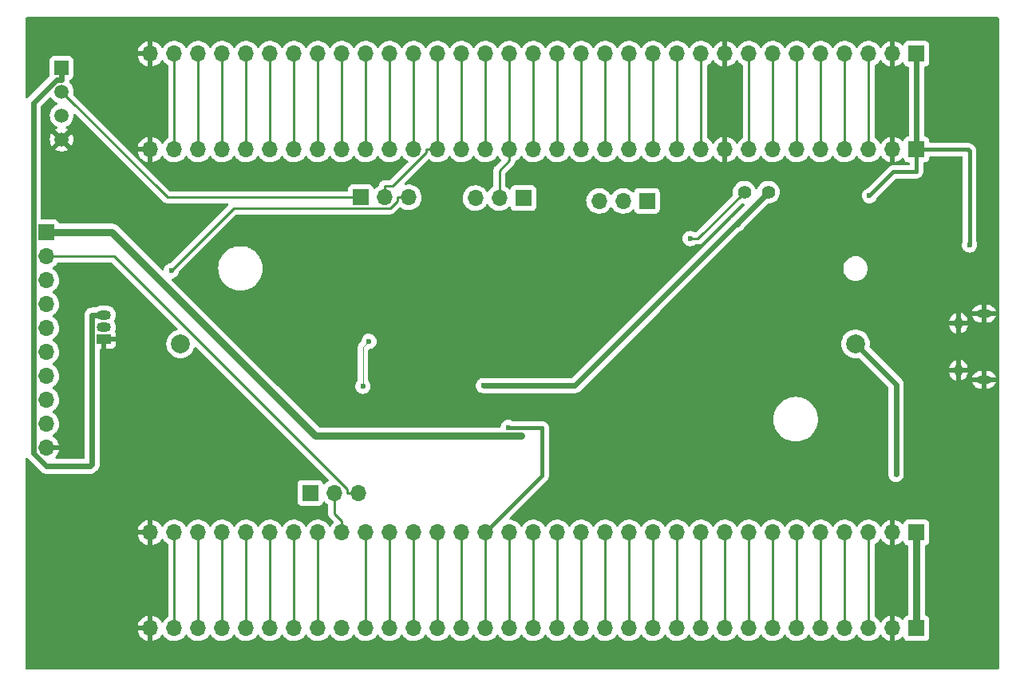
<source format=gbr>
%TF.GenerationSoftware,KiCad,Pcbnew,6.0.4-6f826c9f35~116~ubuntu21.10.1*%
%TF.CreationDate,2022-04-08T15:22:27+02:00*%
%TF.ProjectId,main,6d61696e-2e6b-4696-9361-645f70636258,rev?*%
%TF.SameCoordinates,Original*%
%TF.FileFunction,Copper,L2,Bot*%
%TF.FilePolarity,Positive*%
%FSLAX46Y46*%
G04 Gerber Fmt 4.6, Leading zero omitted, Abs format (unit mm)*
G04 Created by KiCad (PCBNEW 6.0.4-6f826c9f35~116~ubuntu21.10.1) date 2022-04-08 15:22:27*
%MOMM*%
%LPD*%
G01*
G04 APERTURE LIST*
%TA.AperFunction,ComponentPad*%
%ADD10O,1.550000X0.890000*%
%TD*%
%TA.AperFunction,ComponentPad*%
%ADD11O,0.950000X1.250000*%
%TD*%
%TA.AperFunction,ComponentPad*%
%ADD12R,1.700000X1.700000*%
%TD*%
%TA.AperFunction,ComponentPad*%
%ADD13O,1.700000X1.700000*%
%TD*%
%TA.AperFunction,ComponentPad*%
%ADD14C,1.400000*%
%TD*%
%TA.AperFunction,ComponentPad*%
%ADD15R,1.500000X1.500000*%
%TD*%
%TA.AperFunction,ComponentPad*%
%ADD16C,1.500000*%
%TD*%
%TA.AperFunction,ComponentPad*%
%ADD17R,1.500000X1.050000*%
%TD*%
%TA.AperFunction,ComponentPad*%
%ADD18O,1.500000X1.050000*%
%TD*%
%TA.AperFunction,ComponentPad*%
%ADD19C,2.000000*%
%TD*%
%TA.AperFunction,ViaPad*%
%ADD20C,0.600000*%
%TD*%
%TA.AperFunction,Conductor*%
%ADD21C,0.400000*%
%TD*%
%TA.AperFunction,Conductor*%
%ADD22C,0.100000*%
%TD*%
%TA.AperFunction,Conductor*%
%ADD23C,0.250000*%
%TD*%
%TA.AperFunction,Conductor*%
%ADD24C,0.600000*%
%TD*%
%TA.AperFunction,Conductor*%
%ADD25C,0.800000*%
%TD*%
G04 APERTURE END LIST*
D10*
%TO.P,J1,6,Shield*%
%TO.N,GND*%
X187500000Y-100640000D03*
D11*
X184800000Y-99640000D03*
X184800000Y-94640000D03*
D10*
X187500000Y-93640000D03*
%TD*%
D12*
%TO.P,J3,1,Pin_1*%
%TO.N,3V3*%
X180340000Y-76200000D03*
D13*
%TO.P,J3,2,Pin_2*%
%TO.N,GND*%
X177800000Y-76200000D03*
%TO.P,J3,3,Pin_3*%
%TO.N,/VBAT*%
X175260000Y-76200000D03*
%TO.P,J3,4,Pin_4*%
%TO.N,/PC13*%
X172720000Y-76200000D03*
%TO.P,J3,5,Pin_5*%
%TO.N,/PC14*%
X170180000Y-76200000D03*
%TO.P,J3,6,Pin_6*%
%TO.N,/PC15*%
X167640000Y-76200000D03*
%TO.P,J3,7,Pin_7*%
%TO.N,/PF0*%
X165100000Y-76200000D03*
%TO.P,J3,8,Pin_8*%
%TO.N,/PF1*%
X162560000Y-76200000D03*
%TO.P,J3,9,Pin_9*%
%TO.N,GND*%
X160020000Y-76200000D03*
%TO.P,J3,10,Pin_10*%
%TO.N,/NRST*%
X157480000Y-76200000D03*
%TO.P,J3,11,Pin_11*%
%TO.N,/PC0*%
X154940000Y-76200000D03*
%TO.P,J3,12,Pin_12*%
%TO.N,/PC1*%
X152400000Y-76200000D03*
%TO.P,J3,13,Pin_13*%
%TO.N,/PC2*%
X149860000Y-76200000D03*
%TO.P,J3,14,Pin_14*%
%TO.N,/PC3*%
X147320000Y-76200000D03*
%TO.P,J3,15,Pin_15*%
%TO.N,/PA0*%
X144780000Y-76200000D03*
%TO.P,J3,16,Pin_16*%
%TO.N,/PA1*%
X142240000Y-76200000D03*
%TO.P,J3,17,Pin_17*%
%TO.N,/PA2*%
X139700000Y-76200000D03*
%TO.P,J3,18,Pin_18*%
%TO.N,/PA3*%
X137160000Y-76200000D03*
%TO.P,J3,19,Pin_19*%
%TO.N,/PF4*%
X134620000Y-76200000D03*
%TO.P,J3,20,Pin_20*%
%TO.N,/PF5*%
X132080000Y-76200000D03*
%TO.P,J3,21,Pin_21*%
%TO.N,/PA4*%
X129540000Y-76200000D03*
%TO.P,J3,22,Pin_22*%
%TO.N,/PA5*%
X127000000Y-76200000D03*
%TO.P,J3,23,Pin_23*%
%TO.N,/PA6*%
X124460000Y-76200000D03*
%TO.P,J3,24,Pin_24*%
%TO.N,/PA7*%
X121920000Y-76200000D03*
%TO.P,J3,25,Pin_25*%
%TO.N,/PC4*%
X119380000Y-76200000D03*
%TO.P,J3,26,Pin_26*%
%TO.N,/PC5*%
X116840000Y-76200000D03*
%TO.P,J3,27,Pin_27*%
%TO.N,/PB0*%
X114300000Y-76200000D03*
%TO.P,J3,28,Pin_28*%
%TO.N,/PB1*%
X111760000Y-76200000D03*
%TO.P,J3,29,Pin_29*%
%TO.N,/PB2*%
X109220000Y-76200000D03*
%TO.P,J3,30,Pin_30*%
%TO.N,/PB10*%
X106680000Y-76200000D03*
%TO.P,J3,31,Pin_31*%
%TO.N,/PB11*%
X104140000Y-76200000D03*
%TO.P,J3,32,Pin_32*%
%TO.N,/PB12*%
X101600000Y-76200000D03*
%TO.P,J3,33,Pin_33*%
%TO.N,GND*%
X99060000Y-76200000D03*
%TD*%
D12*
%TO.P,J2,1,Pin_1*%
%TO.N,3V3*%
X180340000Y-66040000D03*
D13*
%TO.P,J2,2,Pin_2*%
%TO.N,GND*%
X177800000Y-66040000D03*
%TO.P,J2,3,Pin_3*%
%TO.N,/VBAT*%
X175260000Y-66040000D03*
%TO.P,J2,4,Pin_4*%
%TO.N,/PC13*%
X172720000Y-66040000D03*
%TO.P,J2,5,Pin_5*%
%TO.N,/PC14*%
X170180000Y-66040000D03*
%TO.P,J2,6,Pin_6*%
%TO.N,/PC15*%
X167640000Y-66040000D03*
%TO.P,J2,7,Pin_7*%
%TO.N,/PF0*%
X165100000Y-66040000D03*
%TO.P,J2,8,Pin_8*%
%TO.N,/PF1*%
X162560000Y-66040000D03*
%TO.P,J2,9,Pin_9*%
%TO.N,GND*%
X160020000Y-66040000D03*
%TO.P,J2,10,Pin_10*%
%TO.N,/NRST*%
X157480000Y-66040000D03*
%TO.P,J2,11,Pin_11*%
%TO.N,/PC0*%
X154940000Y-66040000D03*
%TO.P,J2,12,Pin_12*%
%TO.N,/PC1*%
X152400000Y-66040000D03*
%TO.P,J2,13,Pin_13*%
%TO.N,/PC2*%
X149860000Y-66040000D03*
%TO.P,J2,14,Pin_14*%
%TO.N,/PC3*%
X147320000Y-66040000D03*
%TO.P,J2,15,Pin_15*%
%TO.N,/PA0*%
X144780000Y-66040000D03*
%TO.P,J2,16,Pin_16*%
%TO.N,/PA1*%
X142240000Y-66040000D03*
%TO.P,J2,17,Pin_17*%
%TO.N,/PA2*%
X139700000Y-66040000D03*
%TO.P,J2,18,Pin_18*%
%TO.N,/PA3*%
X137160000Y-66040000D03*
%TO.P,J2,19,Pin_19*%
%TO.N,/PF4*%
X134620000Y-66040000D03*
%TO.P,J2,20,Pin_20*%
%TO.N,/PF5*%
X132080000Y-66040000D03*
%TO.P,J2,21,Pin_21*%
%TO.N,/PA4*%
X129540000Y-66040000D03*
%TO.P,J2,22,Pin_22*%
%TO.N,/PA5*%
X127000000Y-66040000D03*
%TO.P,J2,23,Pin_23*%
%TO.N,/PA6*%
X124460000Y-66040000D03*
%TO.P,J2,24,Pin_24*%
%TO.N,/PA7*%
X121920000Y-66040000D03*
%TO.P,J2,25,Pin_25*%
%TO.N,/PC4*%
X119380000Y-66040000D03*
%TO.P,J2,26,Pin_26*%
%TO.N,/PC5*%
X116840000Y-66040000D03*
%TO.P,J2,27,Pin_27*%
%TO.N,/PB0*%
X114300000Y-66040000D03*
%TO.P,J2,28,Pin_28*%
%TO.N,/PB1*%
X111760000Y-66040000D03*
%TO.P,J2,29,Pin_29*%
%TO.N,/PB2*%
X109220000Y-66040000D03*
%TO.P,J2,30,Pin_30*%
%TO.N,/PB10*%
X106680000Y-66040000D03*
%TO.P,J2,31,Pin_31*%
%TO.N,/PB11*%
X104140000Y-66040000D03*
%TO.P,J2,32,Pin_32*%
%TO.N,/PB12*%
X101600000Y-66040000D03*
%TO.P,J2,33,Pin_33*%
%TO.N,GND*%
X99060000Y-66040000D03*
%TD*%
D12*
%TO.P,J6,1,Pin_1*%
%TO.N,+5V*%
X180340000Y-127000000D03*
D13*
%TO.P,J6,2,Pin_2*%
%TO.N,GND*%
X177800000Y-127000000D03*
%TO.P,J6,3,Pin_3*%
%TO.N,/PB9*%
X175260000Y-127000000D03*
%TO.P,J6,4,Pin_4*%
%TO.N,/PB8*%
X172720000Y-127000000D03*
%TO.P,J6,5,Pin_5*%
%TO.N,VDD*%
X170180000Y-127000000D03*
%TO.P,J6,6,Pin_6*%
%TO.N,/BOOT*%
X167640000Y-127000000D03*
%TO.P,J6,7,Pin_7*%
%TO.N,/PB7*%
X165100000Y-127000000D03*
%TO.P,J6,8,Pin_8*%
%TO.N,/PB6*%
X162560000Y-127000000D03*
%TO.P,J6,9,Pin_9*%
%TO.N,/PB5*%
X160020000Y-127000000D03*
%TO.P,J6,10,Pin_10*%
%TO.N,/PB4*%
X157480000Y-127000000D03*
%TO.P,J6,11,Pin_11*%
%TO.N,/PB3*%
X154940000Y-127000000D03*
%TO.P,J6,12,Pin_12*%
%TO.N,/PD2*%
X152400000Y-127000000D03*
%TO.P,J6,13,Pin_13*%
%TO.N,/PC12*%
X149860000Y-127000000D03*
%TO.P,J6,14,Pin_14*%
%TO.N,/PC11*%
X147320000Y-127000000D03*
%TO.P,J6,15,Pin_15*%
%TO.N,/PC10*%
X144780000Y-127000000D03*
%TO.P,J6,16,Pin_16*%
%TO.N,/PA15*%
X142240000Y-127000000D03*
%TO.P,J6,17,Pin_17*%
%TO.N,/PA14*%
X139700000Y-127000000D03*
%TO.P,J6,18,Pin_18*%
%TO.N,/PF7*%
X137160000Y-127000000D03*
%TO.P,J6,19,Pin_19*%
%TO.N,/PF6*%
X134620000Y-127000000D03*
%TO.P,J6,20,Pin_20*%
%TO.N,/PA13*%
X132080000Y-127000000D03*
%TO.P,J6,21,Pin_21*%
%TO.N,/PA12*%
X129540000Y-127000000D03*
%TO.P,J6,22,Pin_22*%
%TO.N,/PA11*%
X127000000Y-127000000D03*
%TO.P,J6,23,Pin_23*%
%TO.N,/PA10*%
X124460000Y-127000000D03*
%TO.P,J6,24,Pin_24*%
%TO.N,/PA9*%
X121920000Y-127000000D03*
%TO.P,J6,25,Pin_25*%
%TO.N,/PA8*%
X119380000Y-127000000D03*
%TO.P,J6,26,Pin_26*%
%TO.N,/PC9*%
X116840000Y-127000000D03*
%TO.P,J6,27,Pin_27*%
%TO.N,/PC8*%
X114300000Y-127000000D03*
%TO.P,J6,28,Pin_28*%
%TO.N,/PC7*%
X111760000Y-127000000D03*
%TO.P,J6,29,Pin_29*%
%TO.N,/PC6*%
X109220000Y-127000000D03*
%TO.P,J6,30,Pin_30*%
%TO.N,/PB15*%
X106680000Y-127000000D03*
%TO.P,J6,31,Pin_31*%
%TO.N,/PB14*%
X104140000Y-127000000D03*
%TO.P,J6,32,Pin_32*%
%TO.N,/PB13*%
X101600000Y-127000000D03*
%TO.P,J6,33,Pin_33*%
%TO.N,GND*%
X99060000Y-127000000D03*
%TD*%
D12*
%TO.P,J5,1,Pin_1*%
%TO.N,+5V*%
X180340000Y-116840000D03*
D13*
%TO.P,J5,2,Pin_2*%
%TO.N,GND*%
X177800000Y-116840000D03*
%TO.P,J5,3,Pin_3*%
%TO.N,/PB9*%
X175260000Y-116840000D03*
%TO.P,J5,4,Pin_4*%
%TO.N,/PB8*%
X172720000Y-116840000D03*
%TO.P,J5,5,Pin_5*%
%TO.N,VDD*%
X170180000Y-116840000D03*
%TO.P,J5,6,Pin_6*%
%TO.N,/BOOT*%
X167640000Y-116840000D03*
%TO.P,J5,7,Pin_7*%
%TO.N,/PB7*%
X165100000Y-116840000D03*
%TO.P,J5,8,Pin_8*%
%TO.N,/PB6*%
X162560000Y-116840000D03*
%TO.P,J5,9,Pin_9*%
%TO.N,/PB5*%
X160020000Y-116840000D03*
%TO.P,J5,10,Pin_10*%
%TO.N,/PB4*%
X157480000Y-116840000D03*
%TO.P,J5,11,Pin_11*%
%TO.N,/PB3*%
X154940000Y-116840000D03*
%TO.P,J5,12,Pin_12*%
%TO.N,/PD2*%
X152400000Y-116840000D03*
%TO.P,J5,13,Pin_13*%
%TO.N,/PC12*%
X149860000Y-116840000D03*
%TO.P,J5,14,Pin_14*%
%TO.N,/PC11*%
X147320000Y-116840000D03*
%TO.P,J5,15,Pin_15*%
%TO.N,/PC10*%
X144780000Y-116840000D03*
%TO.P,J5,16,Pin_16*%
%TO.N,/PA15*%
X142240000Y-116840000D03*
%TO.P,J5,17,Pin_17*%
%TO.N,/PA14*%
X139700000Y-116840000D03*
%TO.P,J5,18,Pin_18*%
%TO.N,/PF7*%
X137160000Y-116840000D03*
%TO.P,J5,19,Pin_19*%
%TO.N,/PF6*%
X134620000Y-116840000D03*
%TO.P,J5,20,Pin_20*%
%TO.N,/PA13*%
X132080000Y-116840000D03*
%TO.P,J5,21,Pin_21*%
%TO.N,/PA12*%
X129540000Y-116840000D03*
%TO.P,J5,22,Pin_22*%
%TO.N,/PA11*%
X127000000Y-116840000D03*
%TO.P,J5,23,Pin_23*%
%TO.N,/PA10*%
X124460000Y-116840000D03*
%TO.P,J5,24,Pin_24*%
%TO.N,/PA9*%
X121920000Y-116840000D03*
%TO.P,J5,25,Pin_25*%
%TO.N,/Analog_Data*%
X119380000Y-116840000D03*
%TO.P,J5,26,Pin_26*%
%TO.N,/PC9*%
X116840000Y-116840000D03*
%TO.P,J5,27,Pin_27*%
%TO.N,/PC8*%
X114300000Y-116840000D03*
%TO.P,J5,28,Pin_28*%
%TO.N,/PC7*%
X111760000Y-116840000D03*
%TO.P,J5,29,Pin_29*%
%TO.N,/PC6*%
X109220000Y-116840000D03*
%TO.P,J5,30,Pin_30*%
%TO.N,/PB15*%
X106680000Y-116840000D03*
%TO.P,J5,31,Pin_31*%
%TO.N,/PB14*%
X104140000Y-116840000D03*
%TO.P,J5,32,Pin_32*%
%TO.N,/PB13*%
X101600000Y-116840000D03*
%TO.P,J5,33,Pin_33*%
%TO.N,GND*%
X99060000Y-116840000D03*
%TD*%
D12*
%TO.P,J4,1,Pin_1*%
%TO.N,MC_5V*%
X88030000Y-84995000D03*
D13*
%TO.P,J4,2,Pin_2*%
%TO.N,/Analog Data*%
X88030000Y-87535000D03*
%TO.P,J4,3,Pin_3*%
%TO.N,/Digital Data*%
X88030000Y-90075000D03*
%TO.P,J4,4,Pin_4*%
%TO.N,/Digital Data 2*%
X88030000Y-92615000D03*
%TO.P,J4,5,Pin_5*%
%TO.N,unconnected-(J4-Pad5)*%
X88030000Y-95155000D03*
%TO.P,J4,6,Pin_6*%
%TO.N,unconnected-(J4-Pad6)*%
X88030000Y-97695000D03*
%TO.P,J4,7,Pin_7*%
%TO.N,/Plug Detect*%
X88030000Y-100235000D03*
%TO.P,J4,8,Pin_8*%
%TO.N,/USART_TX *%
X88030000Y-102775000D03*
%TO.P,J4,9,Pin_9*%
%TO.N,/USART_RX*%
X88030000Y-105315000D03*
%TO.P,J4,10,Pin_10*%
%TO.N,GND*%
X88030000Y-107855000D03*
%TD*%
D14*
%TO.P,JP5,1,A*%
%TO.N,3V3_out*%
X162070000Y-80740000D03*
%TO.P,JP5,2,B*%
%TO.N,3V3*%
X164610000Y-80740000D03*
%TD*%
D12*
%TO.P,JP1,1,A*%
%TO.N,/Humidity_sensor/DHT_out*%
X121385000Y-81280000D03*
D13*
%TO.P,JP1,2,C*%
%TO.N,/PA4*%
X123925000Y-81280000D03*
%TO.P,JP1,3,B*%
%TO.N,/Digital Data*%
X126465000Y-81280000D03*
%TD*%
D15*
%TO.P,U6,1,VCC*%
%TO.N,3V3*%
X89657500Y-67527500D03*
D16*
%TO.P,U6,2,IO*%
%TO.N,/Humidity_sensor/DHT_out*%
X89657500Y-70067500D03*
%TO.P,U6,3,NC*%
%TO.N,unconnected-(U6-Pad3)*%
X89657500Y-72607500D03*
%TO.P,U6,4,GND*%
%TO.N,GND*%
X89657500Y-75147500D03*
%TD*%
D17*
%TO.P,U7,1,GND*%
%TO.N,GND*%
X94140000Y-96330000D03*
D18*
%TO.P,U7,2,DQ*%
%TO.N,/PA0*%
X94140000Y-95060000D03*
%TO.P,U7,3,VDD*%
%TO.N,3V3*%
X94140000Y-93790000D03*
%TD*%
D12*
%TO.P,JP3,1,A*%
%TO.N,/ftdi/RX1*%
X138625000Y-81360000D03*
D13*
%TO.P,JP3,2,C*%
%TO.N,/PA3*%
X136085000Y-81360000D03*
%TO.P,JP3,3,B*%
%TO.N,/USART_RX*%
X133545000Y-81360000D03*
%TD*%
D19*
%TO.P,BT1,2,-*%
%TO.N,Battery-*%
X102270000Y-96830000D03*
%TO.P,BT1,1,+*%
%TO.N,Battery+*%
X173870000Y-96830000D03*
%TD*%
D12*
%TO.P,JP2,1,A*%
%TO.N,/Analog_temperature sensor/AnalogVout*%
X116020000Y-112640000D03*
D13*
%TO.P,JP2,2,C*%
%TO.N,/Analog_Data*%
X118560000Y-112640000D03*
%TO.P,JP2,3,B*%
%TO.N,/Analog Data*%
X121100000Y-112640000D03*
%TD*%
D12*
%TO.P,JP4,1,A*%
%TO.N,/ftdi/TX0*%
X151740000Y-81660000D03*
D13*
%TO.P,JP4,2,C*%
%TO.N,/PA2*%
X149200000Y-81660000D03*
%TO.P,JP4,3,B*%
%TO.N,/USART_TX*%
X146660000Y-81660000D03*
%TD*%
D20*
%TO.N,GND*%
X125620000Y-95170000D03*
X122250500Y-94703983D03*
%TO.N,3V3*%
X185970000Y-86340000D03*
X175350000Y-81109500D03*
%TO.N,/PF6*%
X137034300Y-105707700D03*
%TO.N,Net-(U2-Pad3)*%
X122250500Y-96570000D03*
X121620000Y-101320000D03*
%TO.N,/Digital Data*%
X101277500Y-89073000D03*
%TO.N,3V3_out*%
X156321600Y-85654700D03*
%TO.N,3V3*%
X92682300Y-109814700D03*
X134396700Y-101250000D03*
X161335000Y-84120000D03*
%TO.N,MC_5V*%
X138384100Y-106607200D03*
%TO.N,Battery+*%
X178162200Y-110672500D03*
%TD*%
D21*
%TO.N,GND*%
X125153983Y-94703983D02*
X125620000Y-95170000D01*
X122250500Y-94703983D02*
X125153983Y-94703983D01*
%TO.N,3V3*%
X185970000Y-76360000D02*
X185970000Y-86340000D01*
X185920000Y-76310000D02*
X185970000Y-76360000D01*
X180340000Y-76200000D02*
X185810000Y-76200000D01*
X185810000Y-76200000D02*
X185920000Y-76310000D01*
X177879500Y-78580000D02*
X180270000Y-78580000D01*
X175350000Y-81109500D02*
X177879500Y-78580000D01*
X180270000Y-78580000D02*
X180340000Y-78510000D01*
X180340000Y-78510000D02*
X180340000Y-76200000D01*
%TO.N,/PF6*%
X137086600Y-105760000D02*
X140630000Y-105760000D01*
X137034300Y-105707700D02*
X137086600Y-105760000D01*
X140630000Y-105760000D02*
X140630000Y-110830000D01*
X140630000Y-110830000D02*
X134620000Y-116840000D01*
D22*
%TO.N,Net-(U2-Pad3)*%
X122250500Y-96570000D02*
X121620000Y-97200500D01*
X121620000Y-97200500D02*
X121620000Y-101320000D01*
D23*
%TO.N,/Analog_Data*%
X118560000Y-114844700D02*
X119380000Y-115664700D01*
X118560000Y-112640000D02*
X118560000Y-114844700D01*
X119380000Y-116840000D02*
X119380000Y-115664700D01*
%TO.N,/Humidity_sensor/DHT_out*%
X100870000Y-81280000D02*
X121385000Y-81280000D01*
X89657500Y-70067500D02*
X100870000Y-81280000D01*
%TO.N,/Digital Data*%
X107895200Y-82455300D02*
X101277500Y-89073000D01*
X124481800Y-82455300D02*
X107895200Y-82455300D01*
X125289700Y-81647400D02*
X124481800Y-82455300D01*
X125289700Y-81280000D02*
X125289700Y-81647400D01*
X126465000Y-81280000D02*
X125289700Y-81280000D01*
%TO.N,/Analog Data*%
X95187000Y-87535000D02*
X88030000Y-87535000D01*
X119924700Y-112272700D02*
X95187000Y-87535000D01*
X119924700Y-112640000D02*
X119924700Y-112272700D01*
X121100000Y-112640000D02*
X119924700Y-112640000D01*
%TO.N,3V3_out*%
X157155300Y-85654700D02*
X156321600Y-85654700D01*
X162070000Y-80740000D02*
X157155300Y-85654700D01*
D24*
%TO.N,3V3*%
X92889700Y-109607300D02*
X92682300Y-109814700D01*
X92889700Y-93790000D02*
X92889700Y-109607300D01*
X94140000Y-93790000D02*
X92889700Y-93790000D01*
X88067600Y-109814700D02*
X92682300Y-109814700D01*
X86652700Y-108399800D02*
X88067600Y-109814700D01*
X86652700Y-71235600D02*
X86652700Y-108399800D01*
X89110500Y-68777800D02*
X86652700Y-71235600D01*
X89657500Y-68777800D02*
X89110500Y-68777800D01*
X89657500Y-67527500D02*
X89657500Y-68777800D01*
X161335000Y-84120000D02*
X161282500Y-84067500D01*
X144100000Y-101250000D02*
X161282500Y-84067500D01*
X134396700Y-101250000D02*
X144100000Y-101250000D01*
X161282500Y-84067500D02*
X164610000Y-80740000D01*
X180340000Y-76200000D02*
X180340000Y-66040000D01*
D25*
%TO.N,MC_5V*%
X116592900Y-106607200D02*
X138384100Y-106607200D01*
X94980700Y-84995000D02*
X116592900Y-106607200D01*
X88030000Y-84995000D02*
X94980700Y-84995000D01*
D24*
%TO.N,Battery+*%
X178162200Y-101122200D02*
X173870000Y-96830000D01*
X178162200Y-110672500D02*
X178162200Y-101122200D01*
D23*
%TO.N,/PB13*%
X101600000Y-116840000D02*
X101600000Y-127000000D01*
%TO.N,/PB14*%
X104140000Y-116840000D02*
X104140000Y-127000000D01*
%TO.N,/PB15*%
X106680000Y-116840000D02*
X106680000Y-127000000D01*
%TO.N,/PC6*%
X109220000Y-116840000D02*
X109220000Y-127000000D01*
%TO.N,/PC7*%
X111760000Y-116840000D02*
X111760000Y-127000000D01*
%TO.N,/PC8*%
X114300000Y-116840000D02*
X114300000Y-127000000D01*
%TO.N,/PC9*%
X116840000Y-116840000D02*
X116840000Y-127000000D01*
%TO.N,/PA9*%
X121920000Y-116840000D02*
X121920000Y-127000000D01*
%TO.N,/PA10*%
X124460000Y-116840000D02*
X124460000Y-127000000D01*
%TO.N,/PA11*%
X127000000Y-116840000D02*
X127000000Y-127000000D01*
%TO.N,/PA12*%
X129540000Y-116840000D02*
X129540000Y-127000000D01*
%TO.N,/PA13*%
X132080000Y-116840000D02*
X132080000Y-127000000D01*
%TO.N,/PF6*%
X134620000Y-116840000D02*
X134620000Y-127000000D01*
%TO.N,/PF7*%
X137160000Y-116840000D02*
X137160000Y-127000000D01*
%TO.N,/PA14*%
X139700000Y-116840000D02*
X139700000Y-127000000D01*
%TO.N,/PA15*%
X142240000Y-116840000D02*
X142240000Y-127000000D01*
%TO.N,/PC10*%
X144780000Y-116840000D02*
X144780000Y-127000000D01*
%TO.N,/PC11*%
X147320000Y-116840000D02*
X147320000Y-127000000D01*
%TO.N,/PC12*%
X149860000Y-116840000D02*
X149860000Y-127000000D01*
%TO.N,/PD2*%
X152400000Y-116840000D02*
X152400000Y-127000000D01*
%TO.N,/PB3*%
X154940000Y-116840000D02*
X154940000Y-127000000D01*
%TO.N,/PB4*%
X157480000Y-116840000D02*
X157480000Y-127000000D01*
%TO.N,/PB5*%
X160020000Y-116840000D02*
X160020000Y-127000000D01*
%TO.N,/PB6*%
X162560000Y-116840000D02*
X162560000Y-127000000D01*
%TO.N,/PB7*%
X165100000Y-116840000D02*
X165100000Y-127000000D01*
%TO.N,/BOOT*%
X167640000Y-116840000D02*
X167640000Y-127000000D01*
%TO.N,VDD*%
X170180000Y-116840000D02*
X170180000Y-127000000D01*
%TO.N,/PB8*%
X172720000Y-116840000D02*
X172720000Y-127000000D01*
%TO.N,/PB9*%
X175260000Y-116840000D02*
X175260000Y-127000000D01*
D25*
%TO.N,+5V*%
X180340000Y-116840000D02*
X180340000Y-127000000D01*
D23*
%TO.N,/PB12*%
X101600000Y-66040000D02*
X101600000Y-76200000D01*
%TO.N,/PB11*%
X104140000Y-66040000D02*
X104140000Y-76200000D01*
%TO.N,/PB10*%
X106680000Y-66040000D02*
X106680000Y-76200000D01*
%TO.N,/PB2*%
X109220000Y-66040000D02*
X109220000Y-76200000D01*
%TO.N,/PB1*%
X111760000Y-66040000D02*
X111760000Y-76200000D01*
%TO.N,/PB0*%
X114300000Y-66040000D02*
X114300000Y-76200000D01*
%TO.N,/PC5*%
X116840000Y-66040000D02*
X116840000Y-76200000D01*
%TO.N,/PC4*%
X119380000Y-66040000D02*
X119380000Y-76200000D01*
%TO.N,/PA7*%
X121920000Y-66040000D02*
X121920000Y-76200000D01*
%TO.N,/PA6*%
X124460000Y-66040000D02*
X124460000Y-76200000D01*
%TO.N,/PA5*%
X127000000Y-66040000D02*
X127000000Y-76200000D01*
%TO.N,/PA4*%
X128364700Y-76520100D02*
X128364700Y-76200000D01*
X124780100Y-80104700D02*
X128364700Y-76520100D01*
X123925000Y-80104700D02*
X124780100Y-80104700D01*
X129540000Y-76200000D02*
X128364700Y-76200000D01*
X123925000Y-81280000D02*
X123925000Y-80104700D01*
X129540000Y-66040000D02*
X129540000Y-76200000D01*
%TO.N,/PF5*%
X132080000Y-66040000D02*
X132080000Y-76200000D01*
%TO.N,/PF4*%
X134620000Y-66040000D02*
X134620000Y-76200000D01*
%TO.N,/PA3*%
X136085000Y-78450300D02*
X137160000Y-77375300D01*
X136085000Y-81360000D02*
X136085000Y-78450300D01*
X137160000Y-76200000D02*
X137160000Y-77375300D01*
X137160000Y-66040000D02*
X137160000Y-76200000D01*
%TO.N,/PA2*%
X139700000Y-66040000D02*
X139700000Y-76200000D01*
%TO.N,/PA1*%
X142240000Y-66040000D02*
X142240000Y-76200000D01*
%TO.N,/PA0*%
X144780000Y-66040000D02*
X144780000Y-76200000D01*
%TO.N,/PC3*%
X147320000Y-66040000D02*
X147320000Y-76200000D01*
%TO.N,/PC2*%
X149860000Y-66040000D02*
X149860000Y-76200000D01*
%TO.N,/PC1*%
X152400000Y-66040000D02*
X152400000Y-76200000D01*
%TO.N,/PC0*%
X154940000Y-66040000D02*
X154940000Y-76200000D01*
%TO.N,/NRST*%
X157480000Y-66040000D02*
X157480000Y-76200000D01*
%TO.N,/PF1*%
X162560000Y-66040000D02*
X162560000Y-76200000D01*
%TO.N,/PF0*%
X165100000Y-66040000D02*
X165100000Y-76200000D01*
%TO.N,/PC15*%
X167640000Y-66040000D02*
X167640000Y-76200000D01*
%TO.N,/PC14*%
X170180000Y-66040000D02*
X170180000Y-76200000D01*
%TO.N,/PC13*%
X172720000Y-66040000D02*
X172720000Y-76200000D01*
%TO.N,/VBAT*%
X175260000Y-66040000D02*
X175260000Y-76200000D01*
%TD*%
%TA.AperFunction,Conductor*%
%TO.N,GND*%
G36*
X189023621Y-62178502D02*
G01*
X189070114Y-62232158D01*
X189081500Y-62284500D01*
X189081500Y-131255500D01*
X189061498Y-131323621D01*
X189007842Y-131370114D01*
X188955500Y-131381500D01*
X85954500Y-131381500D01*
X85886379Y-131361498D01*
X85839886Y-131307842D01*
X85828500Y-131255500D01*
X85828500Y-127267966D01*
X97728257Y-127267966D01*
X97758565Y-127402446D01*
X97761645Y-127412275D01*
X97841770Y-127609603D01*
X97846413Y-127618794D01*
X97957694Y-127800388D01*
X97963777Y-127808699D01*
X98103213Y-127969667D01*
X98110580Y-127976883D01*
X98274434Y-128112916D01*
X98282881Y-128118831D01*
X98466756Y-128226279D01*
X98476042Y-128230729D01*
X98675001Y-128306703D01*
X98684899Y-128309579D01*
X98788250Y-128330606D01*
X98802299Y-128329410D01*
X98806000Y-128319065D01*
X98806000Y-127272115D01*
X98801525Y-127256876D01*
X98800135Y-127255671D01*
X98792452Y-127254000D01*
X97743225Y-127254000D01*
X97729694Y-127257973D01*
X97728257Y-127267966D01*
X85828500Y-127267966D01*
X85828500Y-126734183D01*
X97724389Y-126734183D01*
X97725912Y-126742607D01*
X97738292Y-126746000D01*
X98787885Y-126746000D01*
X98803124Y-126741525D01*
X98804329Y-126740135D01*
X98806000Y-126732452D01*
X98806000Y-125683102D01*
X98802082Y-125669758D01*
X98787806Y-125667771D01*
X98749324Y-125673660D01*
X98739288Y-125676051D01*
X98536868Y-125742212D01*
X98527359Y-125746209D01*
X98338463Y-125844542D01*
X98329738Y-125850036D01*
X98159433Y-125977905D01*
X98151726Y-125984748D01*
X98004590Y-126138717D01*
X97998104Y-126146727D01*
X97878098Y-126322649D01*
X97873000Y-126331623D01*
X97783338Y-126524783D01*
X97779775Y-126534470D01*
X97724389Y-126734183D01*
X85828500Y-126734183D01*
X85828500Y-117107966D01*
X97728257Y-117107966D01*
X97758565Y-117242446D01*
X97761645Y-117252275D01*
X97841770Y-117449603D01*
X97846413Y-117458794D01*
X97957694Y-117640388D01*
X97963777Y-117648699D01*
X98103213Y-117809667D01*
X98110580Y-117816883D01*
X98274434Y-117952916D01*
X98282881Y-117958831D01*
X98466756Y-118066279D01*
X98476042Y-118070729D01*
X98675001Y-118146703D01*
X98684899Y-118149579D01*
X98788250Y-118170606D01*
X98802299Y-118169410D01*
X98806000Y-118159065D01*
X98806000Y-117112115D01*
X98801525Y-117096876D01*
X98800135Y-117095671D01*
X98792452Y-117094000D01*
X97743225Y-117094000D01*
X97729694Y-117097973D01*
X97728257Y-117107966D01*
X85828500Y-117107966D01*
X85828500Y-116574183D01*
X97724389Y-116574183D01*
X97725912Y-116582607D01*
X97738292Y-116586000D01*
X98787885Y-116586000D01*
X98803124Y-116581525D01*
X98804329Y-116580135D01*
X98806000Y-116572452D01*
X98806000Y-115523102D01*
X98802082Y-115509758D01*
X98787806Y-115507771D01*
X98749324Y-115513660D01*
X98739288Y-115516051D01*
X98536868Y-115582212D01*
X98527359Y-115586209D01*
X98338463Y-115684542D01*
X98329738Y-115690036D01*
X98159433Y-115817905D01*
X98151726Y-115824748D01*
X98004590Y-115978717D01*
X97998104Y-115986727D01*
X97878098Y-116162649D01*
X97873000Y-116171623D01*
X97783338Y-116364783D01*
X97779775Y-116374470D01*
X97724389Y-116574183D01*
X85828500Y-116574183D01*
X85828500Y-109023024D01*
X85848502Y-108954903D01*
X85902158Y-108908410D01*
X85972432Y-108898306D01*
X86037012Y-108927800D01*
X86044664Y-108935384D01*
X86044778Y-108935270D01*
X86070768Y-108961260D01*
X86142885Y-109033882D01*
X86143922Y-109034540D01*
X86145151Y-109035643D01*
X87489366Y-110379858D01*
X87490294Y-110380795D01*
X87529621Y-110420954D01*
X87553371Y-110445207D01*
X87589821Y-110468698D01*
X87600146Y-110476117D01*
X87634043Y-110503176D01*
X87640384Y-110506241D01*
X87640385Y-110506242D01*
X87664237Y-110517772D01*
X87677654Y-110525301D01*
X87705838Y-110543465D01*
X87712455Y-110545873D01*
X87712460Y-110545876D01*
X87746573Y-110558292D01*
X87758316Y-110563253D01*
X87791000Y-110579053D01*
X87791009Y-110579056D01*
X87797349Y-110582121D01*
X87804214Y-110583706D01*
X87830028Y-110589666D01*
X87844768Y-110594032D01*
X87876285Y-110605503D01*
X87883270Y-110606385D01*
X87883277Y-110606387D01*
X87919292Y-110610937D01*
X87931843Y-110613172D01*
X87974085Y-110622925D01*
X87981129Y-110622950D01*
X87981133Y-110622950D01*
X88014672Y-110623067D01*
X88015542Y-110623096D01*
X88016369Y-110623200D01*
X88052858Y-110623200D01*
X88053297Y-110623201D01*
X88151943Y-110623545D01*
X88151948Y-110623545D01*
X88155470Y-110623557D01*
X88156670Y-110623289D01*
X88158308Y-110623200D01*
X92619884Y-110623200D01*
X92636548Y-110624307D01*
X92658279Y-110627207D01*
X92658284Y-110627207D01*
X92665261Y-110628138D01*
X92672272Y-110627500D01*
X92672276Y-110627500D01*
X92708433Y-110624209D01*
X92721173Y-110623697D01*
X92738663Y-110623880D01*
X92764521Y-110624151D01*
X92797310Y-110617062D01*
X92812483Y-110614739D01*
X92845900Y-110611698D01*
X92852262Y-110609631D01*
X92852818Y-110609505D01*
X92855374Y-110608953D01*
X92855914Y-110608842D01*
X92862555Y-110608097D01*
X92869203Y-110605782D01*
X92869207Y-110605781D01*
X92894230Y-110597067D01*
X92909042Y-110592904D01*
X92934922Y-110587309D01*
X92934928Y-110587307D01*
X92941810Y-110585819D01*
X92948194Y-110582842D01*
X92948200Y-110582840D01*
X92972205Y-110571647D01*
X92986516Y-110566009D01*
X93018408Y-110555647D01*
X93024157Y-110552220D01*
X93024627Y-110551995D01*
X93027015Y-110550881D01*
X93027537Y-110550644D01*
X93033852Y-110548445D01*
X93039823Y-110544714D01*
X93039827Y-110544712D01*
X93062295Y-110530673D01*
X93075812Y-110523334D01*
X93099819Y-110512139D01*
X93099823Y-110512137D01*
X93106202Y-110509162D01*
X93111768Y-110504845D01*
X93132699Y-110488610D01*
X93145406Y-110479941D01*
X93168162Y-110466376D01*
X93168165Y-110466374D01*
X93174212Y-110462769D01*
X93179052Y-110458159D01*
X93179533Y-110457778D01*
X93181594Y-110456179D01*
X93181988Y-110455880D01*
X93187676Y-110452326D01*
X93216479Y-110423724D01*
X93217104Y-110423139D01*
X93217770Y-110422622D01*
X93243446Y-110396946D01*
X93243774Y-110396619D01*
X93245139Y-110395264D01*
X93246986Y-110393468D01*
X93305566Y-110337682D01*
X93309192Y-110332224D01*
X93313882Y-110326997D01*
X93316382Y-110324515D01*
X93317039Y-110323479D01*
X93318144Y-110322248D01*
X93454858Y-110185534D01*
X93455795Y-110184606D01*
X93515175Y-110126457D01*
X93515176Y-110126456D01*
X93520207Y-110121529D01*
X93543698Y-110085079D01*
X93551117Y-110074754D01*
X93578176Y-110040857D01*
X93592773Y-110010662D01*
X93600302Y-109997245D01*
X93614648Y-109974984D01*
X93618465Y-109969062D01*
X93620873Y-109962445D01*
X93620876Y-109962440D01*
X93633292Y-109928327D01*
X93638253Y-109916584D01*
X93654053Y-109883900D01*
X93654056Y-109883891D01*
X93657121Y-109877551D01*
X93664666Y-109844872D01*
X93669034Y-109830125D01*
X93680503Y-109798615D01*
X93681385Y-109791630D01*
X93681387Y-109791623D01*
X93685937Y-109755608D01*
X93688172Y-109743057D01*
X93696340Y-109707678D01*
X93697925Y-109700815D01*
X93698067Y-109660228D01*
X93698096Y-109659358D01*
X93698200Y-109658531D01*
X93698200Y-109621890D01*
X93698557Y-109519430D01*
X93698289Y-109518230D01*
X93698200Y-109516592D01*
X93698200Y-97489000D01*
X93718202Y-97420879D01*
X93771858Y-97374386D01*
X93824200Y-97363000D01*
X93867885Y-97363000D01*
X93883124Y-97358525D01*
X93884329Y-97357135D01*
X93886000Y-97349452D01*
X93886000Y-97344884D01*
X94394000Y-97344884D01*
X94398475Y-97360123D01*
X94399865Y-97361328D01*
X94407548Y-97362999D01*
X94934669Y-97362999D01*
X94941490Y-97362629D01*
X94992352Y-97357105D01*
X95007604Y-97353479D01*
X95128054Y-97308324D01*
X95143649Y-97299786D01*
X95245724Y-97223285D01*
X95258285Y-97210724D01*
X95334786Y-97108649D01*
X95343324Y-97093054D01*
X95388478Y-96972606D01*
X95392105Y-96957351D01*
X95397631Y-96906486D01*
X95398000Y-96899672D01*
X95398000Y-96602115D01*
X95393525Y-96586876D01*
X95392135Y-96585671D01*
X95384452Y-96584000D01*
X94412115Y-96584000D01*
X94396876Y-96588475D01*
X94395671Y-96589865D01*
X94394000Y-96597548D01*
X94394000Y-97344884D01*
X93886000Y-97344884D01*
X93886000Y-96219500D01*
X93906002Y-96151379D01*
X93959658Y-96104886D01*
X94012000Y-96093500D01*
X94416004Y-96093500D01*
X94566713Y-96078723D01*
X94569002Y-96078032D01*
X94589724Y-96076000D01*
X95379884Y-96076000D01*
X95395123Y-96071525D01*
X95396328Y-96070135D01*
X95397999Y-96062452D01*
X95397999Y-95760331D01*
X95397629Y-95753510D01*
X95392105Y-95702648D01*
X95388479Y-95687396D01*
X95343323Y-95566944D01*
X95334886Y-95551534D01*
X95319716Y-95482177D01*
X95325040Y-95453764D01*
X95380468Y-95274706D01*
X95382290Y-95268820D01*
X95400600Y-95094618D01*
X95402832Y-95073378D01*
X95402832Y-95073377D01*
X95403476Y-95067250D01*
X95395748Y-94982331D01*
X95385665Y-94871543D01*
X95385664Y-94871540D01*
X95385106Y-94865404D01*
X95327881Y-94670971D01*
X95233981Y-94491355D01*
X95234016Y-94491337D01*
X95214111Y-94425559D01*
X95229271Y-94364591D01*
X95249263Y-94327617D01*
X95322356Y-94192435D01*
X95382290Y-93998820D01*
X95384308Y-93979626D01*
X95402832Y-93803378D01*
X95402832Y-93803377D01*
X95403476Y-93797250D01*
X95393814Y-93691086D01*
X95385665Y-93601543D01*
X95385664Y-93601540D01*
X95385106Y-93595404D01*
X95375361Y-93562291D01*
X95329620Y-93406880D01*
X95327881Y-93400971D01*
X95320055Y-93386000D01*
X95275291Y-93300374D01*
X95233981Y-93221355D01*
X95228597Y-93214658D01*
X95177821Y-93151506D01*
X95106981Y-93063399D01*
X94951719Y-92933119D01*
X94946327Y-92930155D01*
X94946323Y-92930152D01*
X94779506Y-92838444D01*
X94774109Y-92835477D01*
X94580916Y-92774193D01*
X94574799Y-92773507D01*
X94574795Y-92773506D01*
X94500652Y-92765190D01*
X94423183Y-92756500D01*
X93863996Y-92756500D01*
X93713287Y-92771277D01*
X93519258Y-92829858D01*
X93340302Y-92925010D01*
X93335525Y-92928906D01*
X93335519Y-92928910D01*
X93305808Y-92953142D01*
X93240377Y-92980697D01*
X93226172Y-92981500D01*
X92945605Y-92981500D01*
X92930686Y-92980614D01*
X92927026Y-92980178D01*
X92895380Y-92976404D01*
X92849125Y-92981266D01*
X92846207Y-92981500D01*
X92844090Y-92981500D01*
X92802632Y-92986151D01*
X92802035Y-92986215D01*
X92714988Y-92995364D01*
X92712284Y-92996285D01*
X92709445Y-92996603D01*
X92626777Y-93025391D01*
X92626206Y-93025587D01*
X92543279Y-93053818D01*
X92540844Y-93055316D01*
X92538148Y-93056255D01*
X92532669Y-93059679D01*
X92532666Y-93059680D01*
X92463937Y-93102625D01*
X92463206Y-93103079D01*
X92388788Y-93148862D01*
X92386749Y-93150859D01*
X92384324Y-93152374D01*
X92379728Y-93156938D01*
X92322207Y-93214059D01*
X92321599Y-93214658D01*
X92259193Y-93275771D01*
X92257647Y-93278170D01*
X92255618Y-93280185D01*
X92252155Y-93285641D01*
X92252154Y-93285643D01*
X92208746Y-93354045D01*
X92208288Y-93354761D01*
X92160935Y-93428238D01*
X92159959Y-93430921D01*
X92158427Y-93433334D01*
X92156252Y-93439443D01*
X92129098Y-93515699D01*
X92128800Y-93516526D01*
X92110532Y-93566719D01*
X92098897Y-93598685D01*
X92098539Y-93601520D01*
X92097581Y-93604210D01*
X92096815Y-93610637D01*
X92087221Y-93691086D01*
X92087122Y-93691888D01*
X92081200Y-93738769D01*
X92081200Y-93740898D01*
X92080937Y-93743789D01*
X92076104Y-93784320D01*
X92076840Y-93791323D01*
X92076840Y-93791324D01*
X92080510Y-93826240D01*
X92081200Y-93839411D01*
X92081200Y-108880200D01*
X92061198Y-108948321D01*
X92007542Y-108994814D01*
X91955200Y-109006200D01*
X89103682Y-109006200D01*
X89035561Y-108986198D01*
X88989068Y-108932542D01*
X88978964Y-108862268D01*
X89008458Y-108797688D01*
X89014742Y-108790950D01*
X89064051Y-108741812D01*
X89070730Y-108733965D01*
X89195003Y-108561020D01*
X89200313Y-108552183D01*
X89294670Y-108361267D01*
X89298469Y-108351672D01*
X89360377Y-108147910D01*
X89362555Y-108137837D01*
X89363986Y-108126962D01*
X89361775Y-108112778D01*
X89348617Y-108109000D01*
X87902000Y-108109000D01*
X87833879Y-108088998D01*
X87787386Y-108035342D01*
X87776000Y-107983000D01*
X87776000Y-107727000D01*
X87796002Y-107658879D01*
X87849658Y-107612386D01*
X87902000Y-107601000D01*
X89348344Y-107601000D01*
X89361875Y-107597027D01*
X89363180Y-107587947D01*
X89321214Y-107420875D01*
X89317894Y-107411124D01*
X89232972Y-107215814D01*
X89228105Y-107206739D01*
X89112426Y-107027926D01*
X89106136Y-107019757D01*
X88962806Y-106862240D01*
X88955273Y-106855215D01*
X88788139Y-106723222D01*
X88779556Y-106717520D01*
X88742602Y-106697120D01*
X88692631Y-106646687D01*
X88677859Y-106577245D01*
X88702975Y-106510839D01*
X88730327Y-106484232D01*
X88753797Y-106467491D01*
X88909860Y-106356173D01*
X89068096Y-106198489D01*
X89087490Y-106171500D01*
X89195435Y-106021277D01*
X89198453Y-106017077D01*
X89297430Y-105816811D01*
X89347027Y-105653568D01*
X89360865Y-105608023D01*
X89360865Y-105608021D01*
X89362370Y-105603069D01*
X89391529Y-105381590D01*
X89392778Y-105330487D01*
X89393074Y-105318365D01*
X89393074Y-105318361D01*
X89393156Y-105315000D01*
X89374852Y-105092361D01*
X89320431Y-104875702D01*
X89231354Y-104670840D01*
X89110014Y-104483277D01*
X88959670Y-104318051D01*
X88955619Y-104314852D01*
X88955615Y-104314848D01*
X88788414Y-104182800D01*
X88788410Y-104182798D01*
X88784359Y-104179598D01*
X88743053Y-104156796D01*
X88693084Y-104106364D01*
X88678312Y-104036921D01*
X88703428Y-103970516D01*
X88730780Y-103943909D01*
X88774603Y-103912650D01*
X88909860Y-103816173D01*
X88923731Y-103802351D01*
X89064435Y-103662137D01*
X89068096Y-103658489D01*
X89198453Y-103477077D01*
X89239223Y-103394586D01*
X89295136Y-103281453D01*
X89295137Y-103281451D01*
X89297430Y-103276811D01*
X89362370Y-103063069D01*
X89391529Y-102841590D01*
X89393156Y-102775000D01*
X89374852Y-102552361D01*
X89320431Y-102335702D01*
X89231354Y-102130840D01*
X89185170Y-102059451D01*
X89112822Y-101947617D01*
X89112820Y-101947614D01*
X89110014Y-101943277D01*
X88959670Y-101778051D01*
X88955619Y-101774852D01*
X88955615Y-101774848D01*
X88788414Y-101642800D01*
X88788410Y-101642798D01*
X88784359Y-101639598D01*
X88743053Y-101616796D01*
X88693084Y-101566364D01*
X88678312Y-101496921D01*
X88703428Y-101430516D01*
X88730780Y-101403909D01*
X88791643Y-101360496D01*
X88909860Y-101276173D01*
X88944670Y-101241485D01*
X89044616Y-101141887D01*
X89068096Y-101118489D01*
X89198453Y-100937077D01*
X89215297Y-100902997D01*
X89295136Y-100741453D01*
X89295137Y-100741451D01*
X89297430Y-100736811D01*
X89362370Y-100523069D01*
X89391529Y-100301590D01*
X89393156Y-100235000D01*
X89374852Y-100012361D01*
X89320431Y-99795702D01*
X89231354Y-99590840D01*
X89110014Y-99403277D01*
X88959670Y-99238051D01*
X88955619Y-99234852D01*
X88955615Y-99234848D01*
X88788414Y-99102800D01*
X88788410Y-99102798D01*
X88784359Y-99099598D01*
X88743053Y-99076796D01*
X88693084Y-99026364D01*
X88678312Y-98956921D01*
X88703428Y-98890516D01*
X88730780Y-98863909D01*
X88774603Y-98832650D01*
X88909860Y-98736173D01*
X89068096Y-98578489D01*
X89079736Y-98562291D01*
X89195435Y-98401277D01*
X89198453Y-98397077D01*
X89220595Y-98352277D01*
X89295136Y-98201453D01*
X89295137Y-98201451D01*
X89297430Y-98196811D01*
X89362370Y-97983069D01*
X89391529Y-97761590D01*
X89392468Y-97723175D01*
X89393074Y-97698365D01*
X89393074Y-97698361D01*
X89393156Y-97695000D01*
X89374852Y-97472361D01*
X89320431Y-97255702D01*
X89231354Y-97050840D01*
X89175107Y-96963896D01*
X89112822Y-96867617D01*
X89112820Y-96867614D01*
X89110014Y-96863277D01*
X88959670Y-96698051D01*
X88955619Y-96694852D01*
X88955615Y-96694848D01*
X88788414Y-96562800D01*
X88788410Y-96562798D01*
X88784359Y-96559598D01*
X88743053Y-96536796D01*
X88693084Y-96486364D01*
X88678312Y-96416921D01*
X88703428Y-96350516D01*
X88730780Y-96323909D01*
X88869297Y-96225106D01*
X88909860Y-96196173D01*
X89068096Y-96038489D01*
X89135420Y-95944798D01*
X89195435Y-95861277D01*
X89198453Y-95857077D01*
X89205655Y-95842506D01*
X89295136Y-95661453D01*
X89295137Y-95661451D01*
X89297430Y-95656811D01*
X89350615Y-95481760D01*
X89360865Y-95448023D01*
X89360865Y-95448021D01*
X89362370Y-95443069D01*
X89391529Y-95221590D01*
X89392713Y-95173143D01*
X89393074Y-95158365D01*
X89393074Y-95158361D01*
X89393156Y-95155000D01*
X89374852Y-94932361D01*
X89320431Y-94715702D01*
X89231354Y-94510840D01*
X89174162Y-94422435D01*
X89112822Y-94327617D01*
X89112820Y-94327614D01*
X89110014Y-94323277D01*
X88959670Y-94158051D01*
X88955619Y-94154852D01*
X88955615Y-94154848D01*
X88788414Y-94022800D01*
X88788410Y-94022798D01*
X88784359Y-94019598D01*
X88743053Y-93996796D01*
X88693084Y-93946364D01*
X88678312Y-93876921D01*
X88703428Y-93810516D01*
X88730780Y-93783909D01*
X88843090Y-93703799D01*
X88909860Y-93656173D01*
X88955556Y-93610637D01*
X89021505Y-93544917D01*
X89068096Y-93498489D01*
X89153142Y-93380135D01*
X89195435Y-93321277D01*
X89198453Y-93317077D01*
X89200828Y-93312273D01*
X89295136Y-93121453D01*
X89295137Y-93121451D01*
X89297430Y-93116811D01*
X89338541Y-92981500D01*
X89360865Y-92908023D01*
X89360865Y-92908021D01*
X89362370Y-92903069D01*
X89391529Y-92681590D01*
X89393156Y-92615000D01*
X89374852Y-92392361D01*
X89320431Y-92175702D01*
X89231354Y-91970840D01*
X89110014Y-91783277D01*
X88959670Y-91618051D01*
X88955619Y-91614852D01*
X88955615Y-91614848D01*
X88788414Y-91482800D01*
X88788410Y-91482798D01*
X88784359Y-91479598D01*
X88743053Y-91456796D01*
X88693084Y-91406364D01*
X88678312Y-91336921D01*
X88703428Y-91270516D01*
X88730780Y-91243909D01*
X88801744Y-91193291D01*
X88909860Y-91116173D01*
X89068096Y-90958489D01*
X89126721Y-90876904D01*
X89195435Y-90781277D01*
X89198453Y-90777077D01*
X89232874Y-90707432D01*
X89295136Y-90581453D01*
X89295137Y-90581451D01*
X89297430Y-90576811D01*
X89362370Y-90363069D01*
X89391529Y-90141590D01*
X89393156Y-90075000D01*
X89374852Y-89852361D01*
X89320431Y-89635702D01*
X89231354Y-89430840D01*
X89139477Y-89288820D01*
X89112822Y-89247617D01*
X89112820Y-89247614D01*
X89110014Y-89243277D01*
X88959670Y-89078051D01*
X88955619Y-89074852D01*
X88955615Y-89074848D01*
X88788414Y-88942800D01*
X88788410Y-88942798D01*
X88784359Y-88939598D01*
X88743053Y-88916796D01*
X88693084Y-88866364D01*
X88678312Y-88796921D01*
X88703428Y-88730516D01*
X88730780Y-88703909D01*
X88828109Y-88634485D01*
X88909860Y-88576173D01*
X88932613Y-88553500D01*
X89064435Y-88422137D01*
X89068096Y-88418489D01*
X89091509Y-88385907D01*
X89195435Y-88241277D01*
X89198453Y-88237077D01*
X89200746Y-88232437D01*
X89202446Y-88229608D01*
X89254674Y-88181518D01*
X89310451Y-88168500D01*
X94872406Y-88168500D01*
X94940527Y-88188502D01*
X94961501Y-88205405D01*
X101921188Y-95165092D01*
X101955214Y-95227404D01*
X101950149Y-95298219D01*
X101907602Y-95355055D01*
X101861507Y-95376706D01*
X101843084Y-95381129D01*
X101802406Y-95390895D01*
X101797835Y-95392788D01*
X101797833Y-95392789D01*
X101587611Y-95479865D01*
X101587607Y-95479867D01*
X101583037Y-95481760D01*
X101578817Y-95484346D01*
X101384798Y-95603241D01*
X101384792Y-95603245D01*
X101380584Y-95605824D01*
X101200031Y-95760031D01*
X101045824Y-95940584D01*
X101043245Y-95944792D01*
X101043241Y-95944798D01*
X100952301Y-96093199D01*
X100921760Y-96143037D01*
X100919867Y-96147607D01*
X100919865Y-96147611D01*
X100890524Y-96218448D01*
X100830895Y-96362406D01*
X100823778Y-96392052D01*
X100776621Y-96588475D01*
X100775465Y-96593289D01*
X100756835Y-96830000D01*
X100775465Y-97066711D01*
X100776619Y-97071518D01*
X100776620Y-97071524D01*
X100801925Y-97176924D01*
X100830895Y-97297594D01*
X100832788Y-97302165D01*
X100832789Y-97302167D01*
X100916181Y-97503493D01*
X100921760Y-97516963D01*
X100924346Y-97521183D01*
X101043241Y-97715202D01*
X101043245Y-97715208D01*
X101045824Y-97719416D01*
X101200031Y-97899969D01*
X101380584Y-98054176D01*
X101384792Y-98056755D01*
X101384798Y-98056759D01*
X101578817Y-98175654D01*
X101583037Y-98178240D01*
X101587607Y-98180133D01*
X101587611Y-98180135D01*
X101797833Y-98267211D01*
X101802406Y-98269105D01*
X101882609Y-98288360D01*
X102028476Y-98323380D01*
X102028482Y-98323381D01*
X102033289Y-98324535D01*
X102270000Y-98343165D01*
X102506711Y-98324535D01*
X102511518Y-98323381D01*
X102511524Y-98323380D01*
X102657391Y-98288360D01*
X102737594Y-98269105D01*
X102742167Y-98267211D01*
X102952389Y-98180135D01*
X102952393Y-98180133D01*
X102956963Y-98178240D01*
X102961183Y-98175654D01*
X103155202Y-98056759D01*
X103155208Y-98056755D01*
X103159416Y-98054176D01*
X103339969Y-97899969D01*
X103494176Y-97719416D01*
X103496755Y-97715208D01*
X103496759Y-97715202D01*
X103615654Y-97521183D01*
X103618240Y-97516963D01*
X103623820Y-97503493D01*
X103707211Y-97302167D01*
X103707212Y-97302165D01*
X103709105Y-97297594D01*
X103723294Y-97238493D01*
X103758646Y-97176924D01*
X103821673Y-97144241D01*
X103892364Y-97150822D01*
X103934908Y-97178812D01*
X117981072Y-111224977D01*
X118015098Y-111287289D01*
X118010033Y-111358104D01*
X117967486Y-111414940D01*
X117950159Y-111425834D01*
X117833607Y-111486507D01*
X117829474Y-111489610D01*
X117829471Y-111489612D01*
X117694134Y-111591226D01*
X117654965Y-111620635D01*
X117598537Y-111679684D01*
X117574283Y-111705064D01*
X117512759Y-111740494D01*
X117441846Y-111737037D01*
X117384060Y-111695791D01*
X117365207Y-111662243D01*
X117323767Y-111551703D01*
X117320615Y-111543295D01*
X117233261Y-111426739D01*
X117116705Y-111339385D01*
X116980316Y-111288255D01*
X116918134Y-111281500D01*
X115121866Y-111281500D01*
X115059684Y-111288255D01*
X114923295Y-111339385D01*
X114806739Y-111426739D01*
X114719385Y-111543295D01*
X114668255Y-111679684D01*
X114661500Y-111741866D01*
X114661500Y-113538134D01*
X114668255Y-113600316D01*
X114719385Y-113736705D01*
X114806739Y-113853261D01*
X114923295Y-113940615D01*
X115059684Y-113991745D01*
X115121866Y-113998500D01*
X116918134Y-113998500D01*
X116980316Y-113991745D01*
X117116705Y-113940615D01*
X117233261Y-113853261D01*
X117320615Y-113736705D01*
X117342799Y-113677529D01*
X117364598Y-113619382D01*
X117407240Y-113562618D01*
X117473802Y-113537918D01*
X117543150Y-113553126D01*
X117577817Y-113581114D01*
X117606250Y-113613938D01*
X117778126Y-113756632D01*
X117782593Y-113759242D01*
X117864070Y-113806853D01*
X117912794Y-113858491D01*
X117926500Y-113915641D01*
X117926500Y-114765933D01*
X117925973Y-114777116D01*
X117924298Y-114784609D01*
X117924547Y-114792535D01*
X117924547Y-114792536D01*
X117926438Y-114852686D01*
X117926500Y-114856645D01*
X117926500Y-114884556D01*
X117926997Y-114888490D01*
X117926997Y-114888491D01*
X117927005Y-114888556D01*
X117927938Y-114900393D01*
X117929327Y-114944589D01*
X117934978Y-114964039D01*
X117938987Y-114983400D01*
X117941526Y-115003497D01*
X117944445Y-115010868D01*
X117944445Y-115010870D01*
X117957804Y-115044612D01*
X117961649Y-115055842D01*
X117973982Y-115098293D01*
X117978015Y-115105112D01*
X117978017Y-115105117D01*
X117984293Y-115115728D01*
X117992988Y-115133476D01*
X118000448Y-115152317D01*
X118005110Y-115158733D01*
X118005110Y-115158734D01*
X118026436Y-115188087D01*
X118032952Y-115198007D01*
X118055458Y-115236062D01*
X118069779Y-115250383D01*
X118082619Y-115265416D01*
X118094528Y-115281807D01*
X118100633Y-115286858D01*
X118100638Y-115286863D01*
X118128598Y-115309994D01*
X118137376Y-115317981D01*
X118345402Y-115526006D01*
X118468528Y-115649132D01*
X118502553Y-115711445D01*
X118497489Y-115782260D01*
X118470527Y-115825279D01*
X118320629Y-115982138D01*
X118213201Y-116139621D01*
X118158293Y-116184621D01*
X118087768Y-116192792D01*
X118024021Y-116161538D01*
X118003324Y-116137054D01*
X117922822Y-116012617D01*
X117922820Y-116012614D01*
X117920014Y-116008277D01*
X117769670Y-115843051D01*
X117765619Y-115839852D01*
X117765615Y-115839848D01*
X117598414Y-115707800D01*
X117598410Y-115707798D01*
X117594359Y-115704598D01*
X117589831Y-115702098D01*
X117493882Y-115649132D01*
X117398789Y-115596638D01*
X117393920Y-115594914D01*
X117393916Y-115594912D01*
X117193087Y-115523795D01*
X117193083Y-115523794D01*
X117188212Y-115522069D01*
X117183119Y-115521162D01*
X117183116Y-115521161D01*
X116973373Y-115483800D01*
X116973367Y-115483799D01*
X116968284Y-115482894D01*
X116894452Y-115481992D01*
X116750081Y-115480228D01*
X116750079Y-115480228D01*
X116744911Y-115480165D01*
X116524091Y-115513955D01*
X116311756Y-115583357D01*
X116251086Y-115614940D01*
X116207017Y-115637881D01*
X116113607Y-115686507D01*
X116109474Y-115689610D01*
X116109471Y-115689612D01*
X115939100Y-115817530D01*
X115934965Y-115820635D01*
X115780629Y-115982138D01*
X115673201Y-116139621D01*
X115618293Y-116184621D01*
X115547768Y-116192792D01*
X115484021Y-116161538D01*
X115463324Y-116137054D01*
X115382822Y-116012617D01*
X115382820Y-116012614D01*
X115380014Y-116008277D01*
X115229670Y-115843051D01*
X115225619Y-115839852D01*
X115225615Y-115839848D01*
X115058414Y-115707800D01*
X115058410Y-115707798D01*
X115054359Y-115704598D01*
X115049831Y-115702098D01*
X114953882Y-115649132D01*
X114858789Y-115596638D01*
X114853920Y-115594914D01*
X114853916Y-115594912D01*
X114653087Y-115523795D01*
X114653083Y-115523794D01*
X114648212Y-115522069D01*
X114643119Y-115521162D01*
X114643116Y-115521161D01*
X114433373Y-115483800D01*
X114433367Y-115483799D01*
X114428284Y-115482894D01*
X114354452Y-115481992D01*
X114210081Y-115480228D01*
X114210079Y-115480228D01*
X114204911Y-115480165D01*
X113984091Y-115513955D01*
X113771756Y-115583357D01*
X113711086Y-115614940D01*
X113667017Y-115637881D01*
X113573607Y-115686507D01*
X113569474Y-115689610D01*
X113569471Y-115689612D01*
X113399100Y-115817530D01*
X113394965Y-115820635D01*
X113240629Y-115982138D01*
X113133201Y-116139621D01*
X113078293Y-116184621D01*
X113007768Y-116192792D01*
X112944021Y-116161538D01*
X112923324Y-116137054D01*
X112842822Y-116012617D01*
X112842820Y-116012614D01*
X112840014Y-116008277D01*
X112689670Y-115843051D01*
X112685619Y-115839852D01*
X112685615Y-115839848D01*
X112518414Y-115707800D01*
X112518410Y-115707798D01*
X112514359Y-115704598D01*
X112509831Y-115702098D01*
X112413882Y-115649132D01*
X112318789Y-115596638D01*
X112313920Y-115594914D01*
X112313916Y-115594912D01*
X112113087Y-115523795D01*
X112113083Y-115523794D01*
X112108212Y-115522069D01*
X112103119Y-115521162D01*
X112103116Y-115521161D01*
X111893373Y-115483800D01*
X111893367Y-115483799D01*
X111888284Y-115482894D01*
X111814452Y-115481992D01*
X111670081Y-115480228D01*
X111670079Y-115480228D01*
X111664911Y-115480165D01*
X111444091Y-115513955D01*
X111231756Y-115583357D01*
X111171086Y-115614940D01*
X111127017Y-115637881D01*
X111033607Y-115686507D01*
X111029474Y-115689610D01*
X111029471Y-115689612D01*
X110859100Y-115817530D01*
X110854965Y-115820635D01*
X110700629Y-115982138D01*
X110593201Y-116139621D01*
X110538293Y-116184621D01*
X110467768Y-116192792D01*
X110404021Y-116161538D01*
X110383324Y-116137054D01*
X110302822Y-116012617D01*
X110302820Y-116012614D01*
X110300014Y-116008277D01*
X110149670Y-115843051D01*
X110145619Y-115839852D01*
X110145615Y-115839848D01*
X109978414Y-115707800D01*
X109978410Y-115707798D01*
X109974359Y-115704598D01*
X109969831Y-115702098D01*
X109873882Y-115649132D01*
X109778789Y-115596638D01*
X109773920Y-115594914D01*
X109773916Y-115594912D01*
X109573087Y-115523795D01*
X109573083Y-115523794D01*
X109568212Y-115522069D01*
X109563119Y-115521162D01*
X109563116Y-115521161D01*
X109353373Y-115483800D01*
X109353367Y-115483799D01*
X109348284Y-115482894D01*
X109274452Y-115481992D01*
X109130081Y-115480228D01*
X109130079Y-115480228D01*
X109124911Y-115480165D01*
X108904091Y-115513955D01*
X108691756Y-115583357D01*
X108631086Y-115614940D01*
X108587017Y-115637881D01*
X108493607Y-115686507D01*
X108489474Y-115689610D01*
X108489471Y-115689612D01*
X108319100Y-115817530D01*
X108314965Y-115820635D01*
X108160629Y-115982138D01*
X108053201Y-116139621D01*
X107998293Y-116184621D01*
X107927768Y-116192792D01*
X107864021Y-116161538D01*
X107843324Y-116137054D01*
X107762822Y-116012617D01*
X107762820Y-116012614D01*
X107760014Y-116008277D01*
X107609670Y-115843051D01*
X107605619Y-115839852D01*
X107605615Y-115839848D01*
X107438414Y-115707800D01*
X107438410Y-115707798D01*
X107434359Y-115704598D01*
X107429831Y-115702098D01*
X107333882Y-115649132D01*
X107238789Y-115596638D01*
X107233920Y-115594914D01*
X107233916Y-115594912D01*
X107033087Y-115523795D01*
X107033083Y-115523794D01*
X107028212Y-115522069D01*
X107023119Y-115521162D01*
X107023116Y-115521161D01*
X106813373Y-115483800D01*
X106813367Y-115483799D01*
X106808284Y-115482894D01*
X106734452Y-115481992D01*
X106590081Y-115480228D01*
X106590079Y-115480228D01*
X106584911Y-115480165D01*
X106364091Y-115513955D01*
X106151756Y-115583357D01*
X106091086Y-115614940D01*
X106047017Y-115637881D01*
X105953607Y-115686507D01*
X105949474Y-115689610D01*
X105949471Y-115689612D01*
X105779100Y-115817530D01*
X105774965Y-115820635D01*
X105620629Y-115982138D01*
X105513201Y-116139621D01*
X105458293Y-116184621D01*
X105387768Y-116192792D01*
X105324021Y-116161538D01*
X105303324Y-116137054D01*
X105222822Y-116012617D01*
X105222820Y-116012614D01*
X105220014Y-116008277D01*
X105069670Y-115843051D01*
X105065619Y-115839852D01*
X105065615Y-115839848D01*
X104898414Y-115707800D01*
X104898410Y-115707798D01*
X104894359Y-115704598D01*
X104889831Y-115702098D01*
X104793882Y-115649132D01*
X104698789Y-115596638D01*
X104693920Y-115594914D01*
X104693916Y-115594912D01*
X104493087Y-115523795D01*
X104493083Y-115523794D01*
X104488212Y-115522069D01*
X104483119Y-115521162D01*
X104483116Y-115521161D01*
X104273373Y-115483800D01*
X104273367Y-115483799D01*
X104268284Y-115482894D01*
X104194452Y-115481992D01*
X104050081Y-115480228D01*
X104050079Y-115480228D01*
X104044911Y-115480165D01*
X103824091Y-115513955D01*
X103611756Y-115583357D01*
X103551086Y-115614940D01*
X103507017Y-115637881D01*
X103413607Y-115686507D01*
X103409474Y-115689610D01*
X103409471Y-115689612D01*
X103239100Y-115817530D01*
X103234965Y-115820635D01*
X103080629Y-115982138D01*
X102973201Y-116139621D01*
X102918293Y-116184621D01*
X102847768Y-116192792D01*
X102784021Y-116161538D01*
X102763324Y-116137054D01*
X102682822Y-116012617D01*
X102682820Y-116012614D01*
X102680014Y-116008277D01*
X102529670Y-115843051D01*
X102525619Y-115839852D01*
X102525615Y-115839848D01*
X102358414Y-115707800D01*
X102358410Y-115707798D01*
X102354359Y-115704598D01*
X102349831Y-115702098D01*
X102253882Y-115649132D01*
X102158789Y-115596638D01*
X102153920Y-115594914D01*
X102153916Y-115594912D01*
X101953087Y-115523795D01*
X101953083Y-115523794D01*
X101948212Y-115522069D01*
X101943119Y-115521162D01*
X101943116Y-115521161D01*
X101733373Y-115483800D01*
X101733367Y-115483799D01*
X101728284Y-115482894D01*
X101654452Y-115481992D01*
X101510081Y-115480228D01*
X101510079Y-115480228D01*
X101504911Y-115480165D01*
X101284091Y-115513955D01*
X101071756Y-115583357D01*
X101011086Y-115614940D01*
X100967017Y-115637881D01*
X100873607Y-115686507D01*
X100869474Y-115689610D01*
X100869471Y-115689612D01*
X100699100Y-115817530D01*
X100694965Y-115820635D01*
X100540629Y-115982138D01*
X100537720Y-115986403D01*
X100537714Y-115986411D01*
X100525404Y-116004457D01*
X100433204Y-116139618D01*
X100432898Y-116140066D01*
X100377987Y-116185069D01*
X100307462Y-116193240D01*
X100243715Y-116161986D01*
X100223018Y-116137502D01*
X100142426Y-116012926D01*
X100136136Y-116004757D01*
X99992806Y-115847240D01*
X99985273Y-115840215D01*
X99818139Y-115708222D01*
X99809552Y-115702517D01*
X99623117Y-115599599D01*
X99613705Y-115595369D01*
X99412959Y-115524280D01*
X99402988Y-115521646D01*
X99331837Y-115508972D01*
X99318540Y-115510432D01*
X99314000Y-115524989D01*
X99314000Y-118158517D01*
X99318064Y-118172359D01*
X99331478Y-118174393D01*
X99338184Y-118173534D01*
X99348262Y-118171392D01*
X99552255Y-118110191D01*
X99561842Y-118106433D01*
X99753095Y-118012739D01*
X99761945Y-118007464D01*
X99935328Y-117883792D01*
X99943200Y-117877139D01*
X100094052Y-117726812D01*
X100100730Y-117718965D01*
X100228022Y-117541819D01*
X100229279Y-117542722D01*
X100276373Y-117499362D01*
X100346311Y-117487145D01*
X100411751Y-117514678D01*
X100439579Y-117546511D01*
X100499987Y-117645088D01*
X100646250Y-117813938D01*
X100818126Y-117956632D01*
X100822593Y-117959242D01*
X100904070Y-118006853D01*
X100952794Y-118058491D01*
X100966500Y-118115641D01*
X100966500Y-125721692D01*
X100946498Y-125789813D01*
X100898683Y-125833453D01*
X100873607Y-125846507D01*
X100869474Y-125849610D01*
X100869471Y-125849612D01*
X100786771Y-125911705D01*
X100694965Y-125980635D01*
X100540629Y-126142138D01*
X100537720Y-126146403D01*
X100537714Y-126146411D01*
X100525404Y-126164457D01*
X100433204Y-126299618D01*
X100432898Y-126300066D01*
X100377987Y-126345069D01*
X100307462Y-126353240D01*
X100243715Y-126321986D01*
X100223018Y-126297502D01*
X100142426Y-126172926D01*
X100136136Y-126164757D01*
X99992806Y-126007240D01*
X99985273Y-126000215D01*
X99818139Y-125868222D01*
X99809552Y-125862517D01*
X99623117Y-125759599D01*
X99613705Y-125755369D01*
X99412959Y-125684280D01*
X99402988Y-125681646D01*
X99331837Y-125668972D01*
X99318540Y-125670432D01*
X99314000Y-125684989D01*
X99314000Y-128318517D01*
X99318064Y-128332359D01*
X99331478Y-128334393D01*
X99338184Y-128333534D01*
X99348262Y-128331392D01*
X99552255Y-128270191D01*
X99561842Y-128266433D01*
X99753095Y-128172739D01*
X99761945Y-128167464D01*
X99935328Y-128043792D01*
X99943200Y-128037139D01*
X100094052Y-127886812D01*
X100100730Y-127878965D01*
X100228022Y-127701819D01*
X100229279Y-127702722D01*
X100276373Y-127659362D01*
X100346311Y-127647145D01*
X100411751Y-127674678D01*
X100439579Y-127706511D01*
X100499987Y-127805088D01*
X100646250Y-127973938D01*
X100818126Y-128116632D01*
X101011000Y-128229338D01*
X101219692Y-128309030D01*
X101224760Y-128310061D01*
X101224763Y-128310062D01*
X101319862Y-128329410D01*
X101438597Y-128353567D01*
X101443772Y-128353757D01*
X101443774Y-128353757D01*
X101656673Y-128361564D01*
X101656677Y-128361564D01*
X101661837Y-128361753D01*
X101666957Y-128361097D01*
X101666959Y-128361097D01*
X101878288Y-128334025D01*
X101878289Y-128334025D01*
X101883416Y-128333368D01*
X101888366Y-128331883D01*
X102092429Y-128270661D01*
X102092434Y-128270659D01*
X102097384Y-128269174D01*
X102297994Y-128170896D01*
X102479860Y-128041173D01*
X102638096Y-127883489D01*
X102768453Y-127702077D01*
X102769776Y-127703028D01*
X102816645Y-127659857D01*
X102886580Y-127647625D01*
X102952026Y-127675144D01*
X102979875Y-127706994D01*
X103039987Y-127805088D01*
X103186250Y-127973938D01*
X103358126Y-128116632D01*
X103551000Y-128229338D01*
X103759692Y-128309030D01*
X103764760Y-128310061D01*
X103764763Y-128310062D01*
X103859862Y-128329410D01*
X103978597Y-128353567D01*
X103983772Y-128353757D01*
X103983774Y-128353757D01*
X104196673Y-128361564D01*
X104196677Y-128361564D01*
X104201837Y-128361753D01*
X104206957Y-128361097D01*
X104206959Y-128361097D01*
X104418288Y-128334025D01*
X104418289Y-128334025D01*
X104423416Y-128333368D01*
X104428366Y-128331883D01*
X104632429Y-128270661D01*
X104632434Y-128270659D01*
X104637384Y-128269174D01*
X104837994Y-128170896D01*
X105019860Y-128041173D01*
X105178096Y-127883489D01*
X105308453Y-127702077D01*
X105309776Y-127703028D01*
X105356645Y-127659857D01*
X105426580Y-127647625D01*
X105492026Y-127675144D01*
X105519875Y-127706994D01*
X105579987Y-127805088D01*
X105726250Y-127973938D01*
X105898126Y-128116632D01*
X106091000Y-128229338D01*
X106299692Y-128309030D01*
X106304760Y-128310061D01*
X106304763Y-128310062D01*
X106399862Y-128329410D01*
X106518597Y-128353567D01*
X106523772Y-128353757D01*
X106523774Y-128353757D01*
X106736673Y-128361564D01*
X106736677Y-128361564D01*
X106741837Y-128361753D01*
X106746957Y-128361097D01*
X106746959Y-128361097D01*
X106958288Y-128334025D01*
X106958289Y-128334025D01*
X106963416Y-128333368D01*
X106968366Y-128331883D01*
X107172429Y-128270661D01*
X107172434Y-128270659D01*
X107177384Y-128269174D01*
X107377994Y-128170896D01*
X107559860Y-128041173D01*
X107718096Y-127883489D01*
X107848453Y-127702077D01*
X107849776Y-127703028D01*
X107896645Y-127659857D01*
X107966580Y-127647625D01*
X108032026Y-127675144D01*
X108059875Y-127706994D01*
X108119987Y-127805088D01*
X108266250Y-127973938D01*
X108438126Y-128116632D01*
X108631000Y-128229338D01*
X108839692Y-128309030D01*
X108844760Y-128310061D01*
X108844763Y-128310062D01*
X108939862Y-128329410D01*
X109058597Y-128353567D01*
X109063772Y-128353757D01*
X109063774Y-128353757D01*
X109276673Y-128361564D01*
X109276677Y-128361564D01*
X109281837Y-128361753D01*
X109286957Y-128361097D01*
X109286959Y-128361097D01*
X109498288Y-128334025D01*
X109498289Y-128334025D01*
X109503416Y-128333368D01*
X109508366Y-128331883D01*
X109712429Y-128270661D01*
X109712434Y-128270659D01*
X109717384Y-128269174D01*
X109917994Y-128170896D01*
X110099860Y-128041173D01*
X110258096Y-127883489D01*
X110388453Y-127702077D01*
X110389776Y-127703028D01*
X110436645Y-127659857D01*
X110506580Y-127647625D01*
X110572026Y-127675144D01*
X110599875Y-127706994D01*
X110659987Y-127805088D01*
X110806250Y-127973938D01*
X110978126Y-128116632D01*
X111171000Y-128229338D01*
X111379692Y-128309030D01*
X111384760Y-128310061D01*
X111384763Y-128310062D01*
X111479862Y-128329410D01*
X111598597Y-128353567D01*
X111603772Y-128353757D01*
X111603774Y-128353757D01*
X111816673Y-128361564D01*
X111816677Y-128361564D01*
X111821837Y-128361753D01*
X111826957Y-128361097D01*
X111826959Y-128361097D01*
X112038288Y-128334025D01*
X112038289Y-128334025D01*
X112043416Y-128333368D01*
X112048366Y-128331883D01*
X112252429Y-128270661D01*
X112252434Y-128270659D01*
X112257384Y-128269174D01*
X112457994Y-128170896D01*
X112639860Y-128041173D01*
X112798096Y-127883489D01*
X112928453Y-127702077D01*
X112929776Y-127703028D01*
X112976645Y-127659857D01*
X113046580Y-127647625D01*
X113112026Y-127675144D01*
X113139875Y-127706994D01*
X113199987Y-127805088D01*
X113346250Y-127973938D01*
X113518126Y-128116632D01*
X113711000Y-128229338D01*
X113919692Y-128309030D01*
X113924760Y-128310061D01*
X113924763Y-128310062D01*
X114019862Y-128329410D01*
X114138597Y-128353567D01*
X114143772Y-128353757D01*
X114143774Y-128353757D01*
X114356673Y-128361564D01*
X114356677Y-128361564D01*
X114361837Y-128361753D01*
X114366957Y-128361097D01*
X114366959Y-128361097D01*
X114578288Y-128334025D01*
X114578289Y-128334025D01*
X114583416Y-128333368D01*
X114588366Y-128331883D01*
X114792429Y-128270661D01*
X114792434Y-128270659D01*
X114797384Y-128269174D01*
X114997994Y-128170896D01*
X115179860Y-128041173D01*
X115338096Y-127883489D01*
X115468453Y-127702077D01*
X115469776Y-127703028D01*
X115516645Y-127659857D01*
X115586580Y-127647625D01*
X115652026Y-127675144D01*
X115679875Y-127706994D01*
X115739987Y-127805088D01*
X115886250Y-127973938D01*
X116058126Y-128116632D01*
X116251000Y-128229338D01*
X116459692Y-128309030D01*
X116464760Y-128310061D01*
X116464763Y-128310062D01*
X116559862Y-128329410D01*
X116678597Y-128353567D01*
X116683772Y-128353757D01*
X116683774Y-128353757D01*
X116896673Y-128361564D01*
X116896677Y-128361564D01*
X116901837Y-128361753D01*
X116906957Y-128361097D01*
X116906959Y-128361097D01*
X117118288Y-128334025D01*
X117118289Y-128334025D01*
X117123416Y-128333368D01*
X117128366Y-128331883D01*
X117332429Y-128270661D01*
X117332434Y-128270659D01*
X117337384Y-128269174D01*
X117537994Y-128170896D01*
X117719860Y-128041173D01*
X117878096Y-127883489D01*
X118008453Y-127702077D01*
X118009776Y-127703028D01*
X118056645Y-127659857D01*
X118126580Y-127647625D01*
X118192026Y-127675144D01*
X118219875Y-127706994D01*
X118279987Y-127805088D01*
X118426250Y-127973938D01*
X118598126Y-128116632D01*
X118791000Y-128229338D01*
X118999692Y-128309030D01*
X119004760Y-128310061D01*
X119004763Y-128310062D01*
X119099862Y-128329410D01*
X119218597Y-128353567D01*
X119223772Y-128353757D01*
X119223774Y-128353757D01*
X119436673Y-128361564D01*
X119436677Y-128361564D01*
X119441837Y-128361753D01*
X119446957Y-128361097D01*
X119446959Y-128361097D01*
X119658288Y-128334025D01*
X119658289Y-128334025D01*
X119663416Y-128333368D01*
X119668366Y-128331883D01*
X119872429Y-128270661D01*
X119872434Y-128270659D01*
X119877384Y-128269174D01*
X120077994Y-128170896D01*
X120259860Y-128041173D01*
X120418096Y-127883489D01*
X120548453Y-127702077D01*
X120549776Y-127703028D01*
X120596645Y-127659857D01*
X120666580Y-127647625D01*
X120732026Y-127675144D01*
X120759875Y-127706994D01*
X120819987Y-127805088D01*
X120966250Y-127973938D01*
X121138126Y-128116632D01*
X121331000Y-128229338D01*
X121539692Y-128309030D01*
X121544760Y-128310061D01*
X121544763Y-128310062D01*
X121639862Y-128329410D01*
X121758597Y-128353567D01*
X121763772Y-128353757D01*
X121763774Y-128353757D01*
X121976673Y-128361564D01*
X121976677Y-128361564D01*
X121981837Y-128361753D01*
X121986957Y-128361097D01*
X121986959Y-128361097D01*
X122198288Y-128334025D01*
X122198289Y-128334025D01*
X122203416Y-128333368D01*
X122208366Y-128331883D01*
X122412429Y-128270661D01*
X122412434Y-128270659D01*
X122417384Y-128269174D01*
X122617994Y-128170896D01*
X122799860Y-128041173D01*
X122958096Y-127883489D01*
X123088453Y-127702077D01*
X123089776Y-127703028D01*
X123136645Y-127659857D01*
X123206580Y-127647625D01*
X123272026Y-127675144D01*
X123299875Y-127706994D01*
X123359987Y-127805088D01*
X123506250Y-127973938D01*
X123678126Y-128116632D01*
X123871000Y-128229338D01*
X124079692Y-128309030D01*
X124084760Y-128310061D01*
X124084763Y-128310062D01*
X124179862Y-128329410D01*
X124298597Y-128353567D01*
X124303772Y-128353757D01*
X124303774Y-128353757D01*
X124516673Y-128361564D01*
X124516677Y-128361564D01*
X124521837Y-128361753D01*
X124526957Y-128361097D01*
X124526959Y-128361097D01*
X124738288Y-128334025D01*
X124738289Y-128334025D01*
X124743416Y-128333368D01*
X124748366Y-128331883D01*
X124952429Y-128270661D01*
X124952434Y-128270659D01*
X124957384Y-128269174D01*
X125157994Y-128170896D01*
X125339860Y-128041173D01*
X125498096Y-127883489D01*
X125628453Y-127702077D01*
X125629776Y-127703028D01*
X125676645Y-127659857D01*
X125746580Y-127647625D01*
X125812026Y-127675144D01*
X125839875Y-127706994D01*
X125899987Y-127805088D01*
X126046250Y-127973938D01*
X126218126Y-128116632D01*
X126411000Y-128229338D01*
X126619692Y-128309030D01*
X126624760Y-128310061D01*
X126624763Y-128310062D01*
X126719862Y-128329410D01*
X126838597Y-128353567D01*
X126843772Y-128353757D01*
X126843774Y-128353757D01*
X127056673Y-128361564D01*
X127056677Y-128361564D01*
X127061837Y-128361753D01*
X127066957Y-128361097D01*
X127066959Y-128361097D01*
X127278288Y-128334025D01*
X127278289Y-128334025D01*
X127283416Y-128333368D01*
X127288366Y-128331883D01*
X127492429Y-128270661D01*
X127492434Y-128270659D01*
X127497384Y-128269174D01*
X127697994Y-128170896D01*
X127879860Y-128041173D01*
X128038096Y-127883489D01*
X128168453Y-127702077D01*
X128169776Y-127703028D01*
X128216645Y-127659857D01*
X128286580Y-127647625D01*
X128352026Y-127675144D01*
X128379875Y-127706994D01*
X128439987Y-127805088D01*
X128586250Y-127973938D01*
X128758126Y-128116632D01*
X128951000Y-128229338D01*
X129159692Y-128309030D01*
X129164760Y-128310061D01*
X129164763Y-128310062D01*
X129259862Y-128329410D01*
X129378597Y-128353567D01*
X129383772Y-128353757D01*
X129383774Y-128353757D01*
X129596673Y-128361564D01*
X129596677Y-128361564D01*
X129601837Y-128361753D01*
X129606957Y-128361097D01*
X129606959Y-128361097D01*
X129818288Y-128334025D01*
X129818289Y-128334025D01*
X129823416Y-128333368D01*
X129828366Y-128331883D01*
X130032429Y-128270661D01*
X130032434Y-128270659D01*
X130037384Y-128269174D01*
X130237994Y-128170896D01*
X130419860Y-128041173D01*
X130578096Y-127883489D01*
X130708453Y-127702077D01*
X130709776Y-127703028D01*
X130756645Y-127659857D01*
X130826580Y-127647625D01*
X130892026Y-127675144D01*
X130919875Y-127706994D01*
X130979987Y-127805088D01*
X131126250Y-127973938D01*
X131298126Y-128116632D01*
X131491000Y-128229338D01*
X131699692Y-128309030D01*
X131704760Y-128310061D01*
X131704763Y-128310062D01*
X131799862Y-128329410D01*
X131918597Y-128353567D01*
X131923772Y-128353757D01*
X131923774Y-128353757D01*
X132136673Y-128361564D01*
X132136677Y-128361564D01*
X132141837Y-128361753D01*
X132146957Y-128361097D01*
X132146959Y-128361097D01*
X132358288Y-128334025D01*
X132358289Y-128334025D01*
X132363416Y-128333368D01*
X132368366Y-128331883D01*
X132572429Y-128270661D01*
X132572434Y-128270659D01*
X132577384Y-128269174D01*
X132777994Y-128170896D01*
X132959860Y-128041173D01*
X133118096Y-127883489D01*
X133248453Y-127702077D01*
X133249776Y-127703028D01*
X133296645Y-127659857D01*
X133366580Y-127647625D01*
X133432026Y-127675144D01*
X133459875Y-127706994D01*
X133519987Y-127805088D01*
X133666250Y-127973938D01*
X133838126Y-128116632D01*
X134031000Y-128229338D01*
X134239692Y-128309030D01*
X134244760Y-128310061D01*
X134244763Y-128310062D01*
X134339862Y-128329410D01*
X134458597Y-128353567D01*
X134463772Y-128353757D01*
X134463774Y-128353757D01*
X134676673Y-128361564D01*
X134676677Y-128361564D01*
X134681837Y-128361753D01*
X134686957Y-128361097D01*
X134686959Y-128361097D01*
X134898288Y-128334025D01*
X134898289Y-128334025D01*
X134903416Y-128333368D01*
X134908366Y-128331883D01*
X135112429Y-128270661D01*
X135112434Y-128270659D01*
X135117384Y-128269174D01*
X135317994Y-128170896D01*
X135499860Y-128041173D01*
X135658096Y-127883489D01*
X135788453Y-127702077D01*
X135789776Y-127703028D01*
X135836645Y-127659857D01*
X135906580Y-127647625D01*
X135972026Y-127675144D01*
X135999875Y-127706994D01*
X136059987Y-127805088D01*
X136206250Y-127973938D01*
X136378126Y-128116632D01*
X136571000Y-128229338D01*
X136779692Y-128309030D01*
X136784760Y-128310061D01*
X136784763Y-128310062D01*
X136879862Y-128329410D01*
X136998597Y-128353567D01*
X137003772Y-128353757D01*
X137003774Y-128353757D01*
X137216673Y-128361564D01*
X137216677Y-128361564D01*
X137221837Y-128361753D01*
X137226957Y-128361097D01*
X137226959Y-128361097D01*
X137438288Y-128334025D01*
X137438289Y-128334025D01*
X137443416Y-128333368D01*
X137448366Y-128331883D01*
X137652429Y-128270661D01*
X137652434Y-128270659D01*
X137657384Y-128269174D01*
X137857994Y-128170896D01*
X138039860Y-128041173D01*
X138198096Y-127883489D01*
X138328453Y-127702077D01*
X138329776Y-127703028D01*
X138376645Y-127659857D01*
X138446580Y-127647625D01*
X138512026Y-127675144D01*
X138539875Y-127706994D01*
X138599987Y-127805088D01*
X138746250Y-127973938D01*
X138918126Y-128116632D01*
X139111000Y-128229338D01*
X139319692Y-128309030D01*
X139324760Y-128310061D01*
X139324763Y-128310062D01*
X139419862Y-128329410D01*
X139538597Y-128353567D01*
X139543772Y-128353757D01*
X139543774Y-128353757D01*
X139756673Y-128361564D01*
X139756677Y-128361564D01*
X139761837Y-128361753D01*
X139766957Y-128361097D01*
X139766959Y-128361097D01*
X139978288Y-128334025D01*
X139978289Y-128334025D01*
X139983416Y-128333368D01*
X139988366Y-128331883D01*
X140192429Y-128270661D01*
X140192434Y-128270659D01*
X140197384Y-128269174D01*
X140397994Y-128170896D01*
X140579860Y-128041173D01*
X140738096Y-127883489D01*
X140868453Y-127702077D01*
X140869776Y-127703028D01*
X140916645Y-127659857D01*
X140986580Y-127647625D01*
X141052026Y-127675144D01*
X141079875Y-127706994D01*
X141139987Y-127805088D01*
X141286250Y-127973938D01*
X141458126Y-128116632D01*
X141651000Y-128229338D01*
X141859692Y-128309030D01*
X141864760Y-128310061D01*
X141864763Y-128310062D01*
X141959862Y-128329410D01*
X142078597Y-128353567D01*
X142083772Y-128353757D01*
X142083774Y-128353757D01*
X142296673Y-128361564D01*
X142296677Y-128361564D01*
X142301837Y-128361753D01*
X142306957Y-128361097D01*
X142306959Y-128361097D01*
X142518288Y-128334025D01*
X142518289Y-128334025D01*
X142523416Y-128333368D01*
X142528366Y-128331883D01*
X142732429Y-128270661D01*
X142732434Y-128270659D01*
X142737384Y-128269174D01*
X142937994Y-128170896D01*
X143119860Y-128041173D01*
X143278096Y-127883489D01*
X143408453Y-127702077D01*
X143409776Y-127703028D01*
X143456645Y-127659857D01*
X143526580Y-127647625D01*
X143592026Y-127675144D01*
X143619875Y-127706994D01*
X143679987Y-127805088D01*
X143826250Y-127973938D01*
X143998126Y-128116632D01*
X144191000Y-128229338D01*
X144399692Y-128309030D01*
X144404760Y-128310061D01*
X144404763Y-128310062D01*
X144499862Y-128329410D01*
X144618597Y-128353567D01*
X144623772Y-128353757D01*
X144623774Y-128353757D01*
X144836673Y-128361564D01*
X144836677Y-128361564D01*
X144841837Y-128361753D01*
X144846957Y-128361097D01*
X144846959Y-128361097D01*
X145058288Y-128334025D01*
X145058289Y-128334025D01*
X145063416Y-128333368D01*
X145068366Y-128331883D01*
X145272429Y-128270661D01*
X145272434Y-128270659D01*
X145277384Y-128269174D01*
X145477994Y-128170896D01*
X145659860Y-128041173D01*
X145818096Y-127883489D01*
X145948453Y-127702077D01*
X145949776Y-127703028D01*
X145996645Y-127659857D01*
X146066580Y-127647625D01*
X146132026Y-127675144D01*
X146159875Y-127706994D01*
X146219987Y-127805088D01*
X146366250Y-127973938D01*
X146538126Y-128116632D01*
X146731000Y-128229338D01*
X146939692Y-128309030D01*
X146944760Y-128310061D01*
X146944763Y-128310062D01*
X147039862Y-128329410D01*
X147158597Y-128353567D01*
X147163772Y-128353757D01*
X147163774Y-128353757D01*
X147376673Y-128361564D01*
X147376677Y-128361564D01*
X147381837Y-128361753D01*
X147386957Y-128361097D01*
X147386959Y-128361097D01*
X147598288Y-128334025D01*
X147598289Y-128334025D01*
X147603416Y-128333368D01*
X147608366Y-128331883D01*
X147812429Y-128270661D01*
X147812434Y-128270659D01*
X147817384Y-128269174D01*
X148017994Y-128170896D01*
X148199860Y-128041173D01*
X148358096Y-127883489D01*
X148488453Y-127702077D01*
X148489776Y-127703028D01*
X148536645Y-127659857D01*
X148606580Y-127647625D01*
X148672026Y-127675144D01*
X148699875Y-127706994D01*
X148759987Y-127805088D01*
X148906250Y-127973938D01*
X149078126Y-128116632D01*
X149271000Y-128229338D01*
X149479692Y-128309030D01*
X149484760Y-128310061D01*
X149484763Y-128310062D01*
X149579862Y-128329410D01*
X149698597Y-128353567D01*
X149703772Y-128353757D01*
X149703774Y-128353757D01*
X149916673Y-128361564D01*
X149916677Y-128361564D01*
X149921837Y-128361753D01*
X149926957Y-128361097D01*
X149926959Y-128361097D01*
X150138288Y-128334025D01*
X150138289Y-128334025D01*
X150143416Y-128333368D01*
X150148366Y-128331883D01*
X150352429Y-128270661D01*
X150352434Y-128270659D01*
X150357384Y-128269174D01*
X150557994Y-128170896D01*
X150739860Y-128041173D01*
X150898096Y-127883489D01*
X151028453Y-127702077D01*
X151029776Y-127703028D01*
X151076645Y-127659857D01*
X151146580Y-127647625D01*
X151212026Y-127675144D01*
X151239875Y-127706994D01*
X151299987Y-127805088D01*
X151446250Y-127973938D01*
X151618126Y-128116632D01*
X151811000Y-128229338D01*
X152019692Y-128309030D01*
X152024760Y-128310061D01*
X152024763Y-128310062D01*
X152119862Y-128329410D01*
X152238597Y-128353567D01*
X152243772Y-128353757D01*
X152243774Y-128353757D01*
X152456673Y-128361564D01*
X152456677Y-128361564D01*
X152461837Y-128361753D01*
X152466957Y-128361097D01*
X152466959Y-128361097D01*
X152678288Y-128334025D01*
X152678289Y-128334025D01*
X152683416Y-128333368D01*
X152688366Y-128331883D01*
X152892429Y-128270661D01*
X152892434Y-128270659D01*
X152897384Y-128269174D01*
X153097994Y-128170896D01*
X153279860Y-128041173D01*
X153438096Y-127883489D01*
X153568453Y-127702077D01*
X153569776Y-127703028D01*
X153616645Y-127659857D01*
X153686580Y-127647625D01*
X153752026Y-127675144D01*
X153779875Y-127706994D01*
X153839987Y-127805088D01*
X153986250Y-127973938D01*
X154158126Y-128116632D01*
X154351000Y-128229338D01*
X154559692Y-128309030D01*
X154564760Y-128310061D01*
X154564763Y-128310062D01*
X154659862Y-128329410D01*
X154778597Y-128353567D01*
X154783772Y-128353757D01*
X154783774Y-128353757D01*
X154996673Y-128361564D01*
X154996677Y-128361564D01*
X155001837Y-128361753D01*
X155006957Y-128361097D01*
X155006959Y-128361097D01*
X155218288Y-128334025D01*
X155218289Y-128334025D01*
X155223416Y-128333368D01*
X155228366Y-128331883D01*
X155432429Y-128270661D01*
X155432434Y-128270659D01*
X155437384Y-128269174D01*
X155637994Y-128170896D01*
X155819860Y-128041173D01*
X155978096Y-127883489D01*
X156108453Y-127702077D01*
X156109776Y-127703028D01*
X156156645Y-127659857D01*
X156226580Y-127647625D01*
X156292026Y-127675144D01*
X156319875Y-127706994D01*
X156379987Y-127805088D01*
X156526250Y-127973938D01*
X156698126Y-128116632D01*
X156891000Y-128229338D01*
X157099692Y-128309030D01*
X157104760Y-128310061D01*
X157104763Y-128310062D01*
X157199862Y-128329410D01*
X157318597Y-128353567D01*
X157323772Y-128353757D01*
X157323774Y-128353757D01*
X157536673Y-128361564D01*
X157536677Y-128361564D01*
X157541837Y-128361753D01*
X157546957Y-128361097D01*
X157546959Y-128361097D01*
X157758288Y-128334025D01*
X157758289Y-128334025D01*
X157763416Y-128333368D01*
X157768366Y-128331883D01*
X157972429Y-128270661D01*
X157972434Y-128270659D01*
X157977384Y-128269174D01*
X158177994Y-128170896D01*
X158359860Y-128041173D01*
X158518096Y-127883489D01*
X158648453Y-127702077D01*
X158649776Y-127703028D01*
X158696645Y-127659857D01*
X158766580Y-127647625D01*
X158832026Y-127675144D01*
X158859875Y-127706994D01*
X158919987Y-127805088D01*
X159066250Y-127973938D01*
X159238126Y-128116632D01*
X159431000Y-128229338D01*
X159639692Y-128309030D01*
X159644760Y-128310061D01*
X159644763Y-128310062D01*
X159739862Y-128329410D01*
X159858597Y-128353567D01*
X159863772Y-128353757D01*
X159863774Y-128353757D01*
X160076673Y-128361564D01*
X160076677Y-128361564D01*
X160081837Y-128361753D01*
X160086957Y-128361097D01*
X160086959Y-128361097D01*
X160298288Y-128334025D01*
X160298289Y-128334025D01*
X160303416Y-128333368D01*
X160308366Y-128331883D01*
X160512429Y-128270661D01*
X160512434Y-128270659D01*
X160517384Y-128269174D01*
X160717994Y-128170896D01*
X160899860Y-128041173D01*
X161058096Y-127883489D01*
X161188453Y-127702077D01*
X161189776Y-127703028D01*
X161236645Y-127659857D01*
X161306580Y-127647625D01*
X161372026Y-127675144D01*
X161399875Y-127706994D01*
X161459987Y-127805088D01*
X161606250Y-127973938D01*
X161778126Y-128116632D01*
X161971000Y-128229338D01*
X162179692Y-128309030D01*
X162184760Y-128310061D01*
X162184763Y-128310062D01*
X162279862Y-128329410D01*
X162398597Y-128353567D01*
X162403772Y-128353757D01*
X162403774Y-128353757D01*
X162616673Y-128361564D01*
X162616677Y-128361564D01*
X162621837Y-128361753D01*
X162626957Y-128361097D01*
X162626959Y-128361097D01*
X162838288Y-128334025D01*
X162838289Y-128334025D01*
X162843416Y-128333368D01*
X162848366Y-128331883D01*
X163052429Y-128270661D01*
X163052434Y-128270659D01*
X163057384Y-128269174D01*
X163257994Y-128170896D01*
X163439860Y-128041173D01*
X163598096Y-127883489D01*
X163728453Y-127702077D01*
X163729776Y-127703028D01*
X163776645Y-127659857D01*
X163846580Y-127647625D01*
X163912026Y-127675144D01*
X163939875Y-127706994D01*
X163999987Y-127805088D01*
X164146250Y-127973938D01*
X164318126Y-128116632D01*
X164511000Y-128229338D01*
X164719692Y-128309030D01*
X164724760Y-128310061D01*
X164724763Y-128310062D01*
X164819862Y-128329410D01*
X164938597Y-128353567D01*
X164943772Y-128353757D01*
X164943774Y-128353757D01*
X165156673Y-128361564D01*
X165156677Y-128361564D01*
X165161837Y-128361753D01*
X165166957Y-128361097D01*
X165166959Y-128361097D01*
X165378288Y-128334025D01*
X165378289Y-128334025D01*
X165383416Y-128333368D01*
X165388366Y-128331883D01*
X165592429Y-128270661D01*
X165592434Y-128270659D01*
X165597384Y-128269174D01*
X165797994Y-128170896D01*
X165979860Y-128041173D01*
X166138096Y-127883489D01*
X166268453Y-127702077D01*
X166269776Y-127703028D01*
X166316645Y-127659857D01*
X166386580Y-127647625D01*
X166452026Y-127675144D01*
X166479875Y-127706994D01*
X166539987Y-127805088D01*
X166686250Y-127973938D01*
X166858126Y-128116632D01*
X167051000Y-128229338D01*
X167259692Y-128309030D01*
X167264760Y-128310061D01*
X167264763Y-128310062D01*
X167359862Y-128329410D01*
X167478597Y-128353567D01*
X167483772Y-128353757D01*
X167483774Y-128353757D01*
X167696673Y-128361564D01*
X167696677Y-128361564D01*
X167701837Y-128361753D01*
X167706957Y-128361097D01*
X167706959Y-128361097D01*
X167918288Y-128334025D01*
X167918289Y-128334025D01*
X167923416Y-128333368D01*
X167928366Y-128331883D01*
X168132429Y-128270661D01*
X168132434Y-128270659D01*
X168137384Y-128269174D01*
X168337994Y-128170896D01*
X168519860Y-128041173D01*
X168678096Y-127883489D01*
X168808453Y-127702077D01*
X168809776Y-127703028D01*
X168856645Y-127659857D01*
X168926580Y-127647625D01*
X168992026Y-127675144D01*
X169019875Y-127706994D01*
X169079987Y-127805088D01*
X169226250Y-127973938D01*
X169398126Y-128116632D01*
X169591000Y-128229338D01*
X169799692Y-128309030D01*
X169804760Y-128310061D01*
X169804763Y-128310062D01*
X169899862Y-128329410D01*
X170018597Y-128353567D01*
X170023772Y-128353757D01*
X170023774Y-128353757D01*
X170236673Y-128361564D01*
X170236677Y-128361564D01*
X170241837Y-128361753D01*
X170246957Y-128361097D01*
X170246959Y-128361097D01*
X170458288Y-128334025D01*
X170458289Y-128334025D01*
X170463416Y-128333368D01*
X170468366Y-128331883D01*
X170672429Y-128270661D01*
X170672434Y-128270659D01*
X170677384Y-128269174D01*
X170877994Y-128170896D01*
X171059860Y-128041173D01*
X171218096Y-127883489D01*
X171348453Y-127702077D01*
X171349776Y-127703028D01*
X171396645Y-127659857D01*
X171466580Y-127647625D01*
X171532026Y-127675144D01*
X171559875Y-127706994D01*
X171619987Y-127805088D01*
X171766250Y-127973938D01*
X171938126Y-128116632D01*
X172131000Y-128229338D01*
X172339692Y-128309030D01*
X172344760Y-128310061D01*
X172344763Y-128310062D01*
X172439862Y-128329410D01*
X172558597Y-128353567D01*
X172563772Y-128353757D01*
X172563774Y-128353757D01*
X172776673Y-128361564D01*
X172776677Y-128361564D01*
X172781837Y-128361753D01*
X172786957Y-128361097D01*
X172786959Y-128361097D01*
X172998288Y-128334025D01*
X172998289Y-128334025D01*
X173003416Y-128333368D01*
X173008366Y-128331883D01*
X173212429Y-128270661D01*
X173212434Y-128270659D01*
X173217384Y-128269174D01*
X173417994Y-128170896D01*
X173599860Y-128041173D01*
X173758096Y-127883489D01*
X173888453Y-127702077D01*
X173889776Y-127703028D01*
X173936645Y-127659857D01*
X174006580Y-127647625D01*
X174072026Y-127675144D01*
X174099875Y-127706994D01*
X174159987Y-127805088D01*
X174306250Y-127973938D01*
X174478126Y-128116632D01*
X174671000Y-128229338D01*
X174879692Y-128309030D01*
X174884760Y-128310061D01*
X174884763Y-128310062D01*
X174979862Y-128329410D01*
X175098597Y-128353567D01*
X175103772Y-128353757D01*
X175103774Y-128353757D01*
X175316673Y-128361564D01*
X175316677Y-128361564D01*
X175321837Y-128361753D01*
X175326957Y-128361097D01*
X175326959Y-128361097D01*
X175538288Y-128334025D01*
X175538289Y-128334025D01*
X175543416Y-128333368D01*
X175548366Y-128331883D01*
X175752429Y-128270661D01*
X175752434Y-128270659D01*
X175757384Y-128269174D01*
X175957994Y-128170896D01*
X176139860Y-128041173D01*
X176298096Y-127883489D01*
X176428453Y-127702077D01*
X176429640Y-127702930D01*
X176476960Y-127659362D01*
X176546897Y-127647145D01*
X176612338Y-127674678D01*
X176640166Y-127706511D01*
X176697694Y-127800388D01*
X176703777Y-127808699D01*
X176843213Y-127969667D01*
X176850580Y-127976883D01*
X177014434Y-128112916D01*
X177022881Y-128118831D01*
X177206756Y-128226279D01*
X177216042Y-128230729D01*
X177415001Y-128306703D01*
X177424899Y-128309579D01*
X177528250Y-128330606D01*
X177542299Y-128329410D01*
X177546000Y-128319065D01*
X177546000Y-128318517D01*
X178054000Y-128318517D01*
X178058064Y-128332359D01*
X178071478Y-128334393D01*
X178078184Y-128333534D01*
X178088262Y-128331392D01*
X178292255Y-128270191D01*
X178301842Y-128266433D01*
X178493095Y-128172739D01*
X178501945Y-128167464D01*
X178675328Y-128043792D01*
X178683193Y-128037145D01*
X178787897Y-127932805D01*
X178850268Y-127898889D01*
X178921075Y-127904077D01*
X178977837Y-127946723D01*
X178994819Y-127977826D01*
X179039385Y-128096705D01*
X179126739Y-128213261D01*
X179243295Y-128300615D01*
X179379684Y-128351745D01*
X179441866Y-128358500D01*
X181238134Y-128358500D01*
X181300316Y-128351745D01*
X181436705Y-128300615D01*
X181553261Y-128213261D01*
X181640615Y-128096705D01*
X181691745Y-127960316D01*
X181698500Y-127898134D01*
X181698500Y-126101866D01*
X181691745Y-126039684D01*
X181640615Y-125903295D01*
X181553261Y-125786739D01*
X181436705Y-125699385D01*
X181398304Y-125684989D01*
X181330270Y-125659484D01*
X181273506Y-125616842D01*
X181248806Y-125550281D01*
X181248500Y-125541502D01*
X181248500Y-118298498D01*
X181268502Y-118230377D01*
X181322158Y-118183884D01*
X181330270Y-118180516D01*
X181428297Y-118143767D01*
X181436705Y-118140615D01*
X181553261Y-118053261D01*
X181640615Y-117936705D01*
X181691745Y-117800316D01*
X181698500Y-117738134D01*
X181698500Y-115941866D01*
X181691745Y-115879684D01*
X181640615Y-115743295D01*
X181553261Y-115626739D01*
X181436705Y-115539385D01*
X181300316Y-115488255D01*
X181238134Y-115481500D01*
X179441866Y-115481500D01*
X179379684Y-115488255D01*
X179243295Y-115539385D01*
X179126739Y-115626739D01*
X179039385Y-115743295D01*
X179036233Y-115751703D01*
X179036232Y-115751705D01*
X178994722Y-115862433D01*
X178952081Y-115919198D01*
X178885519Y-115943898D01*
X178816170Y-115928691D01*
X178783546Y-115903004D01*
X178732799Y-115847234D01*
X178725273Y-115840215D01*
X178558139Y-115708222D01*
X178549552Y-115702517D01*
X178363117Y-115599599D01*
X178353705Y-115595369D01*
X178152959Y-115524280D01*
X178142988Y-115521646D01*
X178071837Y-115508972D01*
X178058540Y-115510432D01*
X178054000Y-115524989D01*
X178054000Y-118158517D01*
X178058064Y-118172359D01*
X178071478Y-118174393D01*
X178078184Y-118173534D01*
X178088262Y-118171392D01*
X178292255Y-118110191D01*
X178301842Y-118106433D01*
X178493095Y-118012739D01*
X178501945Y-118007464D01*
X178675328Y-117883792D01*
X178683193Y-117877145D01*
X178787897Y-117772805D01*
X178850268Y-117738889D01*
X178921075Y-117744077D01*
X178977837Y-117786723D01*
X178994819Y-117817826D01*
X179039385Y-117936705D01*
X179126739Y-118053261D01*
X179243295Y-118140615D01*
X179251703Y-118143767D01*
X179349730Y-118180516D01*
X179406494Y-118223158D01*
X179431194Y-118289719D01*
X179431500Y-118298498D01*
X179431500Y-125541502D01*
X179411498Y-125609623D01*
X179357842Y-125656116D01*
X179349730Y-125659484D01*
X179281696Y-125684989D01*
X179243295Y-125699385D01*
X179126739Y-125786739D01*
X179039385Y-125903295D01*
X179036233Y-125911703D01*
X179036232Y-125911705D01*
X178994722Y-126022433D01*
X178952081Y-126079198D01*
X178885519Y-126103898D01*
X178816170Y-126088691D01*
X178783546Y-126063004D01*
X178732799Y-126007234D01*
X178725273Y-126000215D01*
X178558139Y-125868222D01*
X178549552Y-125862517D01*
X178363117Y-125759599D01*
X178353705Y-125755369D01*
X178152959Y-125684280D01*
X178142988Y-125681646D01*
X178071837Y-125668972D01*
X178058540Y-125670432D01*
X178054000Y-125684989D01*
X178054000Y-128318517D01*
X177546000Y-128318517D01*
X177546000Y-125683102D01*
X177542082Y-125669758D01*
X177527806Y-125667771D01*
X177489324Y-125673660D01*
X177479288Y-125676051D01*
X177276868Y-125742212D01*
X177267359Y-125746209D01*
X177078463Y-125844542D01*
X177069738Y-125850036D01*
X176899433Y-125977905D01*
X176891726Y-125984748D01*
X176744590Y-126138717D01*
X176738109Y-126146722D01*
X176633498Y-126300074D01*
X176578587Y-126345076D01*
X176508062Y-126353247D01*
X176444315Y-126321993D01*
X176423618Y-126297509D01*
X176342822Y-126172617D01*
X176342820Y-126172614D01*
X176340014Y-126168277D01*
X176189670Y-126003051D01*
X176185619Y-125999852D01*
X176185615Y-125999848D01*
X176018414Y-125867800D01*
X176018410Y-125867798D01*
X176014359Y-125864598D01*
X176009835Y-125862101D01*
X176009831Y-125862098D01*
X175958608Y-125833822D01*
X175908636Y-125783390D01*
X175893500Y-125723513D01*
X175893500Y-118120427D01*
X175913502Y-118052306D01*
X175954618Y-118012550D01*
X175957994Y-118010896D01*
X176139860Y-117881173D01*
X176298096Y-117723489D01*
X176428453Y-117542077D01*
X176429640Y-117542930D01*
X176476960Y-117499362D01*
X176546897Y-117487145D01*
X176612338Y-117514678D01*
X176640166Y-117546511D01*
X176697694Y-117640388D01*
X176703777Y-117648699D01*
X176843213Y-117809667D01*
X176850580Y-117816883D01*
X177014434Y-117952916D01*
X177022881Y-117958831D01*
X177206756Y-118066279D01*
X177216042Y-118070729D01*
X177415001Y-118146703D01*
X177424899Y-118149579D01*
X177528250Y-118170606D01*
X177542299Y-118169410D01*
X177546000Y-118159065D01*
X177546000Y-115523102D01*
X177542082Y-115509758D01*
X177527806Y-115507771D01*
X177489324Y-115513660D01*
X177479288Y-115516051D01*
X177276868Y-115582212D01*
X177267359Y-115586209D01*
X177078463Y-115684542D01*
X177069738Y-115690036D01*
X176899433Y-115817905D01*
X176891726Y-115824748D01*
X176744590Y-115978717D01*
X176738109Y-115986722D01*
X176633498Y-116140074D01*
X176578587Y-116185076D01*
X176508062Y-116193247D01*
X176444315Y-116161993D01*
X176423618Y-116137509D01*
X176342822Y-116012617D01*
X176342820Y-116012614D01*
X176340014Y-116008277D01*
X176189670Y-115843051D01*
X176185619Y-115839852D01*
X176185615Y-115839848D01*
X176018414Y-115707800D01*
X176018410Y-115707798D01*
X176014359Y-115704598D01*
X176009831Y-115702098D01*
X175913882Y-115649132D01*
X175818789Y-115596638D01*
X175813920Y-115594914D01*
X175813916Y-115594912D01*
X175613087Y-115523795D01*
X175613083Y-115523794D01*
X175608212Y-115522069D01*
X175603119Y-115521162D01*
X175603116Y-115521161D01*
X175393373Y-115483800D01*
X175393367Y-115483799D01*
X175388284Y-115482894D01*
X175314452Y-115481992D01*
X175170081Y-115480228D01*
X175170079Y-115480228D01*
X175164911Y-115480165D01*
X174944091Y-115513955D01*
X174731756Y-115583357D01*
X174671086Y-115614940D01*
X174627017Y-115637881D01*
X174533607Y-115686507D01*
X174529474Y-115689610D01*
X174529471Y-115689612D01*
X174359100Y-115817530D01*
X174354965Y-115820635D01*
X174200629Y-115982138D01*
X174093201Y-116139621D01*
X174038293Y-116184621D01*
X173967768Y-116192792D01*
X173904021Y-116161538D01*
X173883324Y-116137054D01*
X173802822Y-116012617D01*
X173802820Y-116012614D01*
X173800014Y-116008277D01*
X173649670Y-115843051D01*
X173645619Y-115839852D01*
X173645615Y-115839848D01*
X173478414Y-115707800D01*
X173478410Y-115707798D01*
X173474359Y-115704598D01*
X173469831Y-115702098D01*
X173373882Y-115649132D01*
X173278789Y-115596638D01*
X173273920Y-115594914D01*
X173273916Y-115594912D01*
X173073087Y-115523795D01*
X173073083Y-115523794D01*
X173068212Y-115522069D01*
X173063119Y-115521162D01*
X173063116Y-115521161D01*
X172853373Y-115483800D01*
X172853367Y-115483799D01*
X172848284Y-115482894D01*
X172774452Y-115481992D01*
X172630081Y-115480228D01*
X172630079Y-115480228D01*
X172624911Y-115480165D01*
X172404091Y-115513955D01*
X172191756Y-115583357D01*
X172131086Y-115614940D01*
X172087017Y-115637881D01*
X171993607Y-115686507D01*
X171989474Y-115689610D01*
X171989471Y-115689612D01*
X171819100Y-115817530D01*
X171814965Y-115820635D01*
X171660629Y-115982138D01*
X171553201Y-116139621D01*
X171498293Y-116184621D01*
X171427768Y-116192792D01*
X171364021Y-116161538D01*
X171343324Y-116137054D01*
X171262822Y-116012617D01*
X171262820Y-116012614D01*
X171260014Y-116008277D01*
X171109670Y-115843051D01*
X171105619Y-115839852D01*
X171105615Y-115839848D01*
X170938414Y-115707800D01*
X170938410Y-115707798D01*
X170934359Y-115704598D01*
X170929831Y-115702098D01*
X170833882Y-115649132D01*
X170738789Y-115596638D01*
X170733920Y-115594914D01*
X170733916Y-115594912D01*
X170533087Y-115523795D01*
X170533083Y-115523794D01*
X170528212Y-115522069D01*
X170523119Y-115521162D01*
X170523116Y-115521161D01*
X170313373Y-115483800D01*
X170313367Y-115483799D01*
X170308284Y-115482894D01*
X170234452Y-115481992D01*
X170090081Y-115480228D01*
X170090079Y-115480228D01*
X170084911Y-115480165D01*
X169864091Y-115513955D01*
X169651756Y-115583357D01*
X169591086Y-115614940D01*
X169547017Y-115637881D01*
X169453607Y-115686507D01*
X169449474Y-115689610D01*
X169449471Y-115689612D01*
X169279100Y-115817530D01*
X169274965Y-115820635D01*
X169120629Y-115982138D01*
X169013201Y-116139621D01*
X168958293Y-116184621D01*
X168887768Y-116192792D01*
X168824021Y-116161538D01*
X168803324Y-116137054D01*
X168722822Y-116012617D01*
X168722820Y-116012614D01*
X168720014Y-116008277D01*
X168569670Y-115843051D01*
X168565619Y-115839852D01*
X168565615Y-115839848D01*
X168398414Y-115707800D01*
X168398410Y-115707798D01*
X168394359Y-115704598D01*
X168389831Y-115702098D01*
X168293882Y-115649132D01*
X168198789Y-115596638D01*
X168193920Y-115594914D01*
X168193916Y-115594912D01*
X167993087Y-115523795D01*
X167993083Y-115523794D01*
X167988212Y-115522069D01*
X167983119Y-115521162D01*
X167983116Y-115521161D01*
X167773373Y-115483800D01*
X167773367Y-115483799D01*
X167768284Y-115482894D01*
X167694452Y-115481992D01*
X167550081Y-115480228D01*
X167550079Y-115480228D01*
X167544911Y-115480165D01*
X167324091Y-115513955D01*
X167111756Y-115583357D01*
X167051086Y-115614940D01*
X167007017Y-115637881D01*
X166913607Y-115686507D01*
X166909474Y-115689610D01*
X166909471Y-115689612D01*
X166739100Y-115817530D01*
X166734965Y-115820635D01*
X166580629Y-115982138D01*
X166473201Y-116139621D01*
X166418293Y-116184621D01*
X166347768Y-116192792D01*
X166284021Y-116161538D01*
X166263324Y-116137054D01*
X166182822Y-116012617D01*
X166182820Y-116012614D01*
X166180014Y-116008277D01*
X166029670Y-115843051D01*
X166025619Y-115839852D01*
X166025615Y-115839848D01*
X165858414Y-115707800D01*
X165858410Y-115707798D01*
X165854359Y-115704598D01*
X165849831Y-115702098D01*
X165753882Y-115649132D01*
X165658789Y-115596638D01*
X165653920Y-115594914D01*
X165653916Y-115594912D01*
X165453087Y-115523795D01*
X165453083Y-115523794D01*
X165448212Y-115522069D01*
X165443119Y-115521162D01*
X165443116Y-115521161D01*
X165233373Y-115483800D01*
X165233367Y-115483799D01*
X165228284Y-115482894D01*
X165154452Y-115481992D01*
X165010081Y-115480228D01*
X165010079Y-115480228D01*
X165004911Y-115480165D01*
X164784091Y-115513955D01*
X164571756Y-115583357D01*
X164511086Y-115614940D01*
X164467017Y-115637881D01*
X164373607Y-115686507D01*
X164369474Y-115689610D01*
X164369471Y-115689612D01*
X164199100Y-115817530D01*
X164194965Y-115820635D01*
X164040629Y-115982138D01*
X163933201Y-116139621D01*
X163878293Y-116184621D01*
X163807768Y-116192792D01*
X163744021Y-116161538D01*
X163723324Y-116137054D01*
X163642822Y-116012617D01*
X163642820Y-116012614D01*
X163640014Y-116008277D01*
X163489670Y-115843051D01*
X163485619Y-115839852D01*
X163485615Y-115839848D01*
X163318414Y-115707800D01*
X163318410Y-115707798D01*
X163314359Y-115704598D01*
X163309831Y-115702098D01*
X163213882Y-115649132D01*
X163118789Y-115596638D01*
X163113920Y-115594914D01*
X163113916Y-115594912D01*
X162913087Y-115523795D01*
X162913083Y-115523794D01*
X162908212Y-115522069D01*
X162903119Y-115521162D01*
X162903116Y-115521161D01*
X162693373Y-115483800D01*
X162693367Y-115483799D01*
X162688284Y-115482894D01*
X162614452Y-115481992D01*
X162470081Y-115480228D01*
X162470079Y-115480228D01*
X162464911Y-115480165D01*
X162244091Y-115513955D01*
X162031756Y-115583357D01*
X161971086Y-115614940D01*
X161927017Y-115637881D01*
X161833607Y-115686507D01*
X161829474Y-115689610D01*
X161829471Y-115689612D01*
X161659100Y-115817530D01*
X161654965Y-115820635D01*
X161500629Y-115982138D01*
X161393201Y-116139621D01*
X161338293Y-116184621D01*
X161267768Y-116192792D01*
X161204021Y-116161538D01*
X161183324Y-116137054D01*
X161102822Y-116012617D01*
X161102820Y-116012614D01*
X161100014Y-116008277D01*
X160949670Y-115843051D01*
X160945619Y-115839852D01*
X160945615Y-115839848D01*
X160778414Y-115707800D01*
X160778410Y-115707798D01*
X160774359Y-115704598D01*
X160769831Y-115702098D01*
X160673882Y-115649132D01*
X160578789Y-115596638D01*
X160573920Y-115594914D01*
X160573916Y-115594912D01*
X160373087Y-115523795D01*
X160373083Y-115523794D01*
X160368212Y-115522069D01*
X160363119Y-115521162D01*
X160363116Y-115521161D01*
X160153373Y-115483800D01*
X160153367Y-115483799D01*
X160148284Y-115482894D01*
X160074452Y-115481992D01*
X159930081Y-115480228D01*
X159930079Y-115480228D01*
X159924911Y-115480165D01*
X159704091Y-115513955D01*
X159491756Y-115583357D01*
X159431086Y-115614940D01*
X159387017Y-115637881D01*
X159293607Y-115686507D01*
X159289474Y-115689610D01*
X159289471Y-115689612D01*
X159119100Y-115817530D01*
X159114965Y-115820635D01*
X158960629Y-115982138D01*
X158853201Y-116139621D01*
X158798293Y-116184621D01*
X158727768Y-116192792D01*
X158664021Y-116161538D01*
X158643324Y-116137054D01*
X158562822Y-116012617D01*
X158562820Y-116012614D01*
X158560014Y-116008277D01*
X158409670Y-115843051D01*
X158405619Y-115839852D01*
X158405615Y-115839848D01*
X158238414Y-115707800D01*
X158238410Y-115707798D01*
X158234359Y-115704598D01*
X158229831Y-115702098D01*
X158133882Y-115649132D01*
X158038789Y-115596638D01*
X158033920Y-115594914D01*
X158033916Y-115594912D01*
X157833087Y-115523795D01*
X157833083Y-115523794D01*
X157828212Y-115522069D01*
X157823119Y-115521162D01*
X157823116Y-115521161D01*
X157613373Y-115483800D01*
X157613367Y-115483799D01*
X157608284Y-115482894D01*
X157534452Y-115481992D01*
X157390081Y-115480228D01*
X157390079Y-115480228D01*
X157384911Y-115480165D01*
X157164091Y-115513955D01*
X156951756Y-115583357D01*
X156891086Y-115614940D01*
X156847017Y-115637881D01*
X156753607Y-115686507D01*
X156749474Y-115689610D01*
X156749471Y-115689612D01*
X156579100Y-115817530D01*
X156574965Y-115820635D01*
X156420629Y-115982138D01*
X156313201Y-116139621D01*
X156258293Y-116184621D01*
X156187768Y-116192792D01*
X156124021Y-116161538D01*
X156103324Y-116137054D01*
X156022822Y-116012617D01*
X156022820Y-116012614D01*
X156020014Y-116008277D01*
X155869670Y-115843051D01*
X155865619Y-115839852D01*
X155865615Y-115839848D01*
X155698414Y-115707800D01*
X155698410Y-115707798D01*
X155694359Y-115704598D01*
X155689831Y-115702098D01*
X155593882Y-115649132D01*
X155498789Y-115596638D01*
X155493920Y-115594914D01*
X155493916Y-115594912D01*
X155293087Y-115523795D01*
X155293083Y-115523794D01*
X155288212Y-115522069D01*
X155283119Y-115521162D01*
X155283116Y-115521161D01*
X155073373Y-115483800D01*
X155073367Y-115483799D01*
X155068284Y-115482894D01*
X154994452Y-115481992D01*
X154850081Y-115480228D01*
X154850079Y-115480228D01*
X154844911Y-115480165D01*
X154624091Y-115513955D01*
X154411756Y-115583357D01*
X154351086Y-115614940D01*
X154307017Y-115637881D01*
X154213607Y-115686507D01*
X154209474Y-115689610D01*
X154209471Y-115689612D01*
X154039100Y-115817530D01*
X154034965Y-115820635D01*
X153880629Y-115982138D01*
X153773201Y-116139621D01*
X153718293Y-116184621D01*
X153647768Y-116192792D01*
X153584021Y-116161538D01*
X153563324Y-116137054D01*
X153482822Y-116012617D01*
X153482820Y-116012614D01*
X153480014Y-116008277D01*
X153329670Y-115843051D01*
X153325619Y-115839852D01*
X153325615Y-115839848D01*
X153158414Y-115707800D01*
X153158410Y-115707798D01*
X153154359Y-115704598D01*
X153149831Y-115702098D01*
X153053882Y-115649132D01*
X152958789Y-115596638D01*
X152953920Y-115594914D01*
X152953916Y-115594912D01*
X152753087Y-115523795D01*
X152753083Y-115523794D01*
X152748212Y-115522069D01*
X152743119Y-115521162D01*
X152743116Y-115521161D01*
X152533373Y-115483800D01*
X152533367Y-115483799D01*
X152528284Y-115482894D01*
X152454452Y-115481992D01*
X152310081Y-115480228D01*
X152310079Y-115480228D01*
X152304911Y-115480165D01*
X152084091Y-115513955D01*
X151871756Y-115583357D01*
X151811086Y-115614940D01*
X151767017Y-115637881D01*
X151673607Y-115686507D01*
X151669474Y-115689610D01*
X151669471Y-115689612D01*
X151499100Y-115817530D01*
X151494965Y-115820635D01*
X151340629Y-115982138D01*
X151233201Y-116139621D01*
X151178293Y-116184621D01*
X151107768Y-116192792D01*
X151044021Y-116161538D01*
X151023324Y-116137054D01*
X150942822Y-116012617D01*
X150942820Y-116012614D01*
X150940014Y-116008277D01*
X150789670Y-115843051D01*
X150785619Y-115839852D01*
X150785615Y-115839848D01*
X150618414Y-115707800D01*
X150618410Y-115707798D01*
X150614359Y-115704598D01*
X150609831Y-115702098D01*
X150513882Y-115649132D01*
X150418789Y-115596638D01*
X150413920Y-115594914D01*
X150413916Y-115594912D01*
X150213087Y-115523795D01*
X150213083Y-115523794D01*
X150208212Y-115522069D01*
X150203119Y-115521162D01*
X150203116Y-115521161D01*
X149993373Y-115483800D01*
X149993367Y-115483799D01*
X149988284Y-115482894D01*
X149914452Y-115481992D01*
X149770081Y-115480228D01*
X149770079Y-115480228D01*
X149764911Y-115480165D01*
X149544091Y-115513955D01*
X149331756Y-115583357D01*
X149271086Y-115614940D01*
X149227017Y-115637881D01*
X149133607Y-115686507D01*
X149129474Y-115689610D01*
X149129471Y-115689612D01*
X148959100Y-115817530D01*
X148954965Y-115820635D01*
X148800629Y-115982138D01*
X148693201Y-116139621D01*
X148638293Y-116184621D01*
X148567768Y-116192792D01*
X148504021Y-116161538D01*
X148483324Y-116137054D01*
X148402822Y-116012617D01*
X148402820Y-116012614D01*
X148400014Y-116008277D01*
X148249670Y-115843051D01*
X148245619Y-115839852D01*
X148245615Y-115839848D01*
X148078414Y-115707800D01*
X148078410Y-115707798D01*
X148074359Y-115704598D01*
X148069831Y-115702098D01*
X147973882Y-115649132D01*
X147878789Y-115596638D01*
X147873920Y-115594914D01*
X147873916Y-115594912D01*
X147673087Y-115523795D01*
X147673083Y-115523794D01*
X147668212Y-115522069D01*
X147663119Y-115521162D01*
X147663116Y-115521161D01*
X147453373Y-115483800D01*
X147453367Y-115483799D01*
X147448284Y-115482894D01*
X147374452Y-115481992D01*
X147230081Y-115480228D01*
X147230079Y-115480228D01*
X147224911Y-115480165D01*
X147004091Y-115513955D01*
X146791756Y-115583357D01*
X146731086Y-115614940D01*
X146687017Y-115637881D01*
X146593607Y-115686507D01*
X146589474Y-115689610D01*
X146589471Y-115689612D01*
X146419100Y-115817530D01*
X146414965Y-115820635D01*
X146260629Y-115982138D01*
X146153201Y-116139621D01*
X146098293Y-116184621D01*
X146027768Y-116192792D01*
X145964021Y-116161538D01*
X145943324Y-116137054D01*
X145862822Y-116012617D01*
X145862820Y-116012614D01*
X145860014Y-116008277D01*
X145709670Y-115843051D01*
X145705619Y-115839852D01*
X145705615Y-115839848D01*
X145538414Y-115707800D01*
X145538410Y-115707798D01*
X145534359Y-115704598D01*
X145529831Y-115702098D01*
X145433882Y-115649132D01*
X145338789Y-115596638D01*
X145333920Y-115594914D01*
X145333916Y-115594912D01*
X145133087Y-115523795D01*
X145133083Y-115523794D01*
X145128212Y-115522069D01*
X145123119Y-115521162D01*
X145123116Y-115521161D01*
X144913373Y-115483800D01*
X144913367Y-115483799D01*
X144908284Y-115482894D01*
X144834452Y-115481992D01*
X144690081Y-115480228D01*
X144690079Y-115480228D01*
X144684911Y-115480165D01*
X144464091Y-115513955D01*
X144251756Y-115583357D01*
X144191086Y-115614940D01*
X144147017Y-115637881D01*
X144053607Y-115686507D01*
X144049474Y-115689610D01*
X144049471Y-115689612D01*
X143879100Y-115817530D01*
X143874965Y-115820635D01*
X143720629Y-115982138D01*
X143613201Y-116139621D01*
X143558293Y-116184621D01*
X143487768Y-116192792D01*
X143424021Y-116161538D01*
X143403324Y-116137054D01*
X143322822Y-116012617D01*
X143322820Y-116012614D01*
X143320014Y-116008277D01*
X143169670Y-115843051D01*
X143165619Y-115839852D01*
X143165615Y-115839848D01*
X142998414Y-115707800D01*
X142998410Y-115707798D01*
X142994359Y-115704598D01*
X142989831Y-115702098D01*
X142893882Y-115649132D01*
X142798789Y-115596638D01*
X142793920Y-115594914D01*
X142793916Y-115594912D01*
X142593087Y-115523795D01*
X142593083Y-115523794D01*
X142588212Y-115522069D01*
X142583119Y-115521162D01*
X142583116Y-115521161D01*
X142373373Y-115483800D01*
X142373367Y-115483799D01*
X142368284Y-115482894D01*
X142294452Y-115481992D01*
X142150081Y-115480228D01*
X142150079Y-115480228D01*
X142144911Y-115480165D01*
X141924091Y-115513955D01*
X141711756Y-115583357D01*
X141651086Y-115614940D01*
X141607017Y-115637881D01*
X141513607Y-115686507D01*
X141509474Y-115689610D01*
X141509471Y-115689612D01*
X141339100Y-115817530D01*
X141334965Y-115820635D01*
X141180629Y-115982138D01*
X141073201Y-116139621D01*
X141018293Y-116184621D01*
X140947768Y-116192792D01*
X140884021Y-116161538D01*
X140863324Y-116137054D01*
X140782822Y-116012617D01*
X140782820Y-116012614D01*
X140780014Y-116008277D01*
X140629670Y-115843051D01*
X140625619Y-115839852D01*
X140625615Y-115839848D01*
X140458414Y-115707800D01*
X140458410Y-115707798D01*
X140454359Y-115704598D01*
X140449831Y-115702098D01*
X140353882Y-115649132D01*
X140258789Y-115596638D01*
X140253920Y-115594914D01*
X140253916Y-115594912D01*
X140053087Y-115523795D01*
X140053083Y-115523794D01*
X140048212Y-115522069D01*
X140043119Y-115521162D01*
X140043116Y-115521161D01*
X139833373Y-115483800D01*
X139833367Y-115483799D01*
X139828284Y-115482894D01*
X139754452Y-115481992D01*
X139610081Y-115480228D01*
X139610079Y-115480228D01*
X139604911Y-115480165D01*
X139384091Y-115513955D01*
X139171756Y-115583357D01*
X139111086Y-115614940D01*
X139067017Y-115637881D01*
X138973607Y-115686507D01*
X138969474Y-115689610D01*
X138969471Y-115689612D01*
X138799100Y-115817530D01*
X138794965Y-115820635D01*
X138640629Y-115982138D01*
X138533201Y-116139621D01*
X138478293Y-116184621D01*
X138407768Y-116192792D01*
X138344021Y-116161538D01*
X138323324Y-116137054D01*
X138242822Y-116012617D01*
X138242820Y-116012614D01*
X138240014Y-116008277D01*
X138089670Y-115843051D01*
X138085619Y-115839852D01*
X138085615Y-115839848D01*
X137918414Y-115707800D01*
X137918410Y-115707798D01*
X137914359Y-115704598D01*
X137909831Y-115702098D01*
X137813882Y-115649132D01*
X137718789Y-115596638D01*
X137713920Y-115594914D01*
X137713916Y-115594912D01*
X137513087Y-115523795D01*
X137513083Y-115523794D01*
X137508212Y-115522069D01*
X137503119Y-115521162D01*
X137503116Y-115521161D01*
X137293373Y-115483800D01*
X137293367Y-115483799D01*
X137288284Y-115482894D01*
X137281801Y-115482815D01*
X137281290Y-115482658D01*
X137277961Y-115482343D01*
X137278026Y-115481656D01*
X137213930Y-115461985D01*
X137168093Y-115407767D01*
X137158846Y-115337375D01*
X137189123Y-115273158D01*
X137194241Y-115267729D01*
X141110520Y-111351450D01*
X141116785Y-111345596D01*
X141154660Y-111312555D01*
X141160385Y-111307561D01*
X141197114Y-111255300D01*
X141201046Y-111250005D01*
X141240477Y-111199718D01*
X141243602Y-111192796D01*
X141244964Y-111190548D01*
X141253368Y-111175815D01*
X141254622Y-111173476D01*
X141258990Y-111167261D01*
X141261749Y-111160185D01*
X141261751Y-111160181D01*
X141282202Y-111107726D01*
X141284758Y-111101646D01*
X141287229Y-111096174D01*
X141311045Y-111043426D01*
X141312429Y-111035955D01*
X141313230Y-111033401D01*
X141317867Y-111017122D01*
X141318523Y-111014567D01*
X141321282Y-111007491D01*
X141325028Y-110979038D01*
X141329621Y-110944149D01*
X141330653Y-110937633D01*
X141340912Y-110882280D01*
X141342296Y-110874813D01*
X141340385Y-110841660D01*
X141338709Y-110812602D01*
X141338500Y-110805349D01*
X141338500Y-105768762D01*
X141338502Y-105768102D01*
X141338934Y-105685565D01*
X141338974Y-105677969D01*
X141330190Y-105641379D01*
X141327622Y-105627105D01*
X141324015Y-105597300D01*
X141324015Y-105597298D01*
X141323102Y-105589758D01*
X141311355Y-105558670D01*
X141306701Y-105543543D01*
X141300715Y-105518606D01*
X141300713Y-105518602D01*
X141298942Y-105511223D01*
X141281682Y-105477781D01*
X141275786Y-105464539D01*
X141265173Y-105436451D01*
X141265171Y-105436448D01*
X141262487Y-105429344D01*
X141243655Y-105401944D01*
X141235541Y-105388387D01*
X141220291Y-105358839D01*
X141215300Y-105353118D01*
X141215296Y-105353112D01*
X141195558Y-105330487D01*
X141186664Y-105319021D01*
X141169661Y-105294280D01*
X141169656Y-105294275D01*
X141165357Y-105288019D01*
X141140537Y-105265905D01*
X141129412Y-105254662D01*
X141112557Y-105235341D01*
X141112553Y-105235338D01*
X141107561Y-105229615D01*
X141101347Y-105225247D01*
X141101344Y-105225245D01*
X141076778Y-105207979D01*
X141065414Y-105198972D01*
X141053708Y-105188543D01*
X141037321Y-105173943D01*
X141030612Y-105170391D01*
X141030608Y-105170388D01*
X141007946Y-105158389D01*
X140994459Y-105150124D01*
X140973481Y-105135381D01*
X140973478Y-105135379D01*
X140967261Y-105131010D01*
X140960180Y-105128249D01*
X140960176Y-105128247D01*
X140932210Y-105117343D01*
X140919023Y-105111306D01*
X140892482Y-105097254D01*
X140892480Y-105097253D01*
X140885769Y-105093700D01*
X140878409Y-105091851D01*
X140878403Y-105091849D01*
X140853534Y-105085603D01*
X140838457Y-105080791D01*
X140814573Y-105071479D01*
X140814572Y-105071479D01*
X140807491Y-105068718D01*
X140799961Y-105067727D01*
X140799958Y-105067726D01*
X140770193Y-105063808D01*
X140755941Y-105061090D01*
X140751169Y-105059891D01*
X140719451Y-105051924D01*
X140711853Y-105051884D01*
X140711852Y-105051884D01*
X140705239Y-105051849D01*
X140679324Y-105051713D01*
X140677965Y-105051665D01*
X140676706Y-105051500D01*
X140638762Y-105051500D01*
X140638102Y-105051498D01*
X140552372Y-105051049D01*
X140552371Y-105051049D01*
X140547969Y-105051026D01*
X140546452Y-105051390D01*
X140544550Y-105051500D01*
X137545868Y-105051500D01*
X137478354Y-105031885D01*
X137457101Y-105018398D01*
X137390966Y-104976427D01*
X137361763Y-104966028D01*
X137226725Y-104917943D01*
X137226720Y-104917942D01*
X137220090Y-104915581D01*
X137213102Y-104914748D01*
X137213099Y-104914747D01*
X137089998Y-104900068D01*
X137039980Y-104894104D01*
X137032977Y-104894840D01*
X137032976Y-104894840D01*
X136866588Y-104912328D01*
X136866586Y-104912329D01*
X136859588Y-104913064D01*
X136687879Y-104971518D01*
X136681875Y-104975212D01*
X136539395Y-105062866D01*
X136539392Y-105062868D01*
X136533388Y-105066562D01*
X136528353Y-105071493D01*
X136528350Y-105071495D01*
X136423734Y-105173943D01*
X136403793Y-105193471D01*
X136305535Y-105345938D01*
X136303126Y-105352558D01*
X136303124Y-105352561D01*
X136259895Y-105471332D01*
X136243497Y-105516385D01*
X136234387Y-105588496D01*
X136206007Y-105653568D01*
X136146947Y-105692970D01*
X136109382Y-105698700D01*
X117021403Y-105698700D01*
X116953282Y-105678698D01*
X116932308Y-105661795D01*
X116100513Y-104830000D01*
X165156439Y-104830000D01*
X165156709Y-104834119D01*
X165176169Y-105131010D01*
X165176660Y-105138507D01*
X165177464Y-105142547D01*
X165177464Y-105142550D01*
X165184714Y-105178997D01*
X165236975Y-105441735D01*
X165238300Y-105445639D01*
X165238301Y-105445642D01*
X165293422Y-105608023D01*
X165336354Y-105734496D01*
X165338177Y-105738192D01*
X165338180Y-105738200D01*
X165448721Y-105962352D01*
X165473096Y-106011780D01*
X165475390Y-106015213D01*
X165475391Y-106015215D01*
X165597851Y-106198489D01*
X165644861Y-106268845D01*
X165647575Y-106271939D01*
X165647579Y-106271945D01*
X165835210Y-106485896D01*
X165848710Y-106501290D01*
X165851799Y-106503999D01*
X166078055Y-106702421D01*
X166078061Y-106702425D01*
X166081155Y-106705139D01*
X166084581Y-106707428D01*
X166084586Y-106707432D01*
X166278318Y-106836879D01*
X166338219Y-106876904D01*
X166341918Y-106878728D01*
X166341923Y-106878731D01*
X166375966Y-106895519D01*
X166615504Y-107013646D01*
X166619409Y-107014971D01*
X166619410Y-107014972D01*
X166904358Y-107111699D01*
X166904361Y-107111700D01*
X166908265Y-107113025D01*
X167134961Y-107158117D01*
X167207450Y-107172536D01*
X167207453Y-107172536D01*
X167211493Y-107173340D01*
X167215604Y-107173609D01*
X167215608Y-107173610D01*
X167515881Y-107193291D01*
X167520000Y-107193561D01*
X167524119Y-107193291D01*
X167824392Y-107173610D01*
X167824396Y-107173609D01*
X167828507Y-107173340D01*
X167832547Y-107172536D01*
X167832550Y-107172536D01*
X167905039Y-107158117D01*
X168131735Y-107113025D01*
X168135639Y-107111700D01*
X168135642Y-107111699D01*
X168420590Y-107014972D01*
X168420591Y-107014971D01*
X168424496Y-107013646D01*
X168664034Y-106895519D01*
X168698077Y-106878731D01*
X168698082Y-106878728D01*
X168701781Y-106876904D01*
X168761682Y-106836879D01*
X168955414Y-106707432D01*
X168955419Y-106707428D01*
X168958845Y-106705139D01*
X168961939Y-106702425D01*
X168961945Y-106702421D01*
X169188201Y-106503999D01*
X169191290Y-106501290D01*
X169204790Y-106485896D01*
X169392421Y-106271945D01*
X169392425Y-106271939D01*
X169395139Y-106268845D01*
X169442150Y-106198489D01*
X169564609Y-106015215D01*
X169564610Y-106015213D01*
X169566904Y-106011780D01*
X169591279Y-105962352D01*
X169701820Y-105738200D01*
X169701823Y-105738192D01*
X169703646Y-105734496D01*
X169746578Y-105608023D01*
X169801699Y-105445642D01*
X169801700Y-105445639D01*
X169803025Y-105441735D01*
X169855286Y-105178997D01*
X169862536Y-105142550D01*
X169862536Y-105142547D01*
X169863340Y-105138507D01*
X169863832Y-105131010D01*
X169883291Y-104834119D01*
X169883561Y-104830000D01*
X169872844Y-104666492D01*
X169863610Y-104525608D01*
X169863609Y-104525604D01*
X169863340Y-104521493D01*
X169855739Y-104483277D01*
X169822236Y-104314848D01*
X169803025Y-104218265D01*
X169789900Y-104179598D01*
X169704975Y-103929419D01*
X169703646Y-103925504D01*
X169701823Y-103921808D01*
X169701820Y-103921800D01*
X169568730Y-103651923D01*
X169566904Y-103648220D01*
X169514240Y-103569402D01*
X169397432Y-103394586D01*
X169397428Y-103394581D01*
X169395139Y-103391155D01*
X169392425Y-103388061D01*
X169392421Y-103388055D01*
X169193999Y-103161799D01*
X169191290Y-103158710D01*
X169188201Y-103156001D01*
X168961945Y-102957579D01*
X168961939Y-102957575D01*
X168958845Y-102954861D01*
X168955419Y-102952572D01*
X168955414Y-102952568D01*
X168761682Y-102823121D01*
X168701781Y-102783096D01*
X168698082Y-102781272D01*
X168698077Y-102781269D01*
X168555565Y-102710990D01*
X168424496Y-102646354D01*
X168420581Y-102645025D01*
X168135642Y-102548301D01*
X168135639Y-102548300D01*
X168131735Y-102546975D01*
X167905039Y-102501883D01*
X167832550Y-102487464D01*
X167832547Y-102487464D01*
X167828507Y-102486660D01*
X167824396Y-102486391D01*
X167824392Y-102486390D01*
X167524119Y-102466709D01*
X167520000Y-102466439D01*
X167515881Y-102466709D01*
X167215608Y-102486390D01*
X167215604Y-102486391D01*
X167211493Y-102486660D01*
X167207453Y-102487464D01*
X167207450Y-102487464D01*
X167134961Y-102501883D01*
X166908265Y-102546975D01*
X166904361Y-102548300D01*
X166904358Y-102548301D01*
X166619419Y-102645025D01*
X166615504Y-102646354D01*
X166611808Y-102648177D01*
X166611800Y-102648180D01*
X166387648Y-102758721D01*
X166338220Y-102783096D01*
X166334787Y-102785390D01*
X166334785Y-102785391D01*
X166084586Y-102952568D01*
X166084581Y-102952572D01*
X166081155Y-102954861D01*
X166078061Y-102957575D01*
X166078055Y-102957579D01*
X165851799Y-103156001D01*
X165848710Y-103158710D01*
X165846001Y-103161799D01*
X165647579Y-103388055D01*
X165647575Y-103388061D01*
X165644861Y-103391155D01*
X165642572Y-103394581D01*
X165642568Y-103394586D01*
X165525760Y-103569402D01*
X165473096Y-103648220D01*
X165471270Y-103651923D01*
X165338180Y-103921800D01*
X165338177Y-103921808D01*
X165336354Y-103925504D01*
X165335025Y-103929419D01*
X165250101Y-104179598D01*
X165236975Y-104218265D01*
X165217764Y-104314848D01*
X165184262Y-104483277D01*
X165176660Y-104521493D01*
X165176391Y-104525604D01*
X165176390Y-104525608D01*
X165167156Y-104666492D01*
X165156439Y-104830000D01*
X116100513Y-104830000D01*
X112579153Y-101308640D01*
X120806463Y-101308640D01*
X120824163Y-101489160D01*
X120881418Y-101661273D01*
X120885065Y-101667295D01*
X120885066Y-101667297D01*
X120954454Y-101781870D01*
X120975380Y-101816424D01*
X120980269Y-101821487D01*
X120980270Y-101821488D01*
X121035201Y-101878370D01*
X121101382Y-101946902D01*
X121146188Y-101976222D01*
X121225625Y-102028204D01*
X121253159Y-102046222D01*
X121259763Y-102048678D01*
X121259765Y-102048679D01*
X121416558Y-102106990D01*
X121416560Y-102106990D01*
X121423168Y-102109448D01*
X121506995Y-102120633D01*
X121595980Y-102132507D01*
X121595984Y-102132507D01*
X121602961Y-102133438D01*
X121609972Y-102132800D01*
X121609976Y-102132800D01*
X121752459Y-102119832D01*
X121783600Y-102116998D01*
X121790302Y-102114820D01*
X121790304Y-102114820D01*
X121949409Y-102063124D01*
X121949412Y-102063123D01*
X121956108Y-102060947D01*
X122081732Y-101986060D01*
X122105860Y-101971677D01*
X122105862Y-101971676D01*
X122111912Y-101968069D01*
X122243266Y-101842982D01*
X122343643Y-101691902D01*
X122391331Y-101566364D01*
X122405555Y-101528920D01*
X122405556Y-101528918D01*
X122408055Y-101522338D01*
X122411627Y-101496921D01*
X122432748Y-101346639D01*
X122432748Y-101346636D01*
X122433299Y-101342717D01*
X122433616Y-101320000D01*
X122425127Y-101244320D01*
X133583104Y-101244320D01*
X133589865Y-101308640D01*
X133592235Y-101331190D01*
X133592314Y-101331968D01*
X133600863Y-101419160D01*
X133601766Y-101421873D01*
X133602064Y-101424712D01*
X133630275Y-101507585D01*
X133630482Y-101508200D01*
X133640885Y-101539469D01*
X133654186Y-101579452D01*
X133658118Y-101591273D01*
X133659597Y-101593715D01*
X133660518Y-101596421D01*
X133663907Y-101601930D01*
X133663909Y-101601934D01*
X133706327Y-101670881D01*
X133706687Y-101671470D01*
X133752080Y-101746424D01*
X133754066Y-101748481D01*
X133755562Y-101750912D01*
X133760070Y-101755515D01*
X133760072Y-101755518D01*
X133816676Y-101813319D01*
X133817290Y-101813950D01*
X133878082Y-101876902D01*
X133880473Y-101878466D01*
X133882471Y-101880507D01*
X133887920Y-101884018D01*
X133887924Y-101884022D01*
X133956008Y-101927899D01*
X133956704Y-101928350D01*
X134029859Y-101976222D01*
X134032538Y-101977218D01*
X134034938Y-101978765D01*
X134054981Y-101986060D01*
X134117117Y-102008676D01*
X134117771Y-102008916D01*
X134199868Y-102039448D01*
X134202701Y-102039826D01*
X134205385Y-102040803D01*
X134211797Y-102041613D01*
X134211801Y-102041614D01*
X134292097Y-102051758D01*
X134292968Y-102051871D01*
X134321425Y-102055668D01*
X134379661Y-102063438D01*
X134386672Y-102062800D01*
X134386676Y-102062800D01*
X134428216Y-102059019D01*
X134439636Y-102058500D01*
X144090786Y-102058500D01*
X144092106Y-102058507D01*
X144182221Y-102059451D01*
X144224597Y-102050289D01*
X144237163Y-102048231D01*
X144280255Y-102043397D01*
X144286906Y-102041081D01*
X144286910Y-102041080D01*
X144311930Y-102032367D01*
X144326742Y-102028204D01*
X144352619Y-102022609D01*
X144359510Y-102021119D01*
X144398813Y-102002792D01*
X144410589Y-101998010D01*
X144451552Y-101983745D01*
X144457527Y-101980011D01*
X144457530Y-101980010D01*
X144479995Y-101965973D01*
X144493512Y-101958634D01*
X144517514Y-101947441D01*
X144517515Y-101947440D01*
X144523902Y-101944462D01*
X144530355Y-101939457D01*
X144558153Y-101917894D01*
X144568612Y-101910598D01*
X144599404Y-101891358D01*
X144599407Y-101891356D01*
X144605376Y-101887626D01*
X144634179Y-101859024D01*
X144634804Y-101858439D01*
X144635470Y-101857922D01*
X144661460Y-101831932D01*
X144734082Y-101759815D01*
X144734740Y-101758778D01*
X144735843Y-101757549D01*
X149663392Y-96830000D01*
X172356835Y-96830000D01*
X172375465Y-97066711D01*
X172376619Y-97071518D01*
X172376620Y-97071524D01*
X172401925Y-97176924D01*
X172430895Y-97297594D01*
X172432788Y-97302165D01*
X172432789Y-97302167D01*
X172516181Y-97503493D01*
X172521760Y-97516963D01*
X172524346Y-97521183D01*
X172643241Y-97715202D01*
X172643245Y-97715208D01*
X172645824Y-97719416D01*
X172800031Y-97899969D01*
X172980584Y-98054176D01*
X172984792Y-98056755D01*
X172984798Y-98056759D01*
X173178817Y-98175654D01*
X173183037Y-98178240D01*
X173187607Y-98180133D01*
X173187611Y-98180135D01*
X173397833Y-98267211D01*
X173402406Y-98269105D01*
X173482609Y-98288360D01*
X173628476Y-98323380D01*
X173628482Y-98323381D01*
X173633289Y-98324535D01*
X173870000Y-98343165D01*
X174106711Y-98324535D01*
X174130374Y-98318854D01*
X174201281Y-98322399D01*
X174248885Y-98352277D01*
X177316795Y-101420187D01*
X177350821Y-101482499D01*
X177353700Y-101509282D01*
X177353700Y-110613345D01*
X177352706Y-110629137D01*
X177348663Y-110661140D01*
X177352389Y-110699142D01*
X177353173Y-110707134D01*
X177353578Y-110712401D01*
X177353700Y-110714583D01*
X177353700Y-110718110D01*
X177354093Y-110721611D01*
X177357963Y-110756117D01*
X177358147Y-110757867D01*
X177366363Y-110841660D01*
X177368167Y-110847082D01*
X177368803Y-110852755D01*
X177371120Y-110859409D01*
X177371121Y-110859413D01*
X177396486Y-110932252D01*
X177397053Y-110933917D01*
X177421393Y-111007087D01*
X177421396Y-111007093D01*
X177423618Y-111013773D01*
X177426577Y-111018659D01*
X177428455Y-111024052D01*
X177432189Y-111030027D01*
X177432190Y-111030030D01*
X177473073Y-111095459D01*
X177473993Y-111096955D01*
X177512285Y-111160181D01*
X177517580Y-111168924D01*
X177521547Y-111173032D01*
X177524574Y-111177876D01*
X177529536Y-111182873D01*
X177529541Y-111182879D01*
X177583892Y-111237610D01*
X177585124Y-111238867D01*
X177638690Y-111294337D01*
X177638694Y-111294340D01*
X177643582Y-111299402D01*
X177648359Y-111302528D01*
X177652385Y-111306582D01*
X177658325Y-111310352D01*
X177658328Y-111310354D01*
X177723472Y-111351696D01*
X177724949Y-111352648D01*
X177756781Y-111373478D01*
X177795359Y-111398722D01*
X177800712Y-111400713D01*
X177805534Y-111403773D01*
X177884943Y-111432049D01*
X177886410Y-111432583D01*
X177965368Y-111461948D01*
X177971031Y-111462704D01*
X177976410Y-111464619D01*
X177983400Y-111465452D01*
X177983402Y-111465453D01*
X178022685Y-111470137D01*
X178060014Y-111474588D01*
X178061677Y-111474799D01*
X178145161Y-111485938D01*
X178150852Y-111485420D01*
X178156520Y-111486096D01*
X178163523Y-111485360D01*
X178163524Y-111485360D01*
X178192538Y-111482311D01*
X178240264Y-111477295D01*
X178241963Y-111477129D01*
X178273848Y-111474227D01*
X178318782Y-111470137D01*
X178318784Y-111470137D01*
X178325800Y-111469498D01*
X178331232Y-111467733D01*
X178336912Y-111467136D01*
X178416625Y-111440000D01*
X178418275Y-111439451D01*
X178491606Y-111415625D01*
X178491609Y-111415624D01*
X178498308Y-111413447D01*
X178503213Y-111410523D01*
X178508621Y-111408682D01*
X178580323Y-111364570D01*
X178581829Y-111363658D01*
X178648058Y-111324178D01*
X178648059Y-111324177D01*
X178654112Y-111320569D01*
X178658248Y-111316630D01*
X178663112Y-111313638D01*
X178701601Y-111275947D01*
X178723232Y-111254765D01*
X178724496Y-111253544D01*
X178780365Y-111200340D01*
X178780366Y-111200338D01*
X178785466Y-111195482D01*
X178788627Y-111190725D01*
X178792707Y-111186729D01*
X178796521Y-111180811D01*
X178796525Y-111180806D01*
X178838324Y-111115947D01*
X178839287Y-111114475D01*
X178881943Y-111050273D01*
X178881945Y-111050268D01*
X178885843Y-111044402D01*
X178887871Y-111039062D01*
X178890965Y-111034262D01*
X178919726Y-110955240D01*
X178920336Y-110953600D01*
X178947752Y-110881429D01*
X178947754Y-110881423D01*
X178950255Y-110874838D01*
X178951050Y-110869180D01*
X178953003Y-110863815D01*
X178963549Y-110780339D01*
X178963780Y-110778604D01*
X178966940Y-110756117D01*
X178975499Y-110695217D01*
X178975816Y-110672500D01*
X178971485Y-110633888D01*
X178970700Y-110619843D01*
X178970700Y-101131364D01*
X178970707Y-101130045D01*
X178971576Y-101047026D01*
X178971650Y-101039979D01*
X178962490Y-100997614D01*
X178960430Y-100985035D01*
X178956382Y-100948941D01*
X178956381Y-100948938D01*
X178955597Y-100941945D01*
X178944566Y-100910268D01*
X178942826Y-100904075D01*
X186251691Y-100904075D01*
X186306830Y-101053936D01*
X186312392Y-101065342D01*
X186407691Y-101219044D01*
X186415440Y-101229105D01*
X186539690Y-101360496D01*
X186549310Y-101368799D01*
X186697443Y-101472523D01*
X186708531Y-101478720D01*
X186874495Y-101550540D01*
X186886607Y-101554382D01*
X187065134Y-101591677D01*
X187074666Y-101592915D01*
X187077889Y-101593000D01*
X187227885Y-101593000D01*
X187243124Y-101588525D01*
X187244329Y-101587135D01*
X187246000Y-101579452D01*
X187246000Y-101574885D01*
X187754000Y-101574885D01*
X187758475Y-101590124D01*
X187759865Y-101591329D01*
X187767548Y-101593000D01*
X187875192Y-101593000D01*
X187881567Y-101592677D01*
X188016267Y-101578995D01*
X188028707Y-101576441D01*
X188201264Y-101522365D01*
X188212952Y-101517356D01*
X188371111Y-101429686D01*
X188381544Y-101422435D01*
X188518843Y-101304756D01*
X188527612Y-101295547D01*
X188638442Y-101152667D01*
X188645178Y-101141887D01*
X188725019Y-100979626D01*
X188729445Y-100967727D01*
X188744082Y-100911531D01*
X188743648Y-100897436D01*
X188735467Y-100894000D01*
X187772115Y-100894000D01*
X187756876Y-100898475D01*
X187755671Y-100899865D01*
X187754000Y-100907548D01*
X187754000Y-101574885D01*
X187246000Y-101574885D01*
X187246000Y-100912115D01*
X187241525Y-100896876D01*
X187240135Y-100895671D01*
X187232452Y-100894000D01*
X186266099Y-100894000D01*
X186252568Y-100897973D01*
X186251691Y-100904075D01*
X178942826Y-100904075D01*
X178940404Y-100895458D01*
X178934809Y-100869578D01*
X178934808Y-100869574D01*
X178933319Y-100862689D01*
X178930342Y-100856305D01*
X178930340Y-100856299D01*
X178914996Y-100823393D01*
X178910200Y-100811583D01*
X178898261Y-100777300D01*
X178895945Y-100770648D01*
X178892213Y-100764676D01*
X178892210Y-100764669D01*
X178878173Y-100742205D01*
X178870834Y-100728688D01*
X178859639Y-100704681D01*
X178859637Y-100704677D01*
X178856662Y-100698298D01*
X178830092Y-100664044D01*
X178822798Y-100653588D01*
X178799826Y-100616824D01*
X178793903Y-100610859D01*
X178771217Y-100588015D01*
X178770634Y-100587392D01*
X178770121Y-100586730D01*
X178744274Y-100560883D01*
X178701629Y-100517939D01*
X178674504Y-100490624D01*
X178674500Y-100490620D01*
X178672015Y-100488118D01*
X178670977Y-100487459D01*
X178669744Y-100486353D01*
X178094086Y-99910695D01*
X183824191Y-99910695D01*
X183831467Y-99982331D01*
X183834021Y-99994770D01*
X183889920Y-100173143D01*
X183894929Y-100184831D01*
X183985553Y-100348320D01*
X183992804Y-100358753D01*
X184114456Y-100500688D01*
X184123647Y-100509441D01*
X184271364Y-100624021D01*
X184282124Y-100630745D01*
X184449860Y-100713281D01*
X184461767Y-100717709D01*
X184528469Y-100735083D01*
X184542564Y-100734649D01*
X184546000Y-100726468D01*
X184546000Y-100725867D01*
X185054000Y-100725867D01*
X185057973Y-100739398D01*
X185064075Y-100740275D01*
X185227145Y-100680277D01*
X185238573Y-100674703D01*
X185397440Y-100576201D01*
X185407504Y-100568451D01*
X185543322Y-100440014D01*
X185551625Y-100430394D01*
X185594986Y-100368469D01*
X186255918Y-100368469D01*
X186256352Y-100382564D01*
X186264533Y-100386000D01*
X187227885Y-100386000D01*
X187243124Y-100381525D01*
X187244329Y-100380135D01*
X187246000Y-100372452D01*
X187246000Y-100367885D01*
X187754000Y-100367885D01*
X187758475Y-100383124D01*
X187759865Y-100384329D01*
X187767548Y-100386000D01*
X188733901Y-100386000D01*
X188747432Y-100382027D01*
X188748309Y-100375925D01*
X188693170Y-100226064D01*
X188687608Y-100214658D01*
X188592309Y-100060956D01*
X188584560Y-100050895D01*
X188460310Y-99919504D01*
X188450690Y-99911201D01*
X188302557Y-99807477D01*
X188291469Y-99801280D01*
X188125505Y-99729460D01*
X188113393Y-99725618D01*
X187934866Y-99688323D01*
X187925334Y-99687085D01*
X187922111Y-99687000D01*
X187772115Y-99687000D01*
X187756876Y-99691475D01*
X187755671Y-99692865D01*
X187754000Y-99700548D01*
X187754000Y-100367885D01*
X187246000Y-100367885D01*
X187246000Y-99705115D01*
X187241525Y-99689876D01*
X187240135Y-99688671D01*
X187232452Y-99687000D01*
X187124808Y-99687000D01*
X187118433Y-99687323D01*
X186983733Y-99701005D01*
X186971293Y-99703559D01*
X186798736Y-99757635D01*
X186787048Y-99762644D01*
X186628889Y-99850314D01*
X186618456Y-99857565D01*
X186481157Y-99975244D01*
X186472388Y-99984453D01*
X186361558Y-100127333D01*
X186354822Y-100138113D01*
X186274981Y-100300374D01*
X186270555Y-100312273D01*
X186255918Y-100368469D01*
X185594986Y-100368469D01*
X185658845Y-100277269D01*
X185665042Y-100266180D01*
X185739284Y-100094618D01*
X185743123Y-100082515D01*
X185778801Y-99911736D01*
X185777678Y-99897675D01*
X185767571Y-99894000D01*
X185072115Y-99894000D01*
X185056876Y-99898475D01*
X185055671Y-99899865D01*
X185054000Y-99907548D01*
X185054000Y-100725867D01*
X184546000Y-100725867D01*
X184546000Y-99912115D01*
X184541525Y-99896876D01*
X184540135Y-99895671D01*
X184532452Y-99894000D01*
X183840610Y-99894000D01*
X183826250Y-99898216D01*
X183824191Y-99910695D01*
X178094086Y-99910695D01*
X177551655Y-99368264D01*
X183821199Y-99368264D01*
X183822322Y-99382325D01*
X183832429Y-99386000D01*
X184527885Y-99386000D01*
X184543124Y-99381525D01*
X184544329Y-99380135D01*
X184546000Y-99372452D01*
X184546000Y-99367885D01*
X185054000Y-99367885D01*
X185058475Y-99383124D01*
X185059865Y-99384329D01*
X185067548Y-99386000D01*
X185759390Y-99386000D01*
X185773750Y-99381784D01*
X185775809Y-99369305D01*
X185768533Y-99297669D01*
X185765979Y-99285230D01*
X185710080Y-99106857D01*
X185705071Y-99095169D01*
X185614447Y-98931680D01*
X185607196Y-98921247D01*
X185485544Y-98779312D01*
X185476353Y-98770559D01*
X185328636Y-98655979D01*
X185317876Y-98649255D01*
X185150140Y-98566719D01*
X185138233Y-98562291D01*
X185071531Y-98544917D01*
X185057436Y-98545351D01*
X185054000Y-98553532D01*
X185054000Y-99367885D01*
X184546000Y-99367885D01*
X184546000Y-98554133D01*
X184542027Y-98540602D01*
X184535925Y-98539725D01*
X184372855Y-98599723D01*
X184361427Y-98605297D01*
X184202560Y-98703799D01*
X184192496Y-98711549D01*
X184056678Y-98839986D01*
X184048375Y-98849606D01*
X183941155Y-99002731D01*
X183934958Y-99013820D01*
X183860716Y-99185382D01*
X183856877Y-99197485D01*
X183821199Y-99368264D01*
X177551655Y-99368264D01*
X175392277Y-97208885D01*
X175358251Y-97146573D01*
X175358854Y-97090373D01*
X175361018Y-97081362D01*
X175364535Y-97066711D01*
X175383165Y-96830000D01*
X175364535Y-96593289D01*
X175363380Y-96588475D01*
X175316222Y-96392052D01*
X175309105Y-96362406D01*
X175249476Y-96218448D01*
X175220135Y-96147611D01*
X175220133Y-96147607D01*
X175218240Y-96143037D01*
X175187699Y-96093199D01*
X175096759Y-95944798D01*
X175096755Y-95944792D01*
X175094176Y-95940584D01*
X174939969Y-95760031D01*
X174759416Y-95605824D01*
X174755208Y-95603245D01*
X174755202Y-95603241D01*
X174561183Y-95484346D01*
X174556963Y-95481760D01*
X174552393Y-95479867D01*
X174552389Y-95479865D01*
X174342167Y-95392789D01*
X174342165Y-95392788D01*
X174337594Y-95390895D01*
X174203713Y-95358753D01*
X174111524Y-95336620D01*
X174111518Y-95336619D01*
X174106711Y-95335465D01*
X173870000Y-95316835D01*
X173633289Y-95335465D01*
X173628482Y-95336619D01*
X173628476Y-95336620D01*
X173536287Y-95358753D01*
X173402406Y-95390895D01*
X173397835Y-95392788D01*
X173397833Y-95392789D01*
X173187611Y-95479865D01*
X173187607Y-95479867D01*
X173183037Y-95481760D01*
X173178817Y-95484346D01*
X172984798Y-95603241D01*
X172984792Y-95603245D01*
X172980584Y-95605824D01*
X172800031Y-95760031D01*
X172645824Y-95940584D01*
X172643245Y-95944792D01*
X172643241Y-95944798D01*
X172552301Y-96093199D01*
X172521760Y-96143037D01*
X172519867Y-96147607D01*
X172519865Y-96147611D01*
X172490524Y-96218448D01*
X172430895Y-96362406D01*
X172423778Y-96392052D01*
X172376621Y-96588475D01*
X172375465Y-96593289D01*
X172356835Y-96830000D01*
X149663392Y-96830000D01*
X151582697Y-94910695D01*
X183824191Y-94910695D01*
X183831467Y-94982331D01*
X183834021Y-94994770D01*
X183889920Y-95173143D01*
X183894929Y-95184831D01*
X183985553Y-95348320D01*
X183992804Y-95358753D01*
X184114456Y-95500688D01*
X184123647Y-95509441D01*
X184271364Y-95624021D01*
X184282124Y-95630745D01*
X184449860Y-95713281D01*
X184461767Y-95717709D01*
X184528469Y-95735083D01*
X184542564Y-95734649D01*
X184546000Y-95726468D01*
X184546000Y-95725867D01*
X185054000Y-95725867D01*
X185057973Y-95739398D01*
X185064075Y-95740275D01*
X185227145Y-95680277D01*
X185238573Y-95674703D01*
X185397440Y-95576201D01*
X185407504Y-95568451D01*
X185543322Y-95440014D01*
X185551625Y-95430394D01*
X185658845Y-95277269D01*
X185665042Y-95266180D01*
X185739284Y-95094618D01*
X185743123Y-95082515D01*
X185778801Y-94911736D01*
X185777678Y-94897675D01*
X185767571Y-94894000D01*
X185072115Y-94894000D01*
X185056876Y-94898475D01*
X185055671Y-94899865D01*
X185054000Y-94907548D01*
X185054000Y-95725867D01*
X184546000Y-95725867D01*
X184546000Y-94912115D01*
X184541525Y-94896876D01*
X184540135Y-94895671D01*
X184532452Y-94894000D01*
X183840610Y-94894000D01*
X183826250Y-94898216D01*
X183824191Y-94910695D01*
X151582697Y-94910695D01*
X152125128Y-94368264D01*
X183821199Y-94368264D01*
X183822322Y-94382325D01*
X183832429Y-94386000D01*
X184527885Y-94386000D01*
X184543124Y-94381525D01*
X184544329Y-94380135D01*
X184546000Y-94372452D01*
X184546000Y-94367885D01*
X185054000Y-94367885D01*
X185058475Y-94383124D01*
X185059865Y-94384329D01*
X185067548Y-94386000D01*
X185759390Y-94386000D01*
X185773750Y-94381784D01*
X185775809Y-94369305D01*
X185768533Y-94297669D01*
X185765979Y-94285230D01*
X185710080Y-94106857D01*
X185705071Y-94095169D01*
X185614447Y-93931680D01*
X185607196Y-93921247D01*
X185592478Y-93904075D01*
X186251691Y-93904075D01*
X186306830Y-94053936D01*
X186312392Y-94065342D01*
X186407691Y-94219044D01*
X186415440Y-94229105D01*
X186539690Y-94360496D01*
X186549310Y-94368799D01*
X186697443Y-94472523D01*
X186708531Y-94478720D01*
X186874495Y-94550540D01*
X186886607Y-94554382D01*
X187065134Y-94591677D01*
X187074666Y-94592915D01*
X187077889Y-94593000D01*
X187227885Y-94593000D01*
X187243124Y-94588525D01*
X187244329Y-94587135D01*
X187246000Y-94579452D01*
X187246000Y-94574885D01*
X187754000Y-94574885D01*
X187758475Y-94590124D01*
X187759865Y-94591329D01*
X187767548Y-94593000D01*
X187875192Y-94593000D01*
X187881567Y-94592677D01*
X188016267Y-94578995D01*
X188028707Y-94576441D01*
X188201264Y-94522365D01*
X188212952Y-94517356D01*
X188371111Y-94429686D01*
X188381544Y-94422435D01*
X188518843Y-94304756D01*
X188527612Y-94295547D01*
X188638442Y-94152667D01*
X188645178Y-94141887D01*
X188725019Y-93979626D01*
X188729445Y-93967727D01*
X188744082Y-93911531D01*
X188743648Y-93897436D01*
X188735467Y-93894000D01*
X187772115Y-93894000D01*
X187756876Y-93898475D01*
X187755671Y-93899865D01*
X187754000Y-93907548D01*
X187754000Y-94574885D01*
X187246000Y-94574885D01*
X187246000Y-93912115D01*
X187241525Y-93896876D01*
X187240135Y-93895671D01*
X187232452Y-93894000D01*
X186266099Y-93894000D01*
X186252568Y-93897973D01*
X186251691Y-93904075D01*
X185592478Y-93904075D01*
X185485544Y-93779312D01*
X185476353Y-93770559D01*
X185328636Y-93655979D01*
X185317876Y-93649255D01*
X185150140Y-93566719D01*
X185138233Y-93562291D01*
X185071531Y-93544917D01*
X185057436Y-93545351D01*
X185054000Y-93553532D01*
X185054000Y-94367885D01*
X184546000Y-94367885D01*
X184546000Y-93554133D01*
X184542027Y-93540602D01*
X184535925Y-93539725D01*
X184372855Y-93599723D01*
X184361427Y-93605297D01*
X184202560Y-93703799D01*
X184192496Y-93711549D01*
X184056678Y-93839986D01*
X184048375Y-93849606D01*
X183941155Y-94002731D01*
X183934958Y-94013820D01*
X183860716Y-94185382D01*
X183856877Y-94197485D01*
X183821199Y-94368264D01*
X152125128Y-94368264D01*
X153124923Y-93368469D01*
X186255918Y-93368469D01*
X186256352Y-93382564D01*
X186264533Y-93386000D01*
X187227885Y-93386000D01*
X187243124Y-93381525D01*
X187244329Y-93380135D01*
X187246000Y-93372452D01*
X187246000Y-93367885D01*
X187754000Y-93367885D01*
X187758475Y-93383124D01*
X187759865Y-93384329D01*
X187767548Y-93386000D01*
X188733901Y-93386000D01*
X188747432Y-93382027D01*
X188748309Y-93375925D01*
X188693170Y-93226064D01*
X188687608Y-93214658D01*
X188592309Y-93060956D01*
X188584560Y-93050895D01*
X188460310Y-92919504D01*
X188450690Y-92911201D01*
X188302557Y-92807477D01*
X188291469Y-92801280D01*
X188125505Y-92729460D01*
X188113393Y-92725618D01*
X187934866Y-92688323D01*
X187925334Y-92687085D01*
X187922111Y-92687000D01*
X187772115Y-92687000D01*
X187756876Y-92691475D01*
X187755671Y-92692865D01*
X187754000Y-92700548D01*
X187754000Y-93367885D01*
X187246000Y-93367885D01*
X187246000Y-92705115D01*
X187241525Y-92689876D01*
X187240135Y-92688671D01*
X187232452Y-92687000D01*
X187124808Y-92687000D01*
X187118433Y-92687323D01*
X186983733Y-92701005D01*
X186971293Y-92703559D01*
X186798736Y-92757635D01*
X186787048Y-92762644D01*
X186628889Y-92850314D01*
X186618456Y-92857565D01*
X186481157Y-92975244D01*
X186472388Y-92984453D01*
X186361558Y-93127333D01*
X186354822Y-93138113D01*
X186274981Y-93300374D01*
X186270555Y-93312273D01*
X186255918Y-93368469D01*
X153124923Y-93368469D01*
X157663391Y-88830000D01*
X172571559Y-88830000D01*
X172591285Y-89055472D01*
X172649865Y-89274093D01*
X172705435Y-89393263D01*
X172728038Y-89441735D01*
X172745517Y-89479220D01*
X172875336Y-89664622D01*
X173035378Y-89824664D01*
X173039886Y-89827821D01*
X173039889Y-89827823D01*
X173216270Y-89951326D01*
X173220779Y-89954483D01*
X173425907Y-90050135D01*
X173644528Y-90108715D01*
X173870000Y-90128441D01*
X174095472Y-90108715D01*
X174314093Y-90050135D01*
X174519221Y-89954483D01*
X174523730Y-89951326D01*
X174700111Y-89827823D01*
X174700114Y-89827821D01*
X174704622Y-89824664D01*
X174864664Y-89664622D01*
X174994483Y-89479220D01*
X175011963Y-89441735D01*
X175034565Y-89393263D01*
X175090135Y-89274093D01*
X175148715Y-89055472D01*
X175168441Y-88830000D01*
X175148715Y-88604528D01*
X175090135Y-88385907D01*
X175013849Y-88222310D01*
X174996806Y-88185761D01*
X174996804Y-88185758D01*
X174994483Y-88180780D01*
X174864664Y-87995378D01*
X174704622Y-87835336D01*
X174700114Y-87832179D01*
X174700111Y-87832177D01*
X174523730Y-87708674D01*
X174523727Y-87708672D01*
X174519221Y-87705517D01*
X174314093Y-87609865D01*
X174095472Y-87551285D01*
X173870000Y-87531559D01*
X173644528Y-87551285D01*
X173425907Y-87609865D01*
X173335713Y-87651923D01*
X173225761Y-87703194D01*
X173225758Y-87703196D01*
X173220780Y-87705517D01*
X173035378Y-87835336D01*
X172875336Y-87995378D01*
X172745517Y-88180780D01*
X172743196Y-88185758D01*
X172743194Y-88185761D01*
X172726151Y-88222310D01*
X172649865Y-88385907D01*
X172591285Y-88604528D01*
X172571559Y-88830000D01*
X157663391Y-88830000D01*
X161592444Y-84900947D01*
X161642601Y-84870209D01*
X161671108Y-84860947D01*
X161711165Y-84837068D01*
X161721632Y-84831480D01*
X161763739Y-84811486D01*
X161787520Y-84792772D01*
X161800911Y-84783568D01*
X161826912Y-84768069D01*
X161860682Y-84735910D01*
X161869641Y-84728149D01*
X161906283Y-84699315D01*
X161925327Y-84675797D01*
X161936348Y-84663854D01*
X161958266Y-84642982D01*
X161962160Y-84637121D01*
X161962166Y-84637114D01*
X161984073Y-84604140D01*
X161991101Y-84594573D01*
X162015996Y-84563830D01*
X162020432Y-84558352D01*
X162033794Y-84531198D01*
X162041896Y-84517109D01*
X162054744Y-84497770D01*
X162058643Y-84491902D01*
X162061143Y-84485321D01*
X162061146Y-84485315D01*
X162075199Y-84448320D01*
X162079933Y-84437434D01*
X162093950Y-84408948D01*
X162117909Y-84375483D01*
X164504339Y-81989053D01*
X164566651Y-81955027D01*
X164599019Y-81952971D01*
X164599019Y-81952637D01*
X164604282Y-81952637D01*
X164604423Y-81952628D01*
X164610000Y-81953116D01*
X164820655Y-81934686D01*
X164825968Y-81933262D01*
X164825970Y-81933262D01*
X165019600Y-81881379D01*
X165019602Y-81881378D01*
X165024910Y-81879956D01*
X165083524Y-81852624D01*
X165211577Y-81792912D01*
X165211580Y-81792910D01*
X165216558Y-81790589D01*
X165389776Y-81669301D01*
X165539301Y-81519776D01*
X165660589Y-81346558D01*
X165669852Y-81326695D01*
X165747633Y-81159892D01*
X165747634Y-81159891D01*
X165749956Y-81154910D01*
X165763289Y-81105153D01*
X165765168Y-81098140D01*
X174536463Y-81098140D01*
X174554163Y-81278660D01*
X174611418Y-81450773D01*
X174615065Y-81456795D01*
X174615066Y-81456797D01*
X174685455Y-81573023D01*
X174705380Y-81605924D01*
X174710269Y-81610987D01*
X174710270Y-81610988D01*
X174775461Y-81678495D01*
X174831382Y-81736402D01*
X174871411Y-81762596D01*
X174966403Y-81824757D01*
X174983159Y-81835722D01*
X174989763Y-81838178D01*
X174989765Y-81838179D01*
X175146558Y-81896490D01*
X175146560Y-81896490D01*
X175153168Y-81898948D01*
X175236995Y-81910133D01*
X175325980Y-81922007D01*
X175325984Y-81922007D01*
X175332961Y-81922938D01*
X175339972Y-81922300D01*
X175339976Y-81922300D01*
X175482459Y-81909332D01*
X175513600Y-81906498D01*
X175520302Y-81904320D01*
X175520304Y-81904320D01*
X175679409Y-81852624D01*
X175679412Y-81852623D01*
X175686108Y-81850447D01*
X175816991Y-81772425D01*
X175835860Y-81761177D01*
X175835862Y-81761176D01*
X175841912Y-81757569D01*
X175973266Y-81632482D01*
X176073643Y-81481402D01*
X176121372Y-81355756D01*
X176150065Y-81311405D01*
X178136066Y-79325405D01*
X178198378Y-79291379D01*
X178225161Y-79288500D01*
X180241088Y-79288500D01*
X180249658Y-79288792D01*
X180299776Y-79292209D01*
X180299780Y-79292209D01*
X180307352Y-79292725D01*
X180314829Y-79291420D01*
X180314830Y-79291420D01*
X180341308Y-79286799D01*
X180370303Y-79281738D01*
X180376821Y-79280777D01*
X180440242Y-79273102D01*
X180447343Y-79270419D01*
X180449952Y-79269778D01*
X180466262Y-79265315D01*
X180468798Y-79264550D01*
X180476284Y-79263243D01*
X180534800Y-79237556D01*
X180540904Y-79235065D01*
X180593548Y-79215173D01*
X180593549Y-79215172D01*
X180600656Y-79212487D01*
X180606919Y-79208183D01*
X180609285Y-79206946D01*
X180624097Y-79198701D01*
X180626351Y-79197368D01*
X180633305Y-79194315D01*
X180684002Y-79155413D01*
X180689332Y-79151541D01*
X180735720Y-79119661D01*
X180735725Y-79119656D01*
X180741981Y-79115357D01*
X180783436Y-79068829D01*
X180788416Y-79063554D01*
X180820520Y-79031450D01*
X180826785Y-79025596D01*
X180827238Y-79025201D01*
X180870385Y-78987561D01*
X180907129Y-78935280D01*
X180911061Y-78929986D01*
X180945791Y-78885693D01*
X180950476Y-78879718D01*
X180953599Y-78872802D01*
X180954983Y-78870516D01*
X180963357Y-78855835D01*
X180964622Y-78853475D01*
X180968990Y-78847261D01*
X180992203Y-78787723D01*
X180994759Y-78781642D01*
X181002322Y-78764894D01*
X181021045Y-78723427D01*
X181022429Y-78715960D01*
X181023230Y-78713405D01*
X181027859Y-78697152D01*
X181028522Y-78694572D01*
X181031282Y-78687491D01*
X181032822Y-78675799D01*
X181039621Y-78624148D01*
X181040653Y-78617632D01*
X181050912Y-78562280D01*
X181052296Y-78554814D01*
X181048709Y-78492608D01*
X181048500Y-78485354D01*
X181048500Y-77684500D01*
X181068502Y-77616379D01*
X181122158Y-77569886D01*
X181174500Y-77558500D01*
X181238134Y-77558500D01*
X181300316Y-77551745D01*
X181436705Y-77500615D01*
X181553261Y-77413261D01*
X181640615Y-77296705D01*
X181691745Y-77160316D01*
X181698500Y-77098134D01*
X181698500Y-77034500D01*
X181718502Y-76966379D01*
X181772158Y-76919886D01*
X181824500Y-76908500D01*
X185135500Y-76908500D01*
X185203621Y-76928502D01*
X185250114Y-76982158D01*
X185261500Y-77034500D01*
X185261500Y-85909710D01*
X185245341Y-85964598D01*
X185248183Y-85966009D01*
X185245053Y-85972313D01*
X185241235Y-85978238D01*
X185238826Y-85984858D01*
X185238824Y-85984861D01*
X185191797Y-86114066D01*
X185179197Y-86148685D01*
X185156463Y-86328640D01*
X185174163Y-86509160D01*
X185231418Y-86681273D01*
X185235065Y-86687295D01*
X185235066Y-86687297D01*
X185294474Y-86785391D01*
X185325380Y-86836424D01*
X185330269Y-86841487D01*
X185330270Y-86841488D01*
X185384386Y-86897526D01*
X185451382Y-86966902D01*
X185603159Y-87066222D01*
X185609763Y-87068678D01*
X185609765Y-87068679D01*
X185766558Y-87126990D01*
X185766560Y-87126990D01*
X185773168Y-87129448D01*
X185856995Y-87140633D01*
X185945980Y-87152507D01*
X185945984Y-87152507D01*
X185952961Y-87153438D01*
X185959972Y-87152800D01*
X185959976Y-87152800D01*
X186102459Y-87139832D01*
X186133600Y-87136998D01*
X186140302Y-87134820D01*
X186140304Y-87134820D01*
X186299409Y-87083124D01*
X186299412Y-87083123D01*
X186306108Y-87080947D01*
X186461912Y-86988069D01*
X186593266Y-86862982D01*
X186693643Y-86711902D01*
X186758055Y-86542338D01*
X186759035Y-86535366D01*
X186782748Y-86366639D01*
X186782748Y-86366636D01*
X186783299Y-86362717D01*
X186783616Y-86340000D01*
X186763397Y-86159745D01*
X186760395Y-86151124D01*
X186706064Y-85995106D01*
X186706062Y-85995103D01*
X186703745Y-85988448D01*
X186697644Y-85978684D01*
X186678500Y-85911918D01*
X186678500Y-76388927D01*
X186678792Y-76380358D01*
X186682210Y-76330225D01*
X186682210Y-76330221D01*
X186682726Y-76322648D01*
X186671736Y-76259681D01*
X186670775Y-76253165D01*
X186669599Y-76243447D01*
X186663102Y-76189758D01*
X186660419Y-76182657D01*
X186659778Y-76180048D01*
X186655313Y-76163728D01*
X186654548Y-76161195D01*
X186653243Y-76153717D01*
X186627552Y-76095190D01*
X186625067Y-76089102D01*
X186605172Y-76036449D01*
X186605171Y-76036447D01*
X186602487Y-76029344D01*
X186598186Y-76023085D01*
X186596949Y-76020720D01*
X186588727Y-76005948D01*
X186587372Y-76003656D01*
X186584316Y-75996695D01*
X186579691Y-75990668D01*
X186579689Y-75990664D01*
X186545407Y-75945987D01*
X186541529Y-75940650D01*
X186505357Y-75888019D01*
X186458834Y-75846568D01*
X186453559Y-75841588D01*
X186331443Y-75719472D01*
X186325589Y-75713207D01*
X186324018Y-75711406D01*
X186287561Y-75669615D01*
X186235280Y-75632871D01*
X186229986Y-75628939D01*
X186185693Y-75594209D01*
X186179718Y-75589524D01*
X186172802Y-75586401D01*
X186170516Y-75585017D01*
X186155835Y-75576643D01*
X186153475Y-75575378D01*
X186147261Y-75571010D01*
X186140182Y-75568250D01*
X186140180Y-75568249D01*
X186087725Y-75547798D01*
X186081656Y-75545247D01*
X186023427Y-75518955D01*
X186015960Y-75517571D01*
X186013405Y-75516770D01*
X185997152Y-75512141D01*
X185994572Y-75511478D01*
X185987491Y-75508718D01*
X185979960Y-75507727D01*
X185979958Y-75507726D01*
X185950339Y-75503827D01*
X185924139Y-75500378D01*
X185917641Y-75499348D01*
X185854814Y-75487704D01*
X185847234Y-75488141D01*
X185847233Y-75488141D01*
X185792608Y-75491291D01*
X185785354Y-75491500D01*
X181824500Y-75491500D01*
X181756379Y-75471498D01*
X181709886Y-75417842D01*
X181698500Y-75365500D01*
X181698500Y-75301866D01*
X181691745Y-75239684D01*
X181640615Y-75103295D01*
X181553261Y-74986739D01*
X181436705Y-74899385D01*
X181300316Y-74848255D01*
X181273086Y-74845297D01*
X181260892Y-74843972D01*
X181195330Y-74816730D01*
X181154904Y-74758366D01*
X181148500Y-74718709D01*
X181148500Y-67521291D01*
X181168502Y-67453170D01*
X181222158Y-67406677D01*
X181260892Y-67396028D01*
X181273086Y-67394703D01*
X181300316Y-67391745D01*
X181436705Y-67340615D01*
X181553261Y-67253261D01*
X181640615Y-67136705D01*
X181691745Y-67000316D01*
X181698500Y-66938134D01*
X181698500Y-65141866D01*
X181691745Y-65079684D01*
X181640615Y-64943295D01*
X181553261Y-64826739D01*
X181436705Y-64739385D01*
X181300316Y-64688255D01*
X181238134Y-64681500D01*
X179441866Y-64681500D01*
X179379684Y-64688255D01*
X179243295Y-64739385D01*
X179126739Y-64826739D01*
X179039385Y-64943295D01*
X179036233Y-64951703D01*
X179036232Y-64951705D01*
X178994722Y-65062433D01*
X178952081Y-65119198D01*
X178885519Y-65143898D01*
X178816170Y-65128691D01*
X178783546Y-65103004D01*
X178732799Y-65047234D01*
X178725273Y-65040215D01*
X178558139Y-64908222D01*
X178549552Y-64902517D01*
X178363117Y-64799599D01*
X178353705Y-64795369D01*
X178152959Y-64724280D01*
X178142988Y-64721646D01*
X178071837Y-64708972D01*
X178058540Y-64710432D01*
X178054000Y-64724989D01*
X178054000Y-67358517D01*
X178058064Y-67372359D01*
X178071478Y-67374393D01*
X178078184Y-67373534D01*
X178088262Y-67371392D01*
X178292255Y-67310191D01*
X178301842Y-67306433D01*
X178493095Y-67212739D01*
X178501945Y-67207464D01*
X178675328Y-67083792D01*
X178683193Y-67077145D01*
X178787897Y-66972805D01*
X178850268Y-66938889D01*
X178921075Y-66944077D01*
X178977837Y-66986723D01*
X178994819Y-67017826D01*
X179039385Y-67136705D01*
X179126739Y-67253261D01*
X179243295Y-67340615D01*
X179379684Y-67391745D01*
X179406914Y-67394703D01*
X179419108Y-67396028D01*
X179484670Y-67423270D01*
X179525096Y-67481634D01*
X179531500Y-67521291D01*
X179531500Y-74718709D01*
X179511498Y-74786830D01*
X179457842Y-74833323D01*
X179419108Y-74843972D01*
X179406914Y-74845297D01*
X179379684Y-74848255D01*
X179243295Y-74899385D01*
X179126739Y-74986739D01*
X179039385Y-75103295D01*
X179036233Y-75111703D01*
X179036232Y-75111705D01*
X178994722Y-75222433D01*
X178952081Y-75279198D01*
X178885519Y-75303898D01*
X178816170Y-75288691D01*
X178783546Y-75263004D01*
X178732799Y-75207234D01*
X178725273Y-75200215D01*
X178558139Y-75068222D01*
X178549552Y-75062517D01*
X178363117Y-74959599D01*
X178353705Y-74955369D01*
X178152959Y-74884280D01*
X178142988Y-74881646D01*
X178071837Y-74868972D01*
X178058540Y-74870432D01*
X178054000Y-74884989D01*
X178054000Y-77518517D01*
X178058064Y-77532359D01*
X178071478Y-77534393D01*
X178078184Y-77533534D01*
X178088262Y-77531392D01*
X178292255Y-77470191D01*
X178301842Y-77466433D01*
X178493095Y-77372739D01*
X178501945Y-77367464D01*
X178675328Y-77243792D01*
X178683193Y-77237145D01*
X178787897Y-77132805D01*
X178850268Y-77098889D01*
X178921075Y-77104077D01*
X178977837Y-77146723D01*
X178994819Y-77177826D01*
X179014540Y-77230432D01*
X179039385Y-77296705D01*
X179126739Y-77413261D01*
X179243295Y-77500615D01*
X179379684Y-77551745D01*
X179441866Y-77558500D01*
X179505500Y-77558500D01*
X179573621Y-77578502D01*
X179620114Y-77632158D01*
X179631500Y-77684500D01*
X179631500Y-77745500D01*
X179611498Y-77813621D01*
X179557842Y-77860114D01*
X179505500Y-77871500D01*
X177908412Y-77871500D01*
X177899842Y-77871208D01*
X177849724Y-77867791D01*
X177849720Y-77867791D01*
X177842148Y-77867275D01*
X177834671Y-77868580D01*
X177834670Y-77868580D01*
X177820988Y-77870968D01*
X177779203Y-77878261D01*
X177772686Y-77879222D01*
X177709258Y-77886898D01*
X177702150Y-77889584D01*
X177699556Y-77890221D01*
X177683250Y-77894682D01*
X177680699Y-77895452D01*
X177673216Y-77896758D01*
X177666264Y-77899810D01*
X177666263Y-77899810D01*
X177614712Y-77922439D01*
X177608605Y-77924931D01*
X177555952Y-77944827D01*
X177548844Y-77947513D01*
X177542583Y-77951816D01*
X177540217Y-77953053D01*
X177525437Y-77961280D01*
X177523152Y-77962631D01*
X177516195Y-77965685D01*
X177510175Y-77970305D01*
X177510169Y-77970308D01*
X177479042Y-77994194D01*
X177465498Y-78004587D01*
X177460168Y-78008459D01*
X177413780Y-78040339D01*
X177413775Y-78040344D01*
X177407519Y-78044643D01*
X177402468Y-78050313D01*
X177402466Y-78050314D01*
X177366065Y-78091170D01*
X177361084Y-78096446D01*
X175146563Y-80310967D01*
X175098074Y-80341150D01*
X175003579Y-80373318D01*
X174960722Y-80399684D01*
X174855095Y-80464666D01*
X174855092Y-80464668D01*
X174849088Y-80468362D01*
X174844053Y-80473293D01*
X174844050Y-80473295D01*
X174724525Y-80590343D01*
X174719493Y-80595271D01*
X174621235Y-80747738D01*
X174618826Y-80754358D01*
X174618824Y-80754361D01*
X174561606Y-80911566D01*
X174559197Y-80918185D01*
X174536463Y-81098140D01*
X165765168Y-81098140D01*
X165803262Y-80955970D01*
X165803262Y-80955968D01*
X165804686Y-80950655D01*
X165823116Y-80740000D01*
X165804686Y-80529345D01*
X165798539Y-80506403D01*
X165751379Y-80330400D01*
X165751378Y-80330398D01*
X165749956Y-80325090D01*
X165739606Y-80302894D01*
X165662912Y-80138423D01*
X165662910Y-80138420D01*
X165660589Y-80133442D01*
X165539301Y-79960224D01*
X165389776Y-79810699D01*
X165216558Y-79689411D01*
X165211580Y-79687090D01*
X165211577Y-79687088D01*
X165029892Y-79602367D01*
X165029891Y-79602366D01*
X165024910Y-79600044D01*
X165019602Y-79598622D01*
X165019600Y-79598621D01*
X164825970Y-79546738D01*
X164825968Y-79546738D01*
X164820655Y-79545314D01*
X164610000Y-79526884D01*
X164399345Y-79545314D01*
X164394032Y-79546738D01*
X164394030Y-79546738D01*
X164200400Y-79598621D01*
X164200398Y-79598622D01*
X164195090Y-79600044D01*
X164190109Y-79602366D01*
X164190108Y-79602367D01*
X164008423Y-79687088D01*
X164008420Y-79687090D01*
X164003442Y-79689411D01*
X163830224Y-79810699D01*
X163680699Y-79960224D01*
X163559411Y-80133442D01*
X163557090Y-80138420D01*
X163557088Y-80138423D01*
X163480394Y-80302894D01*
X163470044Y-80325090D01*
X163468622Y-80330398D01*
X163468621Y-80330400D01*
X163461707Y-80356204D01*
X163424755Y-80416827D01*
X163360894Y-80447848D01*
X163290400Y-80439420D01*
X163235653Y-80394217D01*
X163218293Y-80356204D01*
X163211379Y-80330400D01*
X163211378Y-80330398D01*
X163209956Y-80325090D01*
X163199606Y-80302894D01*
X163122912Y-80138423D01*
X163122910Y-80138420D01*
X163120589Y-80133442D01*
X162999301Y-79960224D01*
X162849776Y-79810699D01*
X162676558Y-79689411D01*
X162671580Y-79687090D01*
X162671577Y-79687088D01*
X162489892Y-79602367D01*
X162489891Y-79602366D01*
X162484910Y-79600044D01*
X162479602Y-79598622D01*
X162479600Y-79598621D01*
X162285970Y-79546738D01*
X162285968Y-79546738D01*
X162280655Y-79545314D01*
X162070000Y-79526884D01*
X161859345Y-79545314D01*
X161854032Y-79546738D01*
X161854030Y-79546738D01*
X161660400Y-79598621D01*
X161660398Y-79598622D01*
X161655090Y-79600044D01*
X161650109Y-79602366D01*
X161650108Y-79602367D01*
X161468423Y-79687088D01*
X161468420Y-79687090D01*
X161463442Y-79689411D01*
X161290224Y-79810699D01*
X161140699Y-79960224D01*
X161019411Y-80133442D01*
X161017090Y-80138420D01*
X161017088Y-80138423D01*
X160940394Y-80302894D01*
X160930044Y-80325090D01*
X160928622Y-80330398D01*
X160928621Y-80330400D01*
X160881461Y-80506403D01*
X160875314Y-80529345D01*
X160856884Y-80740000D01*
X160857363Y-80745475D01*
X160874835Y-80945175D01*
X160875314Y-80950655D01*
X160876736Y-80955961D01*
X160877547Y-80960561D01*
X160869679Y-81031121D01*
X160842557Y-81071538D01*
X156940761Y-84973334D01*
X156878449Y-85007360D01*
X156807634Y-85002295D01*
X156784152Y-84990624D01*
X156756907Y-84973334D01*
X156678266Y-84923427D01*
X156615135Y-84900947D01*
X156514025Y-84864943D01*
X156514020Y-84864942D01*
X156507390Y-84862581D01*
X156500402Y-84861748D01*
X156500399Y-84861747D01*
X156377298Y-84847068D01*
X156327280Y-84841104D01*
X156320277Y-84841840D01*
X156320276Y-84841840D01*
X156153888Y-84859328D01*
X156153886Y-84859329D01*
X156146888Y-84860064D01*
X155975179Y-84918518D01*
X155969175Y-84922212D01*
X155826695Y-85009866D01*
X155826692Y-85009868D01*
X155820688Y-85013562D01*
X155815653Y-85018493D01*
X155815650Y-85018495D01*
X155812888Y-85021200D01*
X155691093Y-85140471D01*
X155592835Y-85292938D01*
X155530797Y-85463385D01*
X155508063Y-85643340D01*
X155525763Y-85823860D01*
X155583018Y-85995973D01*
X155586665Y-86001995D01*
X155586666Y-86001997D01*
X155668976Y-86137907D01*
X155676980Y-86151124D01*
X155681869Y-86156187D01*
X155681870Y-86156188D01*
X155685305Y-86159745D01*
X155802982Y-86281602D01*
X155816430Y-86290402D01*
X155911135Y-86352375D01*
X155954759Y-86380922D01*
X155961363Y-86383378D01*
X155961365Y-86383379D01*
X156118158Y-86441690D01*
X156118160Y-86441690D01*
X156124768Y-86444148D01*
X156208595Y-86455333D01*
X156297580Y-86467207D01*
X156297584Y-86467207D01*
X156304561Y-86468138D01*
X156311572Y-86467500D01*
X156311576Y-86467500D01*
X156454059Y-86454532D01*
X156485200Y-86451698D01*
X156491902Y-86449520D01*
X156491904Y-86449520D01*
X156651009Y-86397824D01*
X156651012Y-86397823D01*
X156657708Y-86395647D01*
X156808140Y-86305971D01*
X156872658Y-86288200D01*
X157076533Y-86288200D01*
X157087716Y-86288727D01*
X157095209Y-86290402D01*
X157103135Y-86290153D01*
X157103136Y-86290153D01*
X157163286Y-86288262D01*
X157167245Y-86288200D01*
X157195156Y-86288200D01*
X157199091Y-86287703D01*
X157199156Y-86287695D01*
X157210993Y-86286762D01*
X157243251Y-86285748D01*
X157247270Y-86285622D01*
X157255189Y-86285373D01*
X157274643Y-86279721D01*
X157294000Y-86275713D01*
X157306230Y-86274168D01*
X157306231Y-86274168D01*
X157314097Y-86273174D01*
X157321468Y-86270255D01*
X157321470Y-86270255D01*
X157355212Y-86256896D01*
X157366442Y-86253051D01*
X157401283Y-86242929D01*
X157401284Y-86242929D01*
X157408893Y-86240718D01*
X157415712Y-86236685D01*
X157415717Y-86236683D01*
X157426328Y-86230407D01*
X157444076Y-86221712D01*
X157462917Y-86214252D01*
X157498687Y-86188264D01*
X157508607Y-86181748D01*
X157539835Y-86163280D01*
X157539838Y-86163278D01*
X157546662Y-86159242D01*
X157560983Y-86144921D01*
X157576017Y-86132080D01*
X157585994Y-86124831D01*
X157592407Y-86120172D01*
X157620598Y-86086095D01*
X157628588Y-86077316D01*
X161738461Y-81967443D01*
X161800773Y-81933417D01*
X161849437Y-81932452D01*
X161854029Y-81933262D01*
X161859345Y-81934686D01*
X161938567Y-81941617D01*
X161969551Y-81944328D01*
X162035669Y-81970192D01*
X162077309Y-82027695D01*
X162081249Y-82098583D01*
X162047664Y-82158944D01*
X160750335Y-83456273D01*
X160739158Y-83466196D01*
X160711217Y-83488184D01*
X160706785Y-83493657D01*
X160706782Y-83493660D01*
X160684687Y-83520946D01*
X160675861Y-83530747D01*
X143802013Y-100404595D01*
X143739701Y-100438621D01*
X143712918Y-100441500D01*
X134452605Y-100441500D01*
X134437686Y-100440614D01*
X134420972Y-100438621D01*
X134402380Y-100436404D01*
X134356125Y-100441266D01*
X134353207Y-100441500D01*
X134351090Y-100441500D01*
X134309632Y-100446151D01*
X134309035Y-100446215D01*
X134221988Y-100455364D01*
X134219284Y-100456285D01*
X134216445Y-100456603D01*
X134133777Y-100485391D01*
X134133206Y-100485587D01*
X134050279Y-100513818D01*
X134047844Y-100515316D01*
X134045148Y-100516255D01*
X134039669Y-100519679D01*
X134039666Y-100519680D01*
X133970937Y-100562625D01*
X133970206Y-100563079D01*
X133895788Y-100608862D01*
X133893749Y-100610859D01*
X133891324Y-100612374D01*
X133886728Y-100616938D01*
X133829207Y-100674059D01*
X133828581Y-100674676D01*
X133766193Y-100735771D01*
X133764647Y-100738170D01*
X133762618Y-100740185D01*
X133759155Y-100745641D01*
X133759154Y-100745643D01*
X133729079Y-100793034D01*
X133717239Y-100811693D01*
X133715746Y-100814045D01*
X133715288Y-100814761D01*
X133667935Y-100888238D01*
X133666959Y-100890921D01*
X133665427Y-100893334D01*
X133651503Y-100932438D01*
X133636098Y-100975699D01*
X133635800Y-100976526D01*
X133608113Y-101052596D01*
X133605897Y-101058685D01*
X133605539Y-101061520D01*
X133604581Y-101064210D01*
X133603815Y-101070632D01*
X133603815Y-101070633D01*
X133594227Y-101151046D01*
X133594119Y-101151921D01*
X133584368Y-101229105D01*
X133583163Y-101238640D01*
X133583442Y-101241485D01*
X133583104Y-101244320D01*
X122425127Y-101244320D01*
X122413397Y-101139745D01*
X122411080Y-101133091D01*
X122356064Y-100975106D01*
X122356062Y-100975103D01*
X122353745Y-100968448D01*
X122318180Y-100911531D01*
X122261359Y-100820598D01*
X122257626Y-100814624D01*
X122215094Y-100771794D01*
X122181287Y-100709363D01*
X122178500Y-100683010D01*
X122178500Y-97503493D01*
X122198502Y-97435372D01*
X122252158Y-97388879D01*
X122293080Y-97378012D01*
X122414100Y-97366998D01*
X122420802Y-97364820D01*
X122420804Y-97364820D01*
X122579909Y-97313124D01*
X122579912Y-97313123D01*
X122586608Y-97310947D01*
X122692857Y-97247610D01*
X122736360Y-97221677D01*
X122736362Y-97221676D01*
X122742412Y-97218069D01*
X122873766Y-97092982D01*
X122974143Y-96941902D01*
X123018524Y-96825070D01*
X123036055Y-96778920D01*
X123036056Y-96778918D01*
X123038555Y-96772338D01*
X123048995Y-96698051D01*
X123063248Y-96596639D01*
X123063248Y-96596636D01*
X123063799Y-96592717D01*
X123064116Y-96570000D01*
X123043897Y-96389745D01*
X123041580Y-96383091D01*
X122986564Y-96225106D01*
X122986562Y-96225103D01*
X122984245Y-96218448D01*
X122937123Y-96143037D01*
X122891859Y-96070598D01*
X122888126Y-96064624D01*
X122874441Y-96050843D01*
X122765278Y-95940915D01*
X122765274Y-95940912D01*
X122760315Y-95935918D01*
X122749197Y-95928862D01*
X122642699Y-95861277D01*
X122607166Y-95838727D01*
X122577963Y-95828328D01*
X122442925Y-95780243D01*
X122442920Y-95780242D01*
X122436290Y-95777881D01*
X122429302Y-95777048D01*
X122429299Y-95777047D01*
X122306198Y-95762368D01*
X122256180Y-95756404D01*
X122249177Y-95757140D01*
X122249176Y-95757140D01*
X122082788Y-95774628D01*
X122082786Y-95774629D01*
X122075788Y-95775364D01*
X121904079Y-95833818D01*
X121898075Y-95837512D01*
X121755595Y-95925166D01*
X121755592Y-95925168D01*
X121749588Y-95928862D01*
X121744553Y-95933793D01*
X121744550Y-95933795D01*
X121625025Y-96050843D01*
X121619993Y-96055771D01*
X121521735Y-96208238D01*
X121519326Y-96214858D01*
X121519324Y-96214861D01*
X121465622Y-96362406D01*
X121459697Y-96378685D01*
X121458814Y-96385675D01*
X121437300Y-96555970D01*
X121408918Y-96621047D01*
X121401389Y-96629273D01*
X121235819Y-96794843D01*
X121232010Y-96798496D01*
X121185622Y-96841152D01*
X121181097Y-96848450D01*
X121162318Y-96878738D01*
X121155593Y-96888522D01*
X121134047Y-96916908D01*
X121134045Y-96916911D01*
X121128852Y-96923753D01*
X121125689Y-96931742D01*
X121123176Y-96938088D01*
X121113112Y-96958098D01*
X121109517Y-96963896D01*
X121109515Y-96963901D01*
X121104988Y-96971202D01*
X121102591Y-96979453D01*
X121092648Y-97013677D01*
X121088803Y-97024906D01*
X121075684Y-97058041D01*
X121075683Y-97058047D01*
X121072523Y-97066027D01*
X121071626Y-97074565D01*
X121071624Y-97074571D01*
X121070910Y-97081362D01*
X121066600Y-97103334D01*
X121062297Y-97118146D01*
X121061500Y-97128999D01*
X121061500Y-97164290D01*
X121060810Y-97177459D01*
X121056527Y-97218208D01*
X121059737Y-97237186D01*
X121061500Y-97258188D01*
X121061500Y-100682291D01*
X121041498Y-100750412D01*
X121023658Y-100772314D01*
X120989493Y-100805771D01*
X120891235Y-100958238D01*
X120888826Y-100964858D01*
X120888824Y-100964861D01*
X120854675Y-101058685D01*
X120829197Y-101128685D01*
X120806463Y-101308640D01*
X112579153Y-101308640D01*
X101355783Y-90085270D01*
X101321757Y-90022958D01*
X101326822Y-89952143D01*
X101369369Y-89895307D01*
X101427384Y-89873024D01*
X101427185Y-89872052D01*
X101433047Y-89870849D01*
X101433449Y-89870694D01*
X101433787Y-89870664D01*
X101434081Y-89870637D01*
X101434083Y-89870637D01*
X101441100Y-89869998D01*
X101447802Y-89867820D01*
X101447804Y-89867820D01*
X101606909Y-89816124D01*
X101606912Y-89816123D01*
X101613608Y-89813947D01*
X101769412Y-89721069D01*
X101900766Y-89595982D01*
X102001143Y-89444902D01*
X102065555Y-89275338D01*
X102075139Y-89207145D01*
X102104427Y-89142471D01*
X102110818Y-89135586D01*
X102416404Y-88830000D01*
X106256439Y-88830000D01*
X106256709Y-88834119D01*
X106273183Y-89085453D01*
X106276660Y-89138507D01*
X106336975Y-89441735D01*
X106338300Y-89445639D01*
X106338301Y-89445642D01*
X106357008Y-89500750D01*
X106436354Y-89734496D01*
X106438177Y-89738192D01*
X106438180Y-89738200D01*
X106543283Y-89951326D01*
X106573096Y-90011780D01*
X106575390Y-90015213D01*
X106575391Y-90015215D01*
X106666200Y-90151120D01*
X106744861Y-90268845D01*
X106747575Y-90271939D01*
X106747579Y-90271945D01*
X106946001Y-90498201D01*
X106948710Y-90501290D01*
X106951799Y-90503999D01*
X107178055Y-90702421D01*
X107178061Y-90702425D01*
X107181155Y-90705139D01*
X107184581Y-90707428D01*
X107184586Y-90707432D01*
X107295103Y-90781277D01*
X107438219Y-90876904D01*
X107441918Y-90878728D01*
X107441923Y-90878731D01*
X107584435Y-90949010D01*
X107715504Y-91013646D01*
X107719409Y-91014971D01*
X107719410Y-91014972D01*
X108004358Y-91111699D01*
X108004361Y-91111700D01*
X108008265Y-91113025D01*
X108234961Y-91158117D01*
X108307450Y-91172536D01*
X108307453Y-91172536D01*
X108311493Y-91173340D01*
X108315604Y-91173609D01*
X108315608Y-91173610D01*
X108615881Y-91193291D01*
X108620000Y-91193561D01*
X108624119Y-91193291D01*
X108924392Y-91173610D01*
X108924396Y-91173609D01*
X108928507Y-91173340D01*
X108932547Y-91172536D01*
X108932550Y-91172536D01*
X109005039Y-91158117D01*
X109231735Y-91113025D01*
X109235639Y-91111700D01*
X109235642Y-91111699D01*
X109520590Y-91014972D01*
X109520591Y-91014971D01*
X109524496Y-91013646D01*
X109655565Y-90949010D01*
X109798077Y-90878731D01*
X109798082Y-90878728D01*
X109801781Y-90876904D01*
X109944897Y-90781277D01*
X110055414Y-90707432D01*
X110055419Y-90707428D01*
X110058845Y-90705139D01*
X110061939Y-90702425D01*
X110061945Y-90702421D01*
X110288201Y-90503999D01*
X110291290Y-90501290D01*
X110293999Y-90498201D01*
X110492421Y-90271945D01*
X110492425Y-90271939D01*
X110495139Y-90268845D01*
X110573801Y-90151120D01*
X110664609Y-90015215D01*
X110664610Y-90015213D01*
X110666904Y-90011780D01*
X110696717Y-89951326D01*
X110801820Y-89738200D01*
X110801823Y-89738192D01*
X110803646Y-89734496D01*
X110882992Y-89500750D01*
X110901699Y-89445642D01*
X110901700Y-89445639D01*
X110903025Y-89441735D01*
X110963340Y-89138507D01*
X110966818Y-89085453D01*
X110983291Y-88834119D01*
X110983561Y-88830000D01*
X110975388Y-88705312D01*
X110963610Y-88525608D01*
X110963609Y-88525604D01*
X110963340Y-88521493D01*
X110903025Y-88218265D01*
X110891992Y-88185761D01*
X110804975Y-87929419D01*
X110803646Y-87925504D01*
X110801823Y-87921808D01*
X110801820Y-87921800D01*
X110668730Y-87651923D01*
X110666904Y-87648220D01*
X110603085Y-87552708D01*
X110497432Y-87394586D01*
X110497428Y-87394581D01*
X110495139Y-87391155D01*
X110492425Y-87388061D01*
X110492421Y-87388055D01*
X110293999Y-87161799D01*
X110291290Y-87158710D01*
X110257923Y-87129448D01*
X110061945Y-86957579D01*
X110061939Y-86957575D01*
X110058845Y-86954861D01*
X110055419Y-86952572D01*
X110055414Y-86952568D01*
X109861682Y-86823121D01*
X109801781Y-86783096D01*
X109798082Y-86781272D01*
X109798077Y-86781269D01*
X109607520Y-86687297D01*
X109524496Y-86646354D01*
X109520581Y-86645025D01*
X109235642Y-86548301D01*
X109235639Y-86548300D01*
X109231735Y-86546975D01*
X109005039Y-86501883D01*
X108932550Y-86487464D01*
X108932547Y-86487464D01*
X108928507Y-86486660D01*
X108924396Y-86486391D01*
X108924392Y-86486390D01*
X108624119Y-86466709D01*
X108620000Y-86466439D01*
X108615881Y-86466709D01*
X108315608Y-86486390D01*
X108315604Y-86486391D01*
X108311493Y-86486660D01*
X108307453Y-86487464D01*
X108307450Y-86487464D01*
X108234961Y-86501883D01*
X108008265Y-86546975D01*
X108004361Y-86548300D01*
X108004358Y-86548301D01*
X107719419Y-86645025D01*
X107715504Y-86646354D01*
X107711808Y-86648177D01*
X107711800Y-86648180D01*
X107582586Y-86711902D01*
X107438220Y-86783096D01*
X107434787Y-86785390D01*
X107434785Y-86785391D01*
X107184586Y-86952568D01*
X107184581Y-86952572D01*
X107181155Y-86954861D01*
X107178061Y-86957575D01*
X107178055Y-86957579D01*
X106982077Y-87129448D01*
X106948710Y-87158710D01*
X106946001Y-87161799D01*
X106747579Y-87388055D01*
X106747575Y-87388061D01*
X106744861Y-87391155D01*
X106742572Y-87394581D01*
X106742568Y-87394586D01*
X106636915Y-87552708D01*
X106573096Y-87648220D01*
X106571270Y-87651923D01*
X106438180Y-87921800D01*
X106438177Y-87921808D01*
X106436354Y-87925504D01*
X106435025Y-87929419D01*
X106348009Y-88185761D01*
X106336975Y-88218265D01*
X106276660Y-88521493D01*
X106276391Y-88525604D01*
X106276390Y-88525608D01*
X106264612Y-88705312D01*
X106256439Y-88830000D01*
X102416404Y-88830000D01*
X108120700Y-83125705D01*
X108183012Y-83091679D01*
X108209795Y-83088800D01*
X124403033Y-83088800D01*
X124414216Y-83089327D01*
X124421709Y-83091002D01*
X124429635Y-83090753D01*
X124429636Y-83090753D01*
X124489786Y-83088862D01*
X124493745Y-83088800D01*
X124521656Y-83088800D01*
X124525591Y-83088303D01*
X124525656Y-83088295D01*
X124537493Y-83087362D01*
X124569751Y-83086348D01*
X124573770Y-83086222D01*
X124581689Y-83085973D01*
X124601143Y-83080321D01*
X124620500Y-83076313D01*
X124632730Y-83074768D01*
X124632731Y-83074768D01*
X124640597Y-83073774D01*
X124647968Y-83070855D01*
X124647970Y-83070855D01*
X124681712Y-83057496D01*
X124692942Y-83053651D01*
X124727783Y-83043529D01*
X124727784Y-83043529D01*
X124735393Y-83041318D01*
X124742212Y-83037285D01*
X124742217Y-83037283D01*
X124752828Y-83031007D01*
X124770576Y-83022312D01*
X124789417Y-83014852D01*
X124825187Y-82988864D01*
X124835107Y-82982348D01*
X124866335Y-82963880D01*
X124866338Y-82963878D01*
X124873162Y-82959842D01*
X124887483Y-82945521D01*
X124902517Y-82932680D01*
X124905296Y-82930661D01*
X124918907Y-82920772D01*
X124947098Y-82886695D01*
X124955088Y-82877916D01*
X125467091Y-82365913D01*
X125529403Y-82331887D01*
X125600218Y-82336952D01*
X125636671Y-82358064D01*
X125683126Y-82396632D01*
X125876000Y-82509338D01*
X126084692Y-82589030D01*
X126089760Y-82590061D01*
X126089763Y-82590062D01*
X126197017Y-82611883D01*
X126303597Y-82633567D01*
X126308772Y-82633757D01*
X126308774Y-82633757D01*
X126521673Y-82641564D01*
X126521677Y-82641564D01*
X126526837Y-82641753D01*
X126531957Y-82641097D01*
X126531959Y-82641097D01*
X126743288Y-82614025D01*
X126743289Y-82614025D01*
X126748416Y-82613368D01*
X126753366Y-82611883D01*
X126957429Y-82550661D01*
X126957434Y-82550659D01*
X126962384Y-82549174D01*
X127162994Y-82450896D01*
X127344860Y-82321173D01*
X127358456Y-82307625D01*
X127499435Y-82167137D01*
X127503096Y-82163489D01*
X127549736Y-82098583D01*
X127630435Y-81986277D01*
X127633453Y-81982077D01*
X127637141Y-81974616D01*
X127730136Y-81786453D01*
X127730137Y-81786451D01*
X127732430Y-81781811D01*
X127767797Y-81665406D01*
X127795865Y-81573023D01*
X127795865Y-81573021D01*
X127797370Y-81568069D01*
X127826529Y-81346590D01*
X127826611Y-81343240D01*
X127828074Y-81283365D01*
X127828074Y-81283361D01*
X127828156Y-81280000D01*
X127809852Y-81057361D01*
X127755431Y-80840702D01*
X127666354Y-80635840D01*
X127614774Y-80556109D01*
X127547822Y-80452617D01*
X127547820Y-80452614D01*
X127545014Y-80448277D01*
X127394670Y-80283051D01*
X127390619Y-80279852D01*
X127390615Y-80279848D01*
X127223414Y-80147800D01*
X127223410Y-80147798D01*
X127219359Y-80144598D01*
X127023789Y-80036638D01*
X127018920Y-80034914D01*
X127018916Y-80034912D01*
X126818087Y-79963795D01*
X126818083Y-79963794D01*
X126813212Y-79962069D01*
X126808119Y-79961162D01*
X126808116Y-79961161D01*
X126598373Y-79923800D01*
X126598367Y-79923799D01*
X126593284Y-79922894D01*
X126519452Y-79921992D01*
X126375081Y-79920228D01*
X126375079Y-79920228D01*
X126369911Y-79920165D01*
X126149091Y-79953955D01*
X126148734Y-79951625D01*
X126087678Y-79948495D01*
X126029996Y-79907104D01*
X126003848Y-79841097D01*
X126017537Y-79771433D01*
X126040225Y-79740480D01*
X128516247Y-77264458D01*
X128578559Y-77230432D01*
X128649374Y-77235497D01*
X128685826Y-77256608D01*
X128742779Y-77303891D01*
X128758126Y-77316632D01*
X128951000Y-77429338D01*
X129159692Y-77509030D01*
X129164760Y-77510061D01*
X129164763Y-77510062D01*
X129229103Y-77523152D01*
X129378597Y-77553567D01*
X129383772Y-77553757D01*
X129383774Y-77553757D01*
X129596673Y-77561564D01*
X129596677Y-77561564D01*
X129601837Y-77561753D01*
X129606957Y-77561097D01*
X129606959Y-77561097D01*
X129818288Y-77534025D01*
X129818289Y-77534025D01*
X129823416Y-77533368D01*
X129828366Y-77531883D01*
X130032429Y-77470661D01*
X130032434Y-77470659D01*
X130037384Y-77469174D01*
X130237994Y-77370896D01*
X130419860Y-77241173D01*
X130578096Y-77083489D01*
X130708453Y-76902077D01*
X130709776Y-76903028D01*
X130756645Y-76859857D01*
X130826580Y-76847625D01*
X130892026Y-76875144D01*
X130919875Y-76906994D01*
X130979987Y-77005088D01*
X131126250Y-77173938D01*
X131298126Y-77316632D01*
X131491000Y-77429338D01*
X131699692Y-77509030D01*
X131704760Y-77510061D01*
X131704763Y-77510062D01*
X131769103Y-77523152D01*
X131918597Y-77553567D01*
X131923772Y-77553757D01*
X131923774Y-77553757D01*
X132136673Y-77561564D01*
X132136677Y-77561564D01*
X132141837Y-77561753D01*
X132146957Y-77561097D01*
X132146959Y-77561097D01*
X132358288Y-77534025D01*
X132358289Y-77534025D01*
X132363416Y-77533368D01*
X132368366Y-77531883D01*
X132572429Y-77470661D01*
X132572434Y-77470659D01*
X132577384Y-77469174D01*
X132777994Y-77370896D01*
X132959860Y-77241173D01*
X133118096Y-77083489D01*
X133248453Y-76902077D01*
X133249776Y-76903028D01*
X133296645Y-76859857D01*
X133366580Y-76847625D01*
X133432026Y-76875144D01*
X133459875Y-76906994D01*
X133519987Y-77005088D01*
X133666250Y-77173938D01*
X133838126Y-77316632D01*
X134031000Y-77429338D01*
X134239692Y-77509030D01*
X134244760Y-77510061D01*
X134244763Y-77510062D01*
X134309103Y-77523152D01*
X134458597Y-77553567D01*
X134463772Y-77553757D01*
X134463774Y-77553757D01*
X134676673Y-77561564D01*
X134676677Y-77561564D01*
X134681837Y-77561753D01*
X134686957Y-77561097D01*
X134686959Y-77561097D01*
X134898288Y-77534025D01*
X134898289Y-77534025D01*
X134903416Y-77533368D01*
X134908366Y-77531883D01*
X135112429Y-77470661D01*
X135112434Y-77470659D01*
X135117384Y-77469174D01*
X135317994Y-77370896D01*
X135499860Y-77241173D01*
X135658096Y-77083489D01*
X135788453Y-76902077D01*
X135789776Y-76903028D01*
X135836645Y-76859857D01*
X135906580Y-76847625D01*
X135972026Y-76875144D01*
X135999875Y-76906994D01*
X136059987Y-77005088D01*
X136206250Y-77173938D01*
X136210230Y-77177242D01*
X136241524Y-77203224D01*
X136281159Y-77262127D01*
X136282656Y-77333108D01*
X136250133Y-77389263D01*
X135954895Y-77684500D01*
X135692742Y-77946653D01*
X135684463Y-77954187D01*
X135677982Y-77958300D01*
X135632636Y-78006589D01*
X135631357Y-78007951D01*
X135628602Y-78010793D01*
X135608865Y-78030530D01*
X135606385Y-78033727D01*
X135598682Y-78042747D01*
X135568414Y-78074979D01*
X135564595Y-78081925D01*
X135564593Y-78081928D01*
X135558652Y-78092734D01*
X135547801Y-78109253D01*
X135535386Y-78125259D01*
X135532241Y-78132528D01*
X135532238Y-78132532D01*
X135517826Y-78165837D01*
X135512609Y-78176487D01*
X135491305Y-78215240D01*
X135489334Y-78222915D01*
X135489334Y-78222916D01*
X135486267Y-78234862D01*
X135479863Y-78253566D01*
X135471819Y-78272155D01*
X135470580Y-78279978D01*
X135470577Y-78279988D01*
X135464901Y-78315824D01*
X135462495Y-78327444D01*
X135451500Y-78370270D01*
X135451500Y-78390524D01*
X135449949Y-78410234D01*
X135446780Y-78430243D01*
X135447526Y-78438135D01*
X135450941Y-78474261D01*
X135451500Y-78486119D01*
X135451500Y-80081692D01*
X135431498Y-80149813D01*
X135383683Y-80193453D01*
X135358607Y-80206507D01*
X135354474Y-80209610D01*
X135354471Y-80209612D01*
X135184100Y-80337530D01*
X135179965Y-80340635D01*
X135150903Y-80371047D01*
X135078570Y-80446739D01*
X135025629Y-80502138D01*
X134918201Y-80659621D01*
X134863293Y-80704621D01*
X134792768Y-80712792D01*
X134729021Y-80681538D01*
X134708324Y-80657054D01*
X134627822Y-80532617D01*
X134627820Y-80532614D01*
X134625014Y-80528277D01*
X134474670Y-80363051D01*
X134470619Y-80359852D01*
X134470615Y-80359848D01*
X134303414Y-80227800D01*
X134303410Y-80227798D01*
X134299359Y-80224598D01*
X134294831Y-80222098D01*
X134178988Y-80158150D01*
X134103789Y-80116638D01*
X134098920Y-80114914D01*
X134098916Y-80114912D01*
X133898087Y-80043795D01*
X133898083Y-80043794D01*
X133893212Y-80042069D01*
X133888119Y-80041162D01*
X133888116Y-80041161D01*
X133678373Y-80003800D01*
X133678367Y-80003799D01*
X133673284Y-80002894D01*
X133599452Y-80001992D01*
X133455081Y-80000228D01*
X133455079Y-80000228D01*
X133449911Y-80000165D01*
X133229091Y-80033955D01*
X133016756Y-80103357D01*
X132986443Y-80119137D01*
X132842975Y-80193822D01*
X132818607Y-80206507D01*
X132814474Y-80209610D01*
X132814471Y-80209612D01*
X132644100Y-80337530D01*
X132639965Y-80340635D01*
X132610903Y-80371047D01*
X132538570Y-80446739D01*
X132485629Y-80502138D01*
X132482720Y-80506403D01*
X132482714Y-80506411D01*
X132439219Y-80570172D01*
X132359743Y-80686680D01*
X132331401Y-80747738D01*
X132288249Y-80840702D01*
X132265688Y-80889305D01*
X132205989Y-81104570D01*
X132182251Y-81326695D01*
X132182548Y-81331848D01*
X132182548Y-81331851D01*
X132186454Y-81399588D01*
X132195110Y-81549715D01*
X132196247Y-81554761D01*
X132196248Y-81554767D01*
X132214858Y-81637341D01*
X132244222Y-81767639D01*
X132328266Y-81974616D01*
X132365685Y-82035678D01*
X132442291Y-82160688D01*
X132444987Y-82165088D01*
X132591250Y-82333938D01*
X132763126Y-82476632D01*
X132956000Y-82589338D01*
X132960825Y-82591180D01*
X132960826Y-82591181D01*
X133002875Y-82607238D01*
X133164692Y-82669030D01*
X133169760Y-82670061D01*
X133169763Y-82670062D01*
X133277017Y-82691883D01*
X133383597Y-82713567D01*
X133388772Y-82713757D01*
X133388774Y-82713757D01*
X133601673Y-82721564D01*
X133601677Y-82721564D01*
X133606837Y-82721753D01*
X133611957Y-82721097D01*
X133611959Y-82721097D01*
X133823288Y-82694025D01*
X133823289Y-82694025D01*
X133828416Y-82693368D01*
X133833366Y-82691883D01*
X134037429Y-82630661D01*
X134037434Y-82630659D01*
X134042384Y-82629174D01*
X134242994Y-82530896D01*
X134424860Y-82401173D01*
X134432734Y-82393327D01*
X134519124Y-82307238D01*
X134583096Y-82243489D01*
X134642594Y-82160689D01*
X134713453Y-82062077D01*
X134714776Y-82063028D01*
X134761645Y-82019857D01*
X134831580Y-82007625D01*
X134897026Y-82035144D01*
X134924875Y-82066994D01*
X134984987Y-82165088D01*
X135131250Y-82333938D01*
X135303126Y-82476632D01*
X135496000Y-82589338D01*
X135500825Y-82591180D01*
X135500826Y-82591181D01*
X135542875Y-82607238D01*
X135704692Y-82669030D01*
X135709760Y-82670061D01*
X135709763Y-82670062D01*
X135817017Y-82691883D01*
X135923597Y-82713567D01*
X135928772Y-82713757D01*
X135928774Y-82713757D01*
X136141673Y-82721564D01*
X136141677Y-82721564D01*
X136146837Y-82721753D01*
X136151957Y-82721097D01*
X136151959Y-82721097D01*
X136363288Y-82694025D01*
X136363289Y-82694025D01*
X136368416Y-82693368D01*
X136373366Y-82691883D01*
X136577429Y-82630661D01*
X136577434Y-82630659D01*
X136582384Y-82629174D01*
X136782994Y-82530896D01*
X136964860Y-82401173D01*
X137073091Y-82293319D01*
X137135462Y-82259404D01*
X137206268Y-82264592D01*
X137263030Y-82307238D01*
X137280012Y-82338341D01*
X137302201Y-82397529D01*
X137324385Y-82456705D01*
X137411739Y-82573261D01*
X137528295Y-82660615D01*
X137664684Y-82711745D01*
X137726866Y-82718500D01*
X139523134Y-82718500D01*
X139585316Y-82711745D01*
X139721705Y-82660615D01*
X139838261Y-82573261D01*
X139925615Y-82456705D01*
X139976745Y-82320316D01*
X139983500Y-82258134D01*
X139983500Y-81626695D01*
X145297251Y-81626695D01*
X145297548Y-81631848D01*
X145297548Y-81631851D01*
X145305909Y-81776857D01*
X145310110Y-81849715D01*
X145311247Y-81854761D01*
X145311248Y-81854767D01*
X145328756Y-81932452D01*
X145359222Y-82067639D01*
X145398792Y-82165088D01*
X145428923Y-82239292D01*
X145443266Y-82274616D01*
X145480685Y-82335678D01*
X145557291Y-82460688D01*
X145559987Y-82465088D01*
X145706250Y-82633938D01*
X145878126Y-82776632D01*
X146071000Y-82889338D01*
X146279692Y-82969030D01*
X146284760Y-82970061D01*
X146284763Y-82970062D01*
X146392017Y-82991883D01*
X146498597Y-83013567D01*
X146503772Y-83013757D01*
X146503774Y-83013757D01*
X146716673Y-83021564D01*
X146716677Y-83021564D01*
X146721837Y-83021753D01*
X146726957Y-83021097D01*
X146726959Y-83021097D01*
X146938288Y-82994025D01*
X146938289Y-82994025D01*
X146943416Y-82993368D01*
X146948366Y-82991883D01*
X147152429Y-82930661D01*
X147152434Y-82930659D01*
X147157384Y-82929174D01*
X147357994Y-82830896D01*
X147539860Y-82701173D01*
X147547693Y-82693368D01*
X147634124Y-82607238D01*
X147698096Y-82543489D01*
X147757594Y-82460689D01*
X147828453Y-82362077D01*
X147829776Y-82363028D01*
X147876645Y-82319857D01*
X147946580Y-82307625D01*
X148012026Y-82335144D01*
X148039875Y-82366994D01*
X148099987Y-82465088D01*
X148246250Y-82633938D01*
X148418126Y-82776632D01*
X148611000Y-82889338D01*
X148819692Y-82969030D01*
X148824760Y-82970061D01*
X148824763Y-82970062D01*
X148932017Y-82991883D01*
X149038597Y-83013567D01*
X149043772Y-83013757D01*
X149043774Y-83013757D01*
X149256673Y-83021564D01*
X149256677Y-83021564D01*
X149261837Y-83021753D01*
X149266957Y-83021097D01*
X149266959Y-83021097D01*
X149478288Y-82994025D01*
X149478289Y-82994025D01*
X149483416Y-82993368D01*
X149488366Y-82991883D01*
X149692429Y-82930661D01*
X149692434Y-82930659D01*
X149697384Y-82929174D01*
X149897994Y-82830896D01*
X150079860Y-82701173D01*
X150188091Y-82593319D01*
X150250462Y-82559404D01*
X150321268Y-82564592D01*
X150378030Y-82607238D01*
X150395012Y-82638341D01*
X150396291Y-82641753D01*
X150439385Y-82756705D01*
X150526739Y-82873261D01*
X150643295Y-82960615D01*
X150779684Y-83011745D01*
X150841866Y-83018500D01*
X152638134Y-83018500D01*
X152700316Y-83011745D01*
X152836705Y-82960615D01*
X152953261Y-82873261D01*
X153040615Y-82756705D01*
X153091745Y-82620316D01*
X153098500Y-82558134D01*
X153098500Y-80761866D01*
X153091745Y-80699684D01*
X153040615Y-80563295D01*
X152953261Y-80446739D01*
X152836705Y-80359385D01*
X152700316Y-80308255D01*
X152638134Y-80301500D01*
X150841866Y-80301500D01*
X150779684Y-80308255D01*
X150643295Y-80359385D01*
X150526739Y-80446739D01*
X150439385Y-80563295D01*
X150436233Y-80571703D01*
X150394919Y-80681907D01*
X150352277Y-80738671D01*
X150285716Y-80763371D01*
X150216367Y-80748163D01*
X150183743Y-80722476D01*
X150133151Y-80666875D01*
X150133142Y-80666866D01*
X150129670Y-80663051D01*
X150125619Y-80659852D01*
X150125615Y-80659848D01*
X149958414Y-80527800D01*
X149958410Y-80527798D01*
X149954359Y-80524598D01*
X149946936Y-80520500D01*
X149852487Y-80468362D01*
X149758789Y-80416638D01*
X149753920Y-80414914D01*
X149753916Y-80414912D01*
X149553087Y-80343795D01*
X149553083Y-80343794D01*
X149548212Y-80342069D01*
X149543119Y-80341162D01*
X149543116Y-80341161D01*
X149333373Y-80303800D01*
X149333367Y-80303799D01*
X149328284Y-80302894D01*
X149254452Y-80301992D01*
X149110081Y-80300228D01*
X149110079Y-80300228D01*
X149104911Y-80300165D01*
X148884091Y-80333955D01*
X148671756Y-80403357D01*
X148641443Y-80419137D01*
X148537407Y-80473295D01*
X148473607Y-80506507D01*
X148469474Y-80509610D01*
X148469471Y-80509612D01*
X148307142Y-80631492D01*
X148294965Y-80640635D01*
X148231029Y-80707540D01*
X148200010Y-80740000D01*
X148140629Y-80802138D01*
X148033201Y-80959621D01*
X147978293Y-81004621D01*
X147907768Y-81012792D01*
X147844021Y-80981538D01*
X147823324Y-80957054D01*
X147742822Y-80832617D01*
X147742820Y-80832614D01*
X147740014Y-80828277D01*
X147589670Y-80663051D01*
X147585619Y-80659852D01*
X147585615Y-80659848D01*
X147418414Y-80527800D01*
X147418410Y-80527798D01*
X147414359Y-80524598D01*
X147406936Y-80520500D01*
X147312487Y-80468362D01*
X147218789Y-80416638D01*
X147213920Y-80414914D01*
X147213916Y-80414912D01*
X147013087Y-80343795D01*
X147013083Y-80343794D01*
X147008212Y-80342069D01*
X147003119Y-80341162D01*
X147003116Y-80341161D01*
X146793373Y-80303800D01*
X146793367Y-80303799D01*
X146788284Y-80302894D01*
X146714452Y-80301992D01*
X146570081Y-80300228D01*
X146570079Y-80300228D01*
X146564911Y-80300165D01*
X146344091Y-80333955D01*
X146131756Y-80403357D01*
X146101443Y-80419137D01*
X145997407Y-80473295D01*
X145933607Y-80506507D01*
X145929474Y-80509610D01*
X145929471Y-80509612D01*
X145767142Y-80631492D01*
X145754965Y-80640635D01*
X145691029Y-80707540D01*
X145660010Y-80740000D01*
X145600629Y-80802138D01*
X145474743Y-80986680D01*
X145435353Y-81071538D01*
X145396654Y-81154910D01*
X145380688Y-81189305D01*
X145320989Y-81404570D01*
X145297251Y-81626695D01*
X139983500Y-81626695D01*
X139983500Y-80461866D01*
X139976745Y-80399684D01*
X139925615Y-80263295D01*
X139838261Y-80146739D01*
X139721705Y-80059385D01*
X139585316Y-80008255D01*
X139523134Y-80001500D01*
X137726866Y-80001500D01*
X137664684Y-80008255D01*
X137528295Y-80059385D01*
X137411739Y-80146739D01*
X137324385Y-80263295D01*
X137321233Y-80271703D01*
X137279919Y-80381907D01*
X137237277Y-80438671D01*
X137170716Y-80463371D01*
X137101367Y-80448163D01*
X137068743Y-80422476D01*
X137018151Y-80366875D01*
X137018142Y-80366866D01*
X137014670Y-80363051D01*
X137010619Y-80359852D01*
X137010615Y-80359848D01*
X136843414Y-80227800D01*
X136843410Y-80227798D01*
X136839359Y-80224598D01*
X136834835Y-80222101D01*
X136834831Y-80222098D01*
X136783608Y-80193822D01*
X136733636Y-80143390D01*
X136718500Y-80083513D01*
X136718500Y-78764894D01*
X136738502Y-78696773D01*
X136755405Y-78675799D01*
X137552247Y-77878957D01*
X137560537Y-77871413D01*
X137567018Y-77867300D01*
X137613659Y-77817632D01*
X137616413Y-77814791D01*
X137636135Y-77795069D01*
X137638612Y-77791876D01*
X137646317Y-77782855D01*
X137671159Y-77756400D01*
X137676586Y-77750621D01*
X137680407Y-77743671D01*
X137686346Y-77732868D01*
X137697202Y-77716341D01*
X137704757Y-77706602D01*
X137704758Y-77706600D01*
X137709614Y-77700340D01*
X137727174Y-77659760D01*
X137732391Y-77649112D01*
X137749875Y-77617309D01*
X137749876Y-77617307D01*
X137753695Y-77610360D01*
X137758733Y-77590737D01*
X137765137Y-77572034D01*
X137770033Y-77560720D01*
X137770033Y-77560719D01*
X137773181Y-77553445D01*
X137774420Y-77545622D01*
X137774423Y-77545612D01*
X137780099Y-77509776D01*
X137782505Y-77498156D01*
X137793500Y-77455331D01*
X137795760Y-77455911D01*
X137819451Y-77401597D01*
X137851557Y-77374240D01*
X137853351Y-77373171D01*
X137857994Y-77370896D01*
X138039860Y-77241173D01*
X138198096Y-77083489D01*
X138328453Y-76902077D01*
X138329776Y-76903028D01*
X138376645Y-76859857D01*
X138446580Y-76847625D01*
X138512026Y-76875144D01*
X138539875Y-76906994D01*
X138599987Y-77005088D01*
X138746250Y-77173938D01*
X138918126Y-77316632D01*
X139111000Y-77429338D01*
X139319692Y-77509030D01*
X139324760Y-77510061D01*
X139324763Y-77510062D01*
X139389103Y-77523152D01*
X139538597Y-77553567D01*
X139543772Y-77553757D01*
X139543774Y-77553757D01*
X139756673Y-77561564D01*
X139756677Y-77561564D01*
X139761837Y-77561753D01*
X139766957Y-77561097D01*
X139766959Y-77561097D01*
X139978288Y-77534025D01*
X139978289Y-77534025D01*
X139983416Y-77533368D01*
X139988366Y-77531883D01*
X140192429Y-77470661D01*
X140192434Y-77470659D01*
X140197384Y-77469174D01*
X140397994Y-77370896D01*
X140579860Y-77241173D01*
X140738096Y-77083489D01*
X140868453Y-76902077D01*
X140869776Y-76903028D01*
X140916645Y-76859857D01*
X140986580Y-76847625D01*
X141052026Y-76875144D01*
X141079875Y-76906994D01*
X141139987Y-77005088D01*
X141286250Y-77173938D01*
X141458126Y-77316632D01*
X141651000Y-77429338D01*
X141859692Y-77509030D01*
X141864760Y-77510061D01*
X141864763Y-77510062D01*
X141929103Y-77523152D01*
X142078597Y-77553567D01*
X142083772Y-77553757D01*
X142083774Y-77553757D01*
X142296673Y-77561564D01*
X142296677Y-77561564D01*
X142301837Y-77561753D01*
X142306957Y-77561097D01*
X142306959Y-77561097D01*
X142518288Y-77534025D01*
X142518289Y-77534025D01*
X142523416Y-77533368D01*
X142528366Y-77531883D01*
X142732429Y-77470661D01*
X142732434Y-77470659D01*
X142737384Y-77469174D01*
X142937994Y-77370896D01*
X143119860Y-77241173D01*
X143278096Y-77083489D01*
X143408453Y-76902077D01*
X143409776Y-76903028D01*
X143456645Y-76859857D01*
X143526580Y-76847625D01*
X143592026Y-76875144D01*
X143619875Y-76906994D01*
X143679987Y-77005088D01*
X143826250Y-77173938D01*
X143998126Y-77316632D01*
X144191000Y-77429338D01*
X144399692Y-77509030D01*
X144404760Y-77510061D01*
X144404763Y-77510062D01*
X144469103Y-77523152D01*
X144618597Y-77553567D01*
X144623772Y-77553757D01*
X144623774Y-77553757D01*
X144836673Y-77561564D01*
X144836677Y-77561564D01*
X144841837Y-77561753D01*
X144846957Y-77561097D01*
X144846959Y-77561097D01*
X145058288Y-77534025D01*
X145058289Y-77534025D01*
X145063416Y-77533368D01*
X145068366Y-77531883D01*
X145272429Y-77470661D01*
X145272434Y-77470659D01*
X145277384Y-77469174D01*
X145477994Y-77370896D01*
X145659860Y-77241173D01*
X145818096Y-77083489D01*
X145948453Y-76902077D01*
X145949776Y-76903028D01*
X145996645Y-76859857D01*
X146066580Y-76847625D01*
X146132026Y-76875144D01*
X146159875Y-76906994D01*
X146219987Y-77005088D01*
X146366250Y-77173938D01*
X146538126Y-77316632D01*
X146731000Y-77429338D01*
X146939692Y-77509030D01*
X146944760Y-77510061D01*
X146944763Y-77510062D01*
X147009103Y-77523152D01*
X147158597Y-77553567D01*
X147163772Y-77553757D01*
X147163774Y-77553757D01*
X147376673Y-77561564D01*
X147376677Y-77561564D01*
X147381837Y-77561753D01*
X147386957Y-77561097D01*
X147386959Y-77561097D01*
X147598288Y-77534025D01*
X147598289Y-77534025D01*
X147603416Y-77533368D01*
X147608366Y-77531883D01*
X147812429Y-77470661D01*
X147812434Y-77470659D01*
X147817384Y-77469174D01*
X148017994Y-77370896D01*
X148199860Y-77241173D01*
X148358096Y-77083489D01*
X148488453Y-76902077D01*
X148489776Y-76903028D01*
X148536645Y-76859857D01*
X148606580Y-76847625D01*
X148672026Y-76875144D01*
X148699875Y-76906994D01*
X148759987Y-77005088D01*
X148906250Y-77173938D01*
X149078126Y-77316632D01*
X149271000Y-77429338D01*
X149479692Y-77509030D01*
X149484760Y-77510061D01*
X149484763Y-77510062D01*
X149549103Y-77523152D01*
X149698597Y-77553567D01*
X149703772Y-77553757D01*
X149703774Y-77553757D01*
X149916673Y-77561564D01*
X149916677Y-77561564D01*
X149921837Y-77561753D01*
X149926957Y-77561097D01*
X149926959Y-77561097D01*
X150138288Y-77534025D01*
X150138289Y-77534025D01*
X150143416Y-77533368D01*
X150148366Y-77531883D01*
X150352429Y-77470661D01*
X150352434Y-77470659D01*
X150357384Y-77469174D01*
X150557994Y-77370896D01*
X150739860Y-77241173D01*
X150898096Y-77083489D01*
X151028453Y-76902077D01*
X151029776Y-76903028D01*
X151076645Y-76859857D01*
X151146580Y-76847625D01*
X151212026Y-76875144D01*
X151239875Y-76906994D01*
X151299987Y-77005088D01*
X151446250Y-77173938D01*
X151618126Y-77316632D01*
X151811000Y-77429338D01*
X152019692Y-77509030D01*
X152024760Y-77510061D01*
X152024763Y-77510062D01*
X152089103Y-77523152D01*
X152238597Y-77553567D01*
X152243772Y-77553757D01*
X152243774Y-77553757D01*
X152456673Y-77561564D01*
X152456677Y-77561564D01*
X152461837Y-77561753D01*
X152466957Y-77561097D01*
X152466959Y-77561097D01*
X152678288Y-77534025D01*
X152678289Y-77534025D01*
X152683416Y-77533368D01*
X152688366Y-77531883D01*
X152892429Y-77470661D01*
X152892434Y-77470659D01*
X152897384Y-77469174D01*
X153097994Y-77370896D01*
X153279860Y-77241173D01*
X153438096Y-77083489D01*
X153568453Y-76902077D01*
X153569776Y-76903028D01*
X153616645Y-76859857D01*
X153686580Y-76847625D01*
X153752026Y-76875144D01*
X153779875Y-76906994D01*
X153839987Y-77005088D01*
X153986250Y-77173938D01*
X154158126Y-77316632D01*
X154351000Y-77429338D01*
X154559692Y-77509030D01*
X154564760Y-77510061D01*
X154564763Y-77510062D01*
X154629103Y-77523152D01*
X154778597Y-77553567D01*
X154783772Y-77553757D01*
X154783774Y-77553757D01*
X154996673Y-77561564D01*
X154996677Y-77561564D01*
X155001837Y-77561753D01*
X155006957Y-77561097D01*
X155006959Y-77561097D01*
X155218288Y-77534025D01*
X155218289Y-77534025D01*
X155223416Y-77533368D01*
X155228366Y-77531883D01*
X155432429Y-77470661D01*
X155432434Y-77470659D01*
X155437384Y-77469174D01*
X155637994Y-77370896D01*
X155819860Y-77241173D01*
X155978096Y-77083489D01*
X156108453Y-76902077D01*
X156109776Y-76903028D01*
X156156645Y-76859857D01*
X156226580Y-76847625D01*
X156292026Y-76875144D01*
X156319875Y-76906994D01*
X156379987Y-77005088D01*
X156526250Y-77173938D01*
X156698126Y-77316632D01*
X156891000Y-77429338D01*
X157099692Y-77509030D01*
X157104760Y-77510061D01*
X157104763Y-77510062D01*
X157169103Y-77523152D01*
X157318597Y-77553567D01*
X157323772Y-77553757D01*
X157323774Y-77553757D01*
X157536673Y-77561564D01*
X157536677Y-77561564D01*
X157541837Y-77561753D01*
X157546957Y-77561097D01*
X157546959Y-77561097D01*
X157758288Y-77534025D01*
X157758289Y-77534025D01*
X157763416Y-77533368D01*
X157768366Y-77531883D01*
X157972429Y-77470661D01*
X157972434Y-77470659D01*
X157977384Y-77469174D01*
X158177994Y-77370896D01*
X158359860Y-77241173D01*
X158518096Y-77083489D01*
X158648453Y-76902077D01*
X158649640Y-76902930D01*
X158696960Y-76859362D01*
X158766897Y-76847145D01*
X158832338Y-76874678D01*
X158860166Y-76906511D01*
X158917694Y-77000388D01*
X158923777Y-77008699D01*
X159063213Y-77169667D01*
X159070580Y-77176883D01*
X159234434Y-77312916D01*
X159242881Y-77318831D01*
X159426756Y-77426279D01*
X159436042Y-77430729D01*
X159635001Y-77506703D01*
X159644899Y-77509579D01*
X159748250Y-77530606D01*
X159762299Y-77529410D01*
X159766000Y-77519065D01*
X159766000Y-77518517D01*
X160274000Y-77518517D01*
X160278064Y-77532359D01*
X160291478Y-77534393D01*
X160298184Y-77533534D01*
X160308262Y-77531392D01*
X160512255Y-77470191D01*
X160521842Y-77466433D01*
X160713095Y-77372739D01*
X160721945Y-77367464D01*
X160895328Y-77243792D01*
X160903200Y-77237139D01*
X161054052Y-77086812D01*
X161060730Y-77078965D01*
X161188022Y-76901819D01*
X161189279Y-76902722D01*
X161236373Y-76859362D01*
X161306311Y-76847145D01*
X161371751Y-76874678D01*
X161399579Y-76906511D01*
X161459987Y-77005088D01*
X161606250Y-77173938D01*
X161778126Y-77316632D01*
X161971000Y-77429338D01*
X162179692Y-77509030D01*
X162184760Y-77510061D01*
X162184763Y-77510062D01*
X162249103Y-77523152D01*
X162398597Y-77553567D01*
X162403772Y-77553757D01*
X162403774Y-77553757D01*
X162616673Y-77561564D01*
X162616677Y-77561564D01*
X162621837Y-77561753D01*
X162626957Y-77561097D01*
X162626959Y-77561097D01*
X162838288Y-77534025D01*
X162838289Y-77534025D01*
X162843416Y-77533368D01*
X162848366Y-77531883D01*
X163052429Y-77470661D01*
X163052434Y-77470659D01*
X163057384Y-77469174D01*
X163257994Y-77370896D01*
X163439860Y-77241173D01*
X163598096Y-77083489D01*
X163728453Y-76902077D01*
X163729776Y-76903028D01*
X163776645Y-76859857D01*
X163846580Y-76847625D01*
X163912026Y-76875144D01*
X163939875Y-76906994D01*
X163999987Y-77005088D01*
X164146250Y-77173938D01*
X164318126Y-77316632D01*
X164511000Y-77429338D01*
X164719692Y-77509030D01*
X164724760Y-77510061D01*
X164724763Y-77510062D01*
X164789103Y-77523152D01*
X164938597Y-77553567D01*
X164943772Y-77553757D01*
X164943774Y-77553757D01*
X165156673Y-77561564D01*
X165156677Y-77561564D01*
X165161837Y-77561753D01*
X165166957Y-77561097D01*
X165166959Y-77561097D01*
X165378288Y-77534025D01*
X165378289Y-77534025D01*
X165383416Y-77533368D01*
X165388366Y-77531883D01*
X165592429Y-77470661D01*
X165592434Y-77470659D01*
X165597384Y-77469174D01*
X165797994Y-77370896D01*
X165979860Y-77241173D01*
X166138096Y-77083489D01*
X166268453Y-76902077D01*
X166269776Y-76903028D01*
X166316645Y-76859857D01*
X166386580Y-76847625D01*
X166452026Y-76875144D01*
X166479875Y-76906994D01*
X166539987Y-77005088D01*
X166686250Y-77173938D01*
X166858126Y-77316632D01*
X167051000Y-77429338D01*
X167259692Y-77509030D01*
X167264760Y-77510061D01*
X167264763Y-77510062D01*
X167329103Y-77523152D01*
X167478597Y-77553567D01*
X167483772Y-77553757D01*
X167483774Y-77553757D01*
X167696673Y-77561564D01*
X167696677Y-77561564D01*
X167701837Y-77561753D01*
X167706957Y-77561097D01*
X167706959Y-77561097D01*
X167918288Y-77534025D01*
X167918289Y-77534025D01*
X167923416Y-77533368D01*
X167928366Y-77531883D01*
X168132429Y-77470661D01*
X168132434Y-77470659D01*
X168137384Y-77469174D01*
X168337994Y-77370896D01*
X168519860Y-77241173D01*
X168678096Y-77083489D01*
X168808453Y-76902077D01*
X168809776Y-76903028D01*
X168856645Y-76859857D01*
X168926580Y-76847625D01*
X168992026Y-76875144D01*
X169019875Y-76906994D01*
X169079987Y-77005088D01*
X169226250Y-77173938D01*
X169398126Y-77316632D01*
X169591000Y-77429338D01*
X169799692Y-77509030D01*
X169804760Y-77510061D01*
X169804763Y-77510062D01*
X169869103Y-77523152D01*
X170018597Y-77553567D01*
X170023772Y-77553757D01*
X170023774Y-77553757D01*
X170236673Y-77561564D01*
X170236677Y-77561564D01*
X170241837Y-77561753D01*
X170246957Y-77561097D01*
X170246959Y-77561097D01*
X170458288Y-77534025D01*
X170458289Y-77534025D01*
X170463416Y-77533368D01*
X170468366Y-77531883D01*
X170672429Y-77470661D01*
X170672434Y-77470659D01*
X170677384Y-77469174D01*
X170877994Y-77370896D01*
X171059860Y-77241173D01*
X171218096Y-77083489D01*
X171348453Y-76902077D01*
X171349776Y-76903028D01*
X171396645Y-76859857D01*
X171466580Y-76847625D01*
X171532026Y-76875144D01*
X171559875Y-76906994D01*
X171619987Y-77005088D01*
X171766250Y-77173938D01*
X171938126Y-77316632D01*
X172131000Y-77429338D01*
X172339692Y-77509030D01*
X172344760Y-77510061D01*
X172344763Y-77510062D01*
X172409103Y-77523152D01*
X172558597Y-77553567D01*
X172563772Y-77553757D01*
X172563774Y-77553757D01*
X172776673Y-77561564D01*
X172776677Y-77561564D01*
X172781837Y-77561753D01*
X172786957Y-77561097D01*
X172786959Y-77561097D01*
X172998288Y-77534025D01*
X172998289Y-77534025D01*
X173003416Y-77533368D01*
X173008366Y-77531883D01*
X173212429Y-77470661D01*
X173212434Y-77470659D01*
X173217384Y-77469174D01*
X173417994Y-77370896D01*
X173599860Y-77241173D01*
X173758096Y-77083489D01*
X173888453Y-76902077D01*
X173889776Y-76903028D01*
X173936645Y-76859857D01*
X174006580Y-76847625D01*
X174072026Y-76875144D01*
X174099875Y-76906994D01*
X174159987Y-77005088D01*
X174306250Y-77173938D01*
X174478126Y-77316632D01*
X174671000Y-77429338D01*
X174879692Y-77509030D01*
X174884760Y-77510061D01*
X174884763Y-77510062D01*
X174949103Y-77523152D01*
X175098597Y-77553567D01*
X175103772Y-77553757D01*
X175103774Y-77553757D01*
X175316673Y-77561564D01*
X175316677Y-77561564D01*
X175321837Y-77561753D01*
X175326957Y-77561097D01*
X175326959Y-77561097D01*
X175538288Y-77534025D01*
X175538289Y-77534025D01*
X175543416Y-77533368D01*
X175548366Y-77531883D01*
X175752429Y-77470661D01*
X175752434Y-77470659D01*
X175757384Y-77469174D01*
X175957994Y-77370896D01*
X176139860Y-77241173D01*
X176298096Y-77083489D01*
X176428453Y-76902077D01*
X176429640Y-76902930D01*
X176476960Y-76859362D01*
X176546897Y-76847145D01*
X176612338Y-76874678D01*
X176640166Y-76906511D01*
X176697694Y-77000388D01*
X176703777Y-77008699D01*
X176843213Y-77169667D01*
X176850580Y-77176883D01*
X177014434Y-77312916D01*
X177022881Y-77318831D01*
X177206756Y-77426279D01*
X177216042Y-77430729D01*
X177415001Y-77506703D01*
X177424899Y-77509579D01*
X177528250Y-77530606D01*
X177542299Y-77529410D01*
X177546000Y-77519065D01*
X177546000Y-74883102D01*
X177542082Y-74869758D01*
X177527806Y-74867771D01*
X177489324Y-74873660D01*
X177479288Y-74876051D01*
X177276868Y-74942212D01*
X177267359Y-74946209D01*
X177078463Y-75044542D01*
X177069738Y-75050036D01*
X176899433Y-75177905D01*
X176891726Y-75184748D01*
X176744590Y-75338717D01*
X176738109Y-75346722D01*
X176633498Y-75500074D01*
X176578587Y-75545076D01*
X176508062Y-75553247D01*
X176444315Y-75521993D01*
X176423618Y-75497509D01*
X176342822Y-75372617D01*
X176342820Y-75372614D01*
X176340014Y-75368277D01*
X176189670Y-75203051D01*
X176185619Y-75199852D01*
X176185615Y-75199848D01*
X176018414Y-75067800D01*
X176018410Y-75067798D01*
X176014359Y-75064598D01*
X176009835Y-75062101D01*
X176009831Y-75062098D01*
X175958608Y-75033822D01*
X175908636Y-74983390D01*
X175893500Y-74923513D01*
X175893500Y-67320427D01*
X175913502Y-67252306D01*
X175954618Y-67212550D01*
X175957994Y-67210896D01*
X176139860Y-67081173D01*
X176298096Y-66923489D01*
X176428453Y-66742077D01*
X176429640Y-66742930D01*
X176476960Y-66699362D01*
X176546897Y-66687145D01*
X176612338Y-66714678D01*
X176640166Y-66746511D01*
X176697694Y-66840388D01*
X176703777Y-66848699D01*
X176843213Y-67009667D01*
X176850580Y-67016883D01*
X177014434Y-67152916D01*
X177022881Y-67158831D01*
X177206756Y-67266279D01*
X177216042Y-67270729D01*
X177415001Y-67346703D01*
X177424899Y-67349579D01*
X177528250Y-67370606D01*
X177542299Y-67369410D01*
X177546000Y-67359065D01*
X177546000Y-64723102D01*
X177542082Y-64709758D01*
X177527806Y-64707771D01*
X177489324Y-64713660D01*
X177479288Y-64716051D01*
X177276868Y-64782212D01*
X177267359Y-64786209D01*
X177078463Y-64884542D01*
X177069738Y-64890036D01*
X176899433Y-65017905D01*
X176891726Y-65024748D01*
X176744590Y-65178717D01*
X176738109Y-65186722D01*
X176633498Y-65340074D01*
X176578587Y-65385076D01*
X176508062Y-65393247D01*
X176444315Y-65361993D01*
X176423618Y-65337509D01*
X176342822Y-65212617D01*
X176342820Y-65212614D01*
X176340014Y-65208277D01*
X176189670Y-65043051D01*
X176185619Y-65039852D01*
X176185615Y-65039848D01*
X176018414Y-64907800D01*
X176018410Y-64907798D01*
X176014359Y-64904598D01*
X175978028Y-64884542D01*
X175962136Y-64875769D01*
X175818789Y-64796638D01*
X175813920Y-64794914D01*
X175813916Y-64794912D01*
X175613087Y-64723795D01*
X175613083Y-64723794D01*
X175608212Y-64722069D01*
X175603119Y-64721162D01*
X175603116Y-64721161D01*
X175393373Y-64683800D01*
X175393367Y-64683799D01*
X175388284Y-64682894D01*
X175314452Y-64681992D01*
X175170081Y-64680228D01*
X175170079Y-64680228D01*
X175164911Y-64680165D01*
X174944091Y-64713955D01*
X174731756Y-64783357D01*
X174533607Y-64886507D01*
X174529474Y-64889610D01*
X174529471Y-64889612D01*
X174446771Y-64951705D01*
X174354965Y-65020635D01*
X174200629Y-65182138D01*
X174093201Y-65339621D01*
X174038293Y-65384621D01*
X173967768Y-65392792D01*
X173904021Y-65361538D01*
X173883324Y-65337054D01*
X173802822Y-65212617D01*
X173802820Y-65212614D01*
X173800014Y-65208277D01*
X173649670Y-65043051D01*
X173645619Y-65039852D01*
X173645615Y-65039848D01*
X173478414Y-64907800D01*
X173478410Y-64907798D01*
X173474359Y-64904598D01*
X173438028Y-64884542D01*
X173422136Y-64875769D01*
X173278789Y-64796638D01*
X173273920Y-64794914D01*
X173273916Y-64794912D01*
X173073087Y-64723795D01*
X173073083Y-64723794D01*
X173068212Y-64722069D01*
X173063119Y-64721162D01*
X173063116Y-64721161D01*
X172853373Y-64683800D01*
X172853367Y-64683799D01*
X172848284Y-64682894D01*
X172774452Y-64681992D01*
X172630081Y-64680228D01*
X172630079Y-64680228D01*
X172624911Y-64680165D01*
X172404091Y-64713955D01*
X172191756Y-64783357D01*
X171993607Y-64886507D01*
X171989474Y-64889610D01*
X171989471Y-64889612D01*
X171906771Y-64951705D01*
X171814965Y-65020635D01*
X171660629Y-65182138D01*
X171553201Y-65339621D01*
X171498293Y-65384621D01*
X171427768Y-65392792D01*
X171364021Y-65361538D01*
X171343324Y-65337054D01*
X171262822Y-65212617D01*
X171262820Y-65212614D01*
X171260014Y-65208277D01*
X171109670Y-65043051D01*
X171105619Y-65039852D01*
X171105615Y-65039848D01*
X170938414Y-64907800D01*
X170938410Y-64907798D01*
X170934359Y-64904598D01*
X170898028Y-64884542D01*
X170882136Y-64875769D01*
X170738789Y-64796638D01*
X170733920Y-64794914D01*
X170733916Y-64794912D01*
X170533087Y-64723795D01*
X170533083Y-64723794D01*
X170528212Y-64722069D01*
X170523119Y-64721162D01*
X170523116Y-64721161D01*
X170313373Y-64683800D01*
X170313367Y-64683799D01*
X170308284Y-64682894D01*
X170234452Y-64681992D01*
X170090081Y-64680228D01*
X170090079Y-64680228D01*
X170084911Y-64680165D01*
X169864091Y-64713955D01*
X169651756Y-64783357D01*
X169453607Y-64886507D01*
X169449474Y-64889610D01*
X169449471Y-64889612D01*
X169366771Y-64951705D01*
X169274965Y-65020635D01*
X169120629Y-65182138D01*
X169013201Y-65339621D01*
X168958293Y-65384621D01*
X168887768Y-65392792D01*
X168824021Y-65361538D01*
X168803324Y-65337054D01*
X168722822Y-65212617D01*
X168722820Y-65212614D01*
X168720014Y-65208277D01*
X168569670Y-65043051D01*
X168565619Y-65039852D01*
X168565615Y-65039848D01*
X168398414Y-64907800D01*
X168398410Y-64907798D01*
X168394359Y-64904598D01*
X168358028Y-64884542D01*
X168342136Y-64875769D01*
X168198789Y-64796638D01*
X168193920Y-64794914D01*
X168193916Y-64794912D01*
X167993087Y-64723795D01*
X167993083Y-64723794D01*
X167988212Y-64722069D01*
X167983119Y-64721162D01*
X167983116Y-64721161D01*
X167773373Y-64683800D01*
X167773367Y-64683799D01*
X167768284Y-64682894D01*
X167694452Y-64681992D01*
X167550081Y-64680228D01*
X167550079Y-64680228D01*
X167544911Y-64680165D01*
X167324091Y-64713955D01*
X167111756Y-64783357D01*
X166913607Y-64886507D01*
X166909474Y-64889610D01*
X166909471Y-64889612D01*
X166826771Y-64951705D01*
X166734965Y-65020635D01*
X166580629Y-65182138D01*
X166473201Y-65339621D01*
X166418293Y-65384621D01*
X166347768Y-65392792D01*
X166284021Y-65361538D01*
X166263324Y-65337054D01*
X166182822Y-65212617D01*
X166182820Y-65212614D01*
X166180014Y-65208277D01*
X166029670Y-65043051D01*
X166025619Y-65039852D01*
X166025615Y-65039848D01*
X165858414Y-64907800D01*
X165858410Y-64907798D01*
X165854359Y-64904598D01*
X165818028Y-64884542D01*
X165802136Y-64875769D01*
X165658789Y-64796638D01*
X165653920Y-64794914D01*
X165653916Y-64794912D01*
X165453087Y-64723795D01*
X165453083Y-64723794D01*
X165448212Y-64722069D01*
X165443119Y-64721162D01*
X165443116Y-64721161D01*
X165233373Y-64683800D01*
X165233367Y-64683799D01*
X165228284Y-64682894D01*
X165154452Y-64681992D01*
X165010081Y-64680228D01*
X165010079Y-64680228D01*
X165004911Y-64680165D01*
X164784091Y-64713955D01*
X164571756Y-64783357D01*
X164373607Y-64886507D01*
X164369474Y-64889610D01*
X164369471Y-64889612D01*
X164286771Y-64951705D01*
X164194965Y-65020635D01*
X164040629Y-65182138D01*
X163933201Y-65339621D01*
X163878293Y-65384621D01*
X163807768Y-65392792D01*
X163744021Y-65361538D01*
X163723324Y-65337054D01*
X163642822Y-65212617D01*
X163642820Y-65212614D01*
X163640014Y-65208277D01*
X163489670Y-65043051D01*
X163485619Y-65039852D01*
X163485615Y-65039848D01*
X163318414Y-64907800D01*
X163318410Y-64907798D01*
X163314359Y-64904598D01*
X163278028Y-64884542D01*
X163262136Y-64875769D01*
X163118789Y-64796638D01*
X163113920Y-64794914D01*
X163113916Y-64794912D01*
X162913087Y-64723795D01*
X162913083Y-64723794D01*
X162908212Y-64722069D01*
X162903119Y-64721162D01*
X162903116Y-64721161D01*
X162693373Y-64683800D01*
X162693367Y-64683799D01*
X162688284Y-64682894D01*
X162614452Y-64681992D01*
X162470081Y-64680228D01*
X162470079Y-64680228D01*
X162464911Y-64680165D01*
X162244091Y-64713955D01*
X162031756Y-64783357D01*
X161833607Y-64886507D01*
X161829474Y-64889610D01*
X161829471Y-64889612D01*
X161746771Y-64951705D01*
X161654965Y-65020635D01*
X161500629Y-65182138D01*
X161497720Y-65186403D01*
X161497714Y-65186411D01*
X161485404Y-65204457D01*
X161393204Y-65339618D01*
X161392898Y-65340066D01*
X161337987Y-65385069D01*
X161267462Y-65393240D01*
X161203715Y-65361986D01*
X161183018Y-65337502D01*
X161102426Y-65212926D01*
X161096136Y-65204757D01*
X160952806Y-65047240D01*
X160945273Y-65040215D01*
X160778139Y-64908222D01*
X160769552Y-64902517D01*
X160583117Y-64799599D01*
X160573705Y-64795369D01*
X160372959Y-64724280D01*
X160362988Y-64721646D01*
X160291837Y-64708972D01*
X160278540Y-64710432D01*
X160274000Y-64724989D01*
X160274000Y-67358517D01*
X160278064Y-67372359D01*
X160291478Y-67374393D01*
X160298184Y-67373534D01*
X160308262Y-67371392D01*
X160512255Y-67310191D01*
X160521842Y-67306433D01*
X160713095Y-67212739D01*
X160721945Y-67207464D01*
X160895328Y-67083792D01*
X160903200Y-67077139D01*
X161054052Y-66926812D01*
X161060730Y-66918965D01*
X161188022Y-66741819D01*
X161189279Y-66742722D01*
X161236373Y-66699362D01*
X161306311Y-66687145D01*
X161371751Y-66714678D01*
X161399579Y-66746511D01*
X161459987Y-66845088D01*
X161606250Y-67013938D01*
X161778126Y-67156632D01*
X161782593Y-67159242D01*
X161864070Y-67206853D01*
X161912794Y-67258491D01*
X161926500Y-67315641D01*
X161926500Y-74921692D01*
X161906498Y-74989813D01*
X161858683Y-75033453D01*
X161833607Y-75046507D01*
X161829474Y-75049610D01*
X161829471Y-75049612D01*
X161686337Y-75157080D01*
X161654965Y-75180635D01*
X161500629Y-75342138D01*
X161497720Y-75346403D01*
X161497714Y-75346411D01*
X161482798Y-75368277D01*
X161393204Y-75499618D01*
X161392898Y-75500066D01*
X161337987Y-75545069D01*
X161267462Y-75553240D01*
X161203715Y-75521986D01*
X161183018Y-75497502D01*
X161102426Y-75372926D01*
X161096136Y-75364757D01*
X160952806Y-75207240D01*
X160945273Y-75200215D01*
X160778139Y-75068222D01*
X160769552Y-75062517D01*
X160583117Y-74959599D01*
X160573705Y-74955369D01*
X160372959Y-74884280D01*
X160362988Y-74881646D01*
X160291837Y-74868972D01*
X160278540Y-74870432D01*
X160274000Y-74884989D01*
X160274000Y-77518517D01*
X159766000Y-77518517D01*
X159766000Y-74883102D01*
X159762082Y-74869758D01*
X159747806Y-74867771D01*
X159709324Y-74873660D01*
X159699288Y-74876051D01*
X159496868Y-74942212D01*
X159487359Y-74946209D01*
X159298463Y-75044542D01*
X159289738Y-75050036D01*
X159119433Y-75177905D01*
X159111726Y-75184748D01*
X158964590Y-75338717D01*
X158958109Y-75346722D01*
X158853498Y-75500074D01*
X158798587Y-75545076D01*
X158728062Y-75553247D01*
X158664315Y-75521993D01*
X158643618Y-75497509D01*
X158562822Y-75372617D01*
X158562820Y-75372614D01*
X158560014Y-75368277D01*
X158409670Y-75203051D01*
X158405619Y-75199852D01*
X158405615Y-75199848D01*
X158238414Y-75067800D01*
X158238410Y-75067798D01*
X158234359Y-75064598D01*
X158229835Y-75062101D01*
X158229831Y-75062098D01*
X158178608Y-75033822D01*
X158128636Y-74983390D01*
X158113500Y-74923513D01*
X158113500Y-67320427D01*
X158133502Y-67252306D01*
X158174618Y-67212550D01*
X158177994Y-67210896D01*
X158359860Y-67081173D01*
X158518096Y-66923489D01*
X158648453Y-66742077D01*
X158649640Y-66742930D01*
X158696960Y-66699362D01*
X158766897Y-66687145D01*
X158832338Y-66714678D01*
X158860166Y-66746511D01*
X158917694Y-66840388D01*
X158923777Y-66848699D01*
X159063213Y-67009667D01*
X159070580Y-67016883D01*
X159234434Y-67152916D01*
X159242881Y-67158831D01*
X159426756Y-67266279D01*
X159436042Y-67270729D01*
X159635001Y-67346703D01*
X159644899Y-67349579D01*
X159748250Y-67370606D01*
X159762299Y-67369410D01*
X159766000Y-67359065D01*
X159766000Y-64723102D01*
X159762082Y-64709758D01*
X159747806Y-64707771D01*
X159709324Y-64713660D01*
X159699288Y-64716051D01*
X159496868Y-64782212D01*
X159487359Y-64786209D01*
X159298463Y-64884542D01*
X159289738Y-64890036D01*
X159119433Y-65017905D01*
X159111726Y-65024748D01*
X158964590Y-65178717D01*
X158958109Y-65186722D01*
X158853498Y-65340074D01*
X158798587Y-65385076D01*
X158728062Y-65393247D01*
X158664315Y-65361993D01*
X158643618Y-65337509D01*
X158562822Y-65212617D01*
X158562820Y-65212614D01*
X158560014Y-65208277D01*
X158409670Y-65043051D01*
X158405619Y-65039852D01*
X158405615Y-65039848D01*
X158238414Y-64907800D01*
X158238410Y-64907798D01*
X158234359Y-64904598D01*
X158198028Y-64884542D01*
X158182136Y-64875769D01*
X158038789Y-64796638D01*
X158033920Y-64794914D01*
X158033916Y-64794912D01*
X157833087Y-64723795D01*
X157833083Y-64723794D01*
X157828212Y-64722069D01*
X157823119Y-64721162D01*
X157823116Y-64721161D01*
X157613373Y-64683800D01*
X157613367Y-64683799D01*
X157608284Y-64682894D01*
X157534452Y-64681992D01*
X157390081Y-64680228D01*
X157390079Y-64680228D01*
X
... [274639 chars truncated]
</source>
